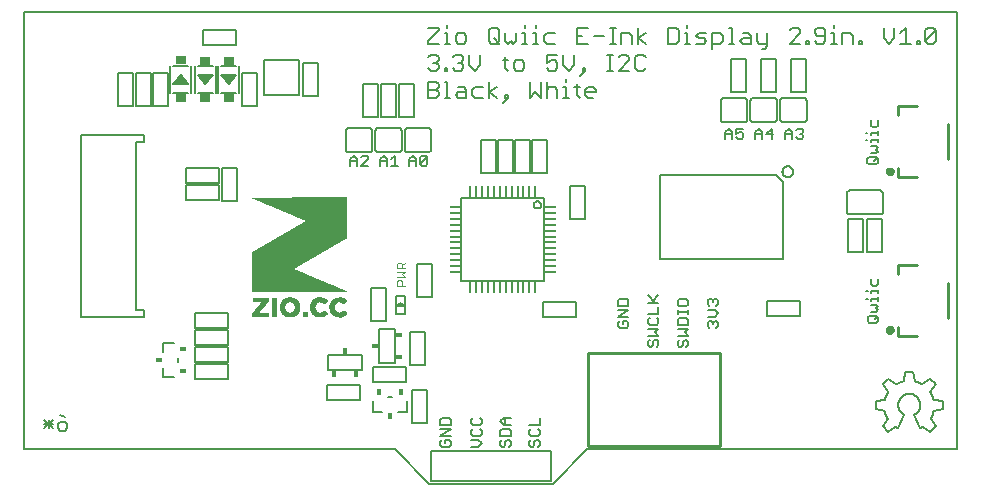
<source format=gto>
G75*
%MOIN*%
%OFA0B0*%
%FSLAX25Y25*%
%IPPOS*%
%LPD*%
%AMOC8*
5,1,8,0,0,1.08239X$1,22.5*
%
%ADD10C,0.00600*%
%ADD11C,0.00700*%
%ADD12C,0.00500*%
%ADD13C,0.00400*%
%ADD14R,0.03346X0.02953*%
%ADD15R,0.02300X0.01800*%
%ADD16R,0.01800X0.02300*%
%ADD17R,0.00866X0.03937*%
%ADD18R,0.03937X0.00866*%
%ADD19C,0.01000*%
%ADD20C,0.01575*%
%ADD21C,0.00010*%
D10*
X0003112Y0018800D02*
X0003112Y0164469D01*
X0314136Y0164469D01*
X0314136Y0018800D01*
X0190812Y0018800D01*
X0179254Y0007200D01*
X0138112Y0007200D01*
X0126612Y0018800D01*
X0003112Y0018800D01*
X0009744Y0025812D02*
X0012680Y0028748D01*
X0011212Y0028748D02*
X0011212Y0025812D01*
X0012680Y0025812D02*
X0009744Y0028748D01*
X0009744Y0027280D02*
X0012680Y0027280D01*
X0014348Y0027280D02*
X0014348Y0025812D01*
X0015082Y0025078D01*
X0016550Y0025078D01*
X0017284Y0025812D01*
X0017284Y0027280D01*
X0016550Y0028014D01*
X0015082Y0028014D01*
X0014348Y0027280D01*
X0015082Y0030216D02*
X0016550Y0029482D01*
X0104412Y0045200D02*
X0104412Y0050400D01*
X0106612Y0050400D01*
X0104412Y0050400D02*
X0104412Y0047200D01*
X0104412Y0045200D02*
X0115612Y0045200D01*
X0115612Y0050400D01*
X0113412Y0050400D01*
X0115612Y0050400D02*
X0115612Y0047200D01*
X0115612Y0050400D02*
X0104412Y0050400D01*
X0121512Y0049800D02*
X0121512Y0047600D01*
X0124712Y0047600D01*
X0126712Y0047600D02*
X0121512Y0047600D01*
X0121512Y0058800D01*
X0121512Y0056600D01*
X0121512Y0058800D02*
X0124712Y0058800D01*
X0126712Y0058800D02*
X0121512Y0058800D01*
X0126712Y0058800D02*
X0126712Y0047600D01*
X0127912Y0118000D02*
X0121112Y0118000D01*
X0121052Y0118002D01*
X0120991Y0118007D01*
X0120932Y0118016D01*
X0120873Y0118029D01*
X0120814Y0118045D01*
X0120757Y0118065D01*
X0120702Y0118088D01*
X0120647Y0118115D01*
X0120595Y0118144D01*
X0120544Y0118177D01*
X0120495Y0118213D01*
X0120449Y0118251D01*
X0120405Y0118293D01*
X0120363Y0118337D01*
X0120325Y0118383D01*
X0120289Y0118432D01*
X0120256Y0118483D01*
X0120227Y0118535D01*
X0120200Y0118590D01*
X0120177Y0118645D01*
X0120157Y0118702D01*
X0120141Y0118761D01*
X0120128Y0118820D01*
X0120119Y0118879D01*
X0120114Y0118940D01*
X0120112Y0119000D01*
X0120112Y0125000D01*
X0119112Y0125000D02*
X0119112Y0119000D01*
X0119110Y0118940D01*
X0119105Y0118879D01*
X0119096Y0118820D01*
X0119083Y0118761D01*
X0119067Y0118702D01*
X0119047Y0118645D01*
X0119024Y0118590D01*
X0118997Y0118535D01*
X0118968Y0118483D01*
X0118935Y0118432D01*
X0118899Y0118383D01*
X0118861Y0118337D01*
X0118819Y0118293D01*
X0118775Y0118251D01*
X0118729Y0118213D01*
X0118680Y0118177D01*
X0118629Y0118144D01*
X0118577Y0118115D01*
X0118522Y0118088D01*
X0118467Y0118065D01*
X0118410Y0118045D01*
X0118351Y0118029D01*
X0118292Y0118016D01*
X0118233Y0118007D01*
X0118172Y0118002D01*
X0118112Y0118000D01*
X0111312Y0118000D01*
X0111252Y0118002D01*
X0111191Y0118007D01*
X0111132Y0118016D01*
X0111073Y0118029D01*
X0111014Y0118045D01*
X0110957Y0118065D01*
X0110902Y0118088D01*
X0110847Y0118115D01*
X0110795Y0118144D01*
X0110744Y0118177D01*
X0110695Y0118213D01*
X0110649Y0118251D01*
X0110605Y0118293D01*
X0110563Y0118337D01*
X0110525Y0118383D01*
X0110489Y0118432D01*
X0110456Y0118483D01*
X0110427Y0118535D01*
X0110400Y0118590D01*
X0110377Y0118645D01*
X0110357Y0118702D01*
X0110341Y0118761D01*
X0110328Y0118820D01*
X0110319Y0118879D01*
X0110314Y0118940D01*
X0110312Y0119000D01*
X0110312Y0125000D01*
X0110314Y0125060D01*
X0110319Y0125121D01*
X0110328Y0125180D01*
X0110341Y0125239D01*
X0110357Y0125298D01*
X0110377Y0125355D01*
X0110400Y0125410D01*
X0110427Y0125465D01*
X0110456Y0125517D01*
X0110489Y0125568D01*
X0110525Y0125617D01*
X0110563Y0125663D01*
X0110605Y0125707D01*
X0110649Y0125749D01*
X0110695Y0125787D01*
X0110744Y0125823D01*
X0110795Y0125856D01*
X0110847Y0125885D01*
X0110902Y0125912D01*
X0110957Y0125935D01*
X0111014Y0125955D01*
X0111073Y0125971D01*
X0111132Y0125984D01*
X0111191Y0125993D01*
X0111252Y0125998D01*
X0111312Y0126000D01*
X0118112Y0126000D01*
X0118172Y0125998D01*
X0118233Y0125993D01*
X0118292Y0125984D01*
X0118351Y0125971D01*
X0118410Y0125955D01*
X0118467Y0125935D01*
X0118522Y0125912D01*
X0118577Y0125885D01*
X0118629Y0125856D01*
X0118680Y0125823D01*
X0118729Y0125787D01*
X0118775Y0125749D01*
X0118819Y0125707D01*
X0118861Y0125663D01*
X0118899Y0125617D01*
X0118935Y0125568D01*
X0118968Y0125517D01*
X0118997Y0125465D01*
X0119024Y0125410D01*
X0119047Y0125355D01*
X0119067Y0125298D01*
X0119083Y0125239D01*
X0119096Y0125180D01*
X0119105Y0125121D01*
X0119110Y0125060D01*
X0119112Y0125000D01*
X0120112Y0125000D02*
X0120114Y0125060D01*
X0120119Y0125121D01*
X0120128Y0125180D01*
X0120141Y0125239D01*
X0120157Y0125298D01*
X0120177Y0125355D01*
X0120200Y0125410D01*
X0120227Y0125465D01*
X0120256Y0125517D01*
X0120289Y0125568D01*
X0120325Y0125617D01*
X0120363Y0125663D01*
X0120405Y0125707D01*
X0120449Y0125749D01*
X0120495Y0125787D01*
X0120544Y0125823D01*
X0120595Y0125856D01*
X0120647Y0125885D01*
X0120702Y0125912D01*
X0120757Y0125935D01*
X0120814Y0125955D01*
X0120873Y0125971D01*
X0120932Y0125984D01*
X0120991Y0125993D01*
X0121052Y0125998D01*
X0121112Y0126000D01*
X0127912Y0126000D01*
X0127972Y0125998D01*
X0128033Y0125993D01*
X0128092Y0125984D01*
X0128151Y0125971D01*
X0128210Y0125955D01*
X0128267Y0125935D01*
X0128322Y0125912D01*
X0128377Y0125885D01*
X0128429Y0125856D01*
X0128480Y0125823D01*
X0128529Y0125787D01*
X0128575Y0125749D01*
X0128619Y0125707D01*
X0128661Y0125663D01*
X0128699Y0125617D01*
X0128735Y0125568D01*
X0128768Y0125517D01*
X0128797Y0125465D01*
X0128824Y0125410D01*
X0128847Y0125355D01*
X0128867Y0125298D01*
X0128883Y0125239D01*
X0128896Y0125180D01*
X0128905Y0125121D01*
X0128910Y0125060D01*
X0128912Y0125000D01*
X0128912Y0119000D01*
X0128910Y0118940D01*
X0128905Y0118879D01*
X0128896Y0118820D01*
X0128883Y0118761D01*
X0128867Y0118702D01*
X0128847Y0118645D01*
X0128824Y0118590D01*
X0128797Y0118535D01*
X0128768Y0118483D01*
X0128735Y0118432D01*
X0128699Y0118383D01*
X0128661Y0118337D01*
X0128619Y0118293D01*
X0128575Y0118251D01*
X0128529Y0118213D01*
X0128480Y0118177D01*
X0128429Y0118144D01*
X0128377Y0118115D01*
X0128322Y0118088D01*
X0128267Y0118065D01*
X0128210Y0118045D01*
X0128151Y0118029D01*
X0128092Y0118016D01*
X0128033Y0118007D01*
X0127972Y0118002D01*
X0127912Y0118000D01*
X0129912Y0119000D02*
X0129912Y0125000D01*
X0129914Y0125060D01*
X0129919Y0125121D01*
X0129928Y0125180D01*
X0129941Y0125239D01*
X0129957Y0125298D01*
X0129977Y0125355D01*
X0130000Y0125410D01*
X0130027Y0125465D01*
X0130056Y0125517D01*
X0130089Y0125568D01*
X0130125Y0125617D01*
X0130163Y0125663D01*
X0130205Y0125707D01*
X0130249Y0125749D01*
X0130295Y0125787D01*
X0130344Y0125823D01*
X0130395Y0125856D01*
X0130447Y0125885D01*
X0130502Y0125912D01*
X0130557Y0125935D01*
X0130614Y0125955D01*
X0130673Y0125971D01*
X0130732Y0125984D01*
X0130791Y0125993D01*
X0130852Y0125998D01*
X0130912Y0126000D01*
X0137712Y0126000D01*
X0137772Y0125998D01*
X0137833Y0125993D01*
X0137892Y0125984D01*
X0137951Y0125971D01*
X0138010Y0125955D01*
X0138067Y0125935D01*
X0138122Y0125912D01*
X0138177Y0125885D01*
X0138229Y0125856D01*
X0138280Y0125823D01*
X0138329Y0125787D01*
X0138375Y0125749D01*
X0138419Y0125707D01*
X0138461Y0125663D01*
X0138499Y0125617D01*
X0138535Y0125568D01*
X0138568Y0125517D01*
X0138597Y0125465D01*
X0138624Y0125410D01*
X0138647Y0125355D01*
X0138667Y0125298D01*
X0138683Y0125239D01*
X0138696Y0125180D01*
X0138705Y0125121D01*
X0138710Y0125060D01*
X0138712Y0125000D01*
X0138712Y0119000D01*
X0138710Y0118940D01*
X0138705Y0118879D01*
X0138696Y0118820D01*
X0138683Y0118761D01*
X0138667Y0118702D01*
X0138647Y0118645D01*
X0138624Y0118590D01*
X0138597Y0118535D01*
X0138568Y0118483D01*
X0138535Y0118432D01*
X0138499Y0118383D01*
X0138461Y0118337D01*
X0138419Y0118293D01*
X0138375Y0118251D01*
X0138329Y0118213D01*
X0138280Y0118177D01*
X0138229Y0118144D01*
X0138177Y0118115D01*
X0138122Y0118088D01*
X0138067Y0118065D01*
X0138010Y0118045D01*
X0137951Y0118029D01*
X0137892Y0118016D01*
X0137833Y0118007D01*
X0137772Y0118002D01*
X0137712Y0118000D01*
X0130912Y0118000D01*
X0130852Y0118002D01*
X0130791Y0118007D01*
X0130732Y0118016D01*
X0130673Y0118029D01*
X0130614Y0118045D01*
X0130557Y0118065D01*
X0130502Y0118088D01*
X0130447Y0118115D01*
X0130395Y0118144D01*
X0130344Y0118177D01*
X0130295Y0118213D01*
X0130249Y0118251D01*
X0130205Y0118293D01*
X0130163Y0118337D01*
X0130125Y0118383D01*
X0130089Y0118432D01*
X0130056Y0118483D01*
X0130027Y0118535D01*
X0130000Y0118590D01*
X0129977Y0118645D01*
X0129957Y0118702D01*
X0129941Y0118761D01*
X0129928Y0118820D01*
X0129919Y0118879D01*
X0129914Y0118940D01*
X0129912Y0119000D01*
X0235309Y0129000D02*
X0235309Y0135000D01*
X0235311Y0135060D01*
X0235316Y0135121D01*
X0235325Y0135180D01*
X0235338Y0135239D01*
X0235354Y0135298D01*
X0235374Y0135355D01*
X0235397Y0135410D01*
X0235424Y0135465D01*
X0235453Y0135517D01*
X0235486Y0135568D01*
X0235522Y0135617D01*
X0235560Y0135663D01*
X0235602Y0135707D01*
X0235646Y0135749D01*
X0235692Y0135787D01*
X0235741Y0135823D01*
X0235792Y0135856D01*
X0235844Y0135885D01*
X0235899Y0135912D01*
X0235954Y0135935D01*
X0236011Y0135955D01*
X0236070Y0135971D01*
X0236129Y0135984D01*
X0236188Y0135993D01*
X0236249Y0135998D01*
X0236309Y0136000D01*
X0243109Y0136000D01*
X0243169Y0135998D01*
X0243230Y0135993D01*
X0243289Y0135984D01*
X0243348Y0135971D01*
X0243407Y0135955D01*
X0243464Y0135935D01*
X0243519Y0135912D01*
X0243574Y0135885D01*
X0243626Y0135856D01*
X0243677Y0135823D01*
X0243726Y0135787D01*
X0243772Y0135749D01*
X0243816Y0135707D01*
X0243858Y0135663D01*
X0243896Y0135617D01*
X0243932Y0135568D01*
X0243965Y0135517D01*
X0243994Y0135465D01*
X0244021Y0135410D01*
X0244044Y0135355D01*
X0244064Y0135298D01*
X0244080Y0135239D01*
X0244093Y0135180D01*
X0244102Y0135121D01*
X0244107Y0135060D01*
X0244109Y0135000D01*
X0244109Y0129000D01*
X0244107Y0128940D01*
X0244102Y0128879D01*
X0244093Y0128820D01*
X0244080Y0128761D01*
X0244064Y0128702D01*
X0244044Y0128645D01*
X0244021Y0128590D01*
X0243994Y0128535D01*
X0243965Y0128483D01*
X0243932Y0128432D01*
X0243896Y0128383D01*
X0243858Y0128337D01*
X0243816Y0128293D01*
X0243772Y0128251D01*
X0243726Y0128213D01*
X0243677Y0128177D01*
X0243626Y0128144D01*
X0243574Y0128115D01*
X0243519Y0128088D01*
X0243464Y0128065D01*
X0243407Y0128045D01*
X0243348Y0128029D01*
X0243289Y0128016D01*
X0243230Y0128007D01*
X0243169Y0128002D01*
X0243109Y0128000D01*
X0236309Y0128000D01*
X0236249Y0128002D01*
X0236188Y0128007D01*
X0236129Y0128016D01*
X0236070Y0128029D01*
X0236011Y0128045D01*
X0235954Y0128065D01*
X0235899Y0128088D01*
X0235844Y0128115D01*
X0235792Y0128144D01*
X0235741Y0128177D01*
X0235692Y0128213D01*
X0235646Y0128251D01*
X0235602Y0128293D01*
X0235560Y0128337D01*
X0235522Y0128383D01*
X0235486Y0128432D01*
X0235453Y0128483D01*
X0235424Y0128535D01*
X0235397Y0128590D01*
X0235374Y0128645D01*
X0235354Y0128702D01*
X0235338Y0128761D01*
X0235325Y0128820D01*
X0235316Y0128879D01*
X0235311Y0128940D01*
X0235309Y0129000D01*
X0245151Y0129000D02*
X0245151Y0135000D01*
X0245153Y0135060D01*
X0245158Y0135121D01*
X0245167Y0135180D01*
X0245180Y0135239D01*
X0245196Y0135298D01*
X0245216Y0135355D01*
X0245239Y0135410D01*
X0245266Y0135465D01*
X0245295Y0135517D01*
X0245328Y0135568D01*
X0245364Y0135617D01*
X0245402Y0135663D01*
X0245444Y0135707D01*
X0245488Y0135749D01*
X0245534Y0135787D01*
X0245583Y0135823D01*
X0245634Y0135856D01*
X0245686Y0135885D01*
X0245741Y0135912D01*
X0245796Y0135935D01*
X0245853Y0135955D01*
X0245912Y0135971D01*
X0245971Y0135984D01*
X0246030Y0135993D01*
X0246091Y0135998D01*
X0246151Y0136000D01*
X0252951Y0136000D01*
X0253011Y0135998D01*
X0253072Y0135993D01*
X0253131Y0135984D01*
X0253190Y0135971D01*
X0253249Y0135955D01*
X0253306Y0135935D01*
X0253361Y0135912D01*
X0253416Y0135885D01*
X0253468Y0135856D01*
X0253519Y0135823D01*
X0253568Y0135787D01*
X0253614Y0135749D01*
X0253658Y0135707D01*
X0253700Y0135663D01*
X0253738Y0135617D01*
X0253774Y0135568D01*
X0253807Y0135517D01*
X0253836Y0135465D01*
X0253863Y0135410D01*
X0253886Y0135355D01*
X0253906Y0135298D01*
X0253922Y0135239D01*
X0253935Y0135180D01*
X0253944Y0135121D01*
X0253949Y0135060D01*
X0253951Y0135000D01*
X0253951Y0129000D01*
X0253949Y0128940D01*
X0253944Y0128879D01*
X0253935Y0128820D01*
X0253922Y0128761D01*
X0253906Y0128702D01*
X0253886Y0128645D01*
X0253863Y0128590D01*
X0253836Y0128535D01*
X0253807Y0128483D01*
X0253774Y0128432D01*
X0253738Y0128383D01*
X0253700Y0128337D01*
X0253658Y0128293D01*
X0253614Y0128251D01*
X0253568Y0128213D01*
X0253519Y0128177D01*
X0253468Y0128144D01*
X0253416Y0128115D01*
X0253361Y0128088D01*
X0253306Y0128065D01*
X0253249Y0128045D01*
X0253190Y0128029D01*
X0253131Y0128016D01*
X0253072Y0128007D01*
X0253011Y0128002D01*
X0252951Y0128000D01*
X0246151Y0128000D01*
X0246091Y0128002D01*
X0246030Y0128007D01*
X0245971Y0128016D01*
X0245912Y0128029D01*
X0245853Y0128045D01*
X0245796Y0128065D01*
X0245741Y0128088D01*
X0245686Y0128115D01*
X0245634Y0128144D01*
X0245583Y0128177D01*
X0245534Y0128213D01*
X0245488Y0128251D01*
X0245444Y0128293D01*
X0245402Y0128337D01*
X0245364Y0128383D01*
X0245328Y0128432D01*
X0245295Y0128483D01*
X0245266Y0128535D01*
X0245239Y0128590D01*
X0245216Y0128645D01*
X0245196Y0128702D01*
X0245180Y0128761D01*
X0245167Y0128820D01*
X0245158Y0128879D01*
X0245153Y0128940D01*
X0245151Y0129000D01*
X0255094Y0129000D02*
X0255094Y0135000D01*
X0255096Y0135060D01*
X0255101Y0135121D01*
X0255110Y0135180D01*
X0255123Y0135239D01*
X0255139Y0135298D01*
X0255159Y0135355D01*
X0255182Y0135410D01*
X0255209Y0135465D01*
X0255238Y0135517D01*
X0255271Y0135568D01*
X0255307Y0135617D01*
X0255345Y0135663D01*
X0255387Y0135707D01*
X0255431Y0135749D01*
X0255477Y0135787D01*
X0255526Y0135823D01*
X0255577Y0135856D01*
X0255629Y0135885D01*
X0255684Y0135912D01*
X0255739Y0135935D01*
X0255796Y0135955D01*
X0255855Y0135971D01*
X0255914Y0135984D01*
X0255973Y0135993D01*
X0256034Y0135998D01*
X0256094Y0136000D01*
X0262894Y0136000D01*
X0262954Y0135998D01*
X0263015Y0135993D01*
X0263074Y0135984D01*
X0263133Y0135971D01*
X0263192Y0135955D01*
X0263249Y0135935D01*
X0263304Y0135912D01*
X0263359Y0135885D01*
X0263411Y0135856D01*
X0263462Y0135823D01*
X0263511Y0135787D01*
X0263557Y0135749D01*
X0263601Y0135707D01*
X0263643Y0135663D01*
X0263681Y0135617D01*
X0263717Y0135568D01*
X0263750Y0135517D01*
X0263779Y0135465D01*
X0263806Y0135410D01*
X0263829Y0135355D01*
X0263849Y0135298D01*
X0263865Y0135239D01*
X0263878Y0135180D01*
X0263887Y0135121D01*
X0263892Y0135060D01*
X0263894Y0135000D01*
X0263894Y0129000D01*
X0263892Y0128940D01*
X0263887Y0128879D01*
X0263878Y0128820D01*
X0263865Y0128761D01*
X0263849Y0128702D01*
X0263829Y0128645D01*
X0263806Y0128590D01*
X0263779Y0128535D01*
X0263750Y0128483D01*
X0263717Y0128432D01*
X0263681Y0128383D01*
X0263643Y0128337D01*
X0263601Y0128293D01*
X0263557Y0128251D01*
X0263511Y0128213D01*
X0263462Y0128177D01*
X0263411Y0128144D01*
X0263359Y0128115D01*
X0263304Y0128088D01*
X0263249Y0128065D01*
X0263192Y0128045D01*
X0263133Y0128029D01*
X0263074Y0128016D01*
X0263015Y0128007D01*
X0262954Y0128002D01*
X0262894Y0128000D01*
X0256094Y0128000D01*
X0256034Y0128002D01*
X0255973Y0128007D01*
X0255914Y0128016D01*
X0255855Y0128029D01*
X0255796Y0128045D01*
X0255739Y0128065D01*
X0255684Y0128088D01*
X0255629Y0128115D01*
X0255577Y0128144D01*
X0255526Y0128177D01*
X0255477Y0128213D01*
X0255431Y0128251D01*
X0255387Y0128293D01*
X0255345Y0128337D01*
X0255307Y0128383D01*
X0255271Y0128432D01*
X0255238Y0128483D01*
X0255209Y0128535D01*
X0255182Y0128590D01*
X0255159Y0128645D01*
X0255139Y0128702D01*
X0255123Y0128761D01*
X0255110Y0128820D01*
X0255101Y0128879D01*
X0255096Y0128940D01*
X0255094Y0129000D01*
X0278312Y0105200D02*
X0288312Y0105200D01*
X0288372Y0105198D01*
X0288433Y0105193D01*
X0288492Y0105184D01*
X0288551Y0105171D01*
X0288610Y0105155D01*
X0288667Y0105135D01*
X0288722Y0105112D01*
X0288777Y0105085D01*
X0288829Y0105056D01*
X0288880Y0105023D01*
X0288929Y0104987D01*
X0288975Y0104949D01*
X0289019Y0104907D01*
X0289061Y0104863D01*
X0289099Y0104817D01*
X0289135Y0104768D01*
X0289168Y0104717D01*
X0289197Y0104665D01*
X0289224Y0104610D01*
X0289247Y0104555D01*
X0289267Y0104498D01*
X0289283Y0104439D01*
X0289296Y0104380D01*
X0289305Y0104321D01*
X0289310Y0104260D01*
X0289312Y0104200D01*
X0289312Y0098200D01*
X0289310Y0098140D01*
X0289305Y0098079D01*
X0289296Y0098020D01*
X0289283Y0097961D01*
X0289267Y0097902D01*
X0289247Y0097845D01*
X0289224Y0097790D01*
X0289197Y0097735D01*
X0289168Y0097683D01*
X0289135Y0097632D01*
X0289099Y0097583D01*
X0289061Y0097537D01*
X0289019Y0097493D01*
X0288975Y0097451D01*
X0288929Y0097413D01*
X0288880Y0097377D01*
X0288829Y0097344D01*
X0288777Y0097315D01*
X0288722Y0097288D01*
X0288667Y0097265D01*
X0288610Y0097245D01*
X0288551Y0097229D01*
X0288492Y0097216D01*
X0288433Y0097207D01*
X0288372Y0097202D01*
X0288312Y0097200D01*
X0278312Y0097200D01*
X0278252Y0097202D01*
X0278191Y0097207D01*
X0278132Y0097216D01*
X0278073Y0097229D01*
X0278014Y0097245D01*
X0277957Y0097265D01*
X0277902Y0097288D01*
X0277847Y0097315D01*
X0277795Y0097344D01*
X0277744Y0097377D01*
X0277695Y0097413D01*
X0277649Y0097451D01*
X0277605Y0097493D01*
X0277563Y0097537D01*
X0277525Y0097583D01*
X0277489Y0097632D01*
X0277456Y0097683D01*
X0277427Y0097735D01*
X0277400Y0097790D01*
X0277377Y0097845D01*
X0277357Y0097902D01*
X0277341Y0097961D01*
X0277328Y0098020D01*
X0277319Y0098079D01*
X0277314Y0098140D01*
X0277312Y0098200D01*
X0277312Y0104200D01*
X0277314Y0104260D01*
X0277319Y0104321D01*
X0277328Y0104380D01*
X0277341Y0104439D01*
X0277357Y0104498D01*
X0277377Y0104555D01*
X0277400Y0104610D01*
X0277427Y0104665D01*
X0277456Y0104717D01*
X0277489Y0104768D01*
X0277525Y0104817D01*
X0277563Y0104863D01*
X0277605Y0104907D01*
X0277649Y0104949D01*
X0277695Y0104987D01*
X0277744Y0105023D01*
X0277795Y0105056D01*
X0277847Y0105085D01*
X0277902Y0105112D01*
X0277957Y0105135D01*
X0278014Y0105155D01*
X0278073Y0105171D01*
X0278132Y0105184D01*
X0278191Y0105193D01*
X0278252Y0105198D01*
X0278312Y0105200D01*
X0296712Y0044700D02*
X0299412Y0044700D01*
X0299912Y0041500D01*
X0302412Y0040500D02*
X0305012Y0042300D01*
X0306912Y0040500D01*
X0305112Y0037900D01*
X0306212Y0035400D02*
X0309212Y0034800D01*
X0309212Y0032200D01*
X0306212Y0031700D01*
X0305212Y0029000D02*
X0306912Y0026600D01*
X0305012Y0024700D01*
X0302612Y0026400D01*
X0301612Y0025800D01*
X0299712Y0030300D01*
X0305212Y0028995D02*
X0305308Y0029161D01*
X0305401Y0029328D01*
X0305489Y0029498D01*
X0305573Y0029670D01*
X0305653Y0029843D01*
X0305729Y0030019D01*
X0305801Y0030196D01*
X0305868Y0030375D01*
X0305932Y0030556D01*
X0305991Y0030738D01*
X0306045Y0030921D01*
X0306096Y0031106D01*
X0306142Y0031291D01*
X0306183Y0031478D01*
X0306220Y0031666D01*
X0306202Y0035400D02*
X0306152Y0035588D01*
X0306097Y0035775D01*
X0306038Y0035961D01*
X0305974Y0036145D01*
X0305906Y0036328D01*
X0305833Y0036509D01*
X0305756Y0036688D01*
X0305675Y0036865D01*
X0305589Y0037041D01*
X0305500Y0037214D01*
X0305406Y0037385D01*
X0305308Y0037553D01*
X0305206Y0037720D01*
X0305101Y0037883D01*
X0299712Y0030400D02*
X0299819Y0030455D01*
X0299925Y0030512D01*
X0300028Y0030574D01*
X0300130Y0030638D01*
X0300229Y0030706D01*
X0300326Y0030777D01*
X0300421Y0030851D01*
X0300513Y0030928D01*
X0300603Y0031009D01*
X0300690Y0031092D01*
X0300774Y0031178D01*
X0300855Y0031266D01*
X0300933Y0031358D01*
X0301009Y0031452D01*
X0301081Y0031548D01*
X0301150Y0031646D01*
X0301216Y0031747D01*
X0301278Y0031850D01*
X0301337Y0031955D01*
X0301393Y0032061D01*
X0301445Y0032170D01*
X0301493Y0032280D01*
X0301538Y0032392D01*
X0301579Y0032505D01*
X0301616Y0032619D01*
X0301650Y0032735D01*
X0301679Y0032851D01*
X0301705Y0032969D01*
X0301727Y0033087D01*
X0301746Y0033206D01*
X0301760Y0033325D01*
X0301770Y0033445D01*
X0301777Y0033565D01*
X0301779Y0033686D01*
X0301777Y0033806D01*
X0301772Y0033926D01*
X0301763Y0034046D01*
X0301749Y0034166D01*
X0301732Y0034285D01*
X0301711Y0034403D01*
X0301686Y0034521D01*
X0301657Y0034638D01*
X0301624Y0034753D01*
X0301588Y0034868D01*
X0301548Y0034981D01*
X0301504Y0035093D01*
X0301456Y0035204D01*
X0301405Y0035313D01*
X0301351Y0035420D01*
X0301292Y0035525D01*
X0301231Y0035629D01*
X0301166Y0035730D01*
X0301098Y0035829D01*
X0301026Y0035926D01*
X0300952Y0036020D01*
X0300874Y0036112D01*
X0300794Y0036201D01*
X0300710Y0036288D01*
X0300624Y0036372D01*
X0300535Y0036453D01*
X0300443Y0036531D01*
X0300349Y0036606D01*
X0300253Y0036677D01*
X0300154Y0036746D01*
X0300053Y0036811D01*
X0299950Y0036873D01*
X0299845Y0036932D01*
X0299738Y0036987D01*
X0299629Y0037039D01*
X0299519Y0037086D01*
X0299407Y0037131D01*
X0299294Y0037171D01*
X0299179Y0037208D01*
X0299063Y0037241D01*
X0298947Y0037271D01*
X0298829Y0037296D01*
X0298711Y0037318D01*
X0298592Y0037335D01*
X0298472Y0037349D01*
X0298352Y0037359D01*
X0298232Y0037365D01*
X0298112Y0037367D01*
X0297992Y0037365D01*
X0297872Y0037359D01*
X0297752Y0037349D01*
X0297632Y0037335D01*
X0297513Y0037318D01*
X0297395Y0037296D01*
X0297277Y0037271D01*
X0297161Y0037241D01*
X0297045Y0037208D01*
X0296930Y0037171D01*
X0296817Y0037131D01*
X0296705Y0037086D01*
X0296595Y0037039D01*
X0296486Y0036987D01*
X0296379Y0036932D01*
X0296274Y0036873D01*
X0296171Y0036811D01*
X0296070Y0036746D01*
X0295971Y0036677D01*
X0295875Y0036606D01*
X0295781Y0036531D01*
X0295689Y0036453D01*
X0295600Y0036372D01*
X0295514Y0036288D01*
X0295430Y0036201D01*
X0295350Y0036112D01*
X0295272Y0036020D01*
X0295198Y0035926D01*
X0295126Y0035829D01*
X0295058Y0035730D01*
X0294993Y0035629D01*
X0294932Y0035525D01*
X0294873Y0035420D01*
X0294819Y0035313D01*
X0294768Y0035204D01*
X0294720Y0035093D01*
X0294676Y0034981D01*
X0294636Y0034868D01*
X0294600Y0034753D01*
X0294567Y0034638D01*
X0294538Y0034521D01*
X0294513Y0034403D01*
X0294492Y0034285D01*
X0294475Y0034166D01*
X0294461Y0034046D01*
X0294452Y0033926D01*
X0294447Y0033806D01*
X0294445Y0033686D01*
X0294447Y0033565D01*
X0294454Y0033445D01*
X0294464Y0033325D01*
X0294478Y0033206D01*
X0294497Y0033087D01*
X0294519Y0032969D01*
X0294545Y0032851D01*
X0294574Y0032735D01*
X0294608Y0032619D01*
X0294645Y0032505D01*
X0294686Y0032392D01*
X0294731Y0032280D01*
X0294779Y0032170D01*
X0294831Y0032061D01*
X0294887Y0031955D01*
X0294946Y0031850D01*
X0295008Y0031747D01*
X0295074Y0031646D01*
X0295143Y0031548D01*
X0295215Y0031452D01*
X0295291Y0031358D01*
X0295369Y0031266D01*
X0295450Y0031178D01*
X0295534Y0031092D01*
X0295621Y0031009D01*
X0295711Y0030928D01*
X0295803Y0030851D01*
X0295898Y0030777D01*
X0295995Y0030706D01*
X0296094Y0030638D01*
X0296196Y0030574D01*
X0296299Y0030512D01*
X0296405Y0030455D01*
X0296512Y0030400D01*
X0296512Y0030300D02*
X0294512Y0025800D01*
X0293512Y0026400D01*
X0291112Y0024700D01*
X0289312Y0026600D01*
X0290912Y0029000D01*
X0289912Y0031700D02*
X0286912Y0032200D01*
X0286912Y0034800D01*
X0289912Y0035400D01*
X0291012Y0037900D02*
X0289212Y0040500D01*
X0291112Y0042300D01*
X0293712Y0040500D01*
X0296212Y0041500D02*
X0296712Y0044700D01*
X0296137Y0041506D02*
X0295944Y0041459D01*
X0295751Y0041406D01*
X0295560Y0041349D01*
X0295371Y0041288D01*
X0295183Y0041222D01*
X0294996Y0041151D01*
X0294812Y0041076D01*
X0294629Y0040997D01*
X0294448Y0040913D01*
X0294269Y0040825D01*
X0294093Y0040733D01*
X0293918Y0040636D01*
X0293746Y0040536D01*
X0291020Y0037846D02*
X0290920Y0037684D01*
X0290823Y0037519D01*
X0290730Y0037352D01*
X0290642Y0037183D01*
X0290557Y0037013D01*
X0290476Y0036840D01*
X0290399Y0036665D01*
X0290326Y0036489D01*
X0290257Y0036311D01*
X0290192Y0036131D01*
X0290131Y0035951D01*
X0290075Y0035768D01*
X0290022Y0035585D01*
X0289974Y0035400D01*
X0289918Y0031684D02*
X0289961Y0031484D01*
X0290008Y0031286D01*
X0290060Y0031089D01*
X0290118Y0030893D01*
X0290179Y0030698D01*
X0290246Y0030505D01*
X0290317Y0030314D01*
X0290393Y0030124D01*
X0290474Y0029937D01*
X0290559Y0029751D01*
X0290649Y0029568D01*
X0290743Y0029387D01*
X0290842Y0029208D01*
X0290945Y0029032D01*
X0299965Y0041525D02*
X0300152Y0041480D01*
X0300338Y0041431D01*
X0300523Y0041377D01*
X0300706Y0041319D01*
X0300888Y0041257D01*
X0301069Y0041191D01*
X0301248Y0041121D01*
X0301425Y0041047D01*
X0301601Y0040968D01*
X0301774Y0040886D01*
X0301946Y0040799D01*
X0302116Y0040709D01*
X0302284Y0040615D01*
X0302449Y0040517D01*
D11*
X0164291Y0136050D02*
X0162523Y0134282D01*
X0163407Y0136050D02*
X0164291Y0136050D01*
X0164291Y0136934D01*
X0163407Y0136934D01*
X0163407Y0136050D01*
X0160572Y0136050D02*
X0157919Y0137818D01*
X0160572Y0139586D01*
X0157919Y0141355D02*
X0157919Y0136050D01*
X0155931Y0136050D02*
X0153279Y0136050D01*
X0152395Y0136934D01*
X0152395Y0138702D01*
X0153279Y0139586D01*
X0155931Y0139586D01*
X0150406Y0138702D02*
X0150406Y0136050D01*
X0147754Y0136050D01*
X0146870Y0136934D01*
X0147754Y0137818D01*
X0150406Y0137818D01*
X0150406Y0138702D02*
X0149522Y0139586D01*
X0147754Y0139586D01*
X0144071Y0141355D02*
X0144071Y0136050D01*
X0143187Y0136050D02*
X0144955Y0136050D01*
X0141198Y0136934D02*
X0141198Y0137818D01*
X0140314Y0138702D01*
X0137662Y0138702D01*
X0137662Y0136050D02*
X0140314Y0136050D01*
X0141198Y0136934D01*
X0140314Y0138702D02*
X0141198Y0139586D01*
X0141198Y0140470D01*
X0140314Y0141355D01*
X0137662Y0141355D01*
X0137662Y0136050D01*
X0143187Y0141355D02*
X0144071Y0141355D01*
X0144071Y0145050D02*
X0143187Y0145050D01*
X0143187Y0145934D01*
X0144071Y0145934D01*
X0144071Y0145050D01*
X0145949Y0145934D02*
X0146833Y0145050D01*
X0148601Y0145050D01*
X0149485Y0145934D01*
X0149485Y0146818D01*
X0148601Y0147702D01*
X0147717Y0147702D01*
X0148601Y0147702D02*
X0149485Y0148586D01*
X0149485Y0149470D01*
X0148601Y0150355D01*
X0146833Y0150355D01*
X0145949Y0149470D01*
X0144955Y0154050D02*
X0143187Y0154050D01*
X0144071Y0154050D02*
X0144071Y0157586D01*
X0143187Y0157586D01*
X0144071Y0159355D02*
X0144071Y0160239D01*
X0141198Y0159355D02*
X0141198Y0158470D01*
X0137662Y0154934D01*
X0137662Y0154050D01*
X0141198Y0154050D01*
X0140314Y0150355D02*
X0138546Y0150355D01*
X0137662Y0149470D01*
X0139430Y0147702D02*
X0140314Y0147702D01*
X0141198Y0146818D01*
X0141198Y0145934D01*
X0140314Y0145050D01*
X0138546Y0145050D01*
X0137662Y0145934D01*
X0140314Y0147702D02*
X0141198Y0148586D01*
X0141198Y0149470D01*
X0140314Y0150355D01*
X0146870Y0154934D02*
X0147754Y0154050D01*
X0149522Y0154050D01*
X0150406Y0154934D01*
X0150406Y0156702D01*
X0149522Y0157586D01*
X0147754Y0157586D01*
X0146870Y0156702D01*
X0146870Y0154934D01*
X0151474Y0150355D02*
X0151474Y0146818D01*
X0153242Y0145050D01*
X0155010Y0146818D01*
X0155010Y0150355D01*
X0158803Y0154050D02*
X0157919Y0154934D01*
X0157919Y0158470D01*
X0158803Y0159355D01*
X0160572Y0159355D01*
X0161456Y0158470D01*
X0161456Y0154934D01*
X0160572Y0154050D01*
X0158803Y0154050D01*
X0159688Y0155818D02*
X0161456Y0154050D01*
X0163444Y0154934D02*
X0164328Y0154050D01*
X0165212Y0154934D01*
X0166096Y0154050D01*
X0166980Y0154934D01*
X0166980Y0157586D01*
X0168969Y0157586D02*
X0169853Y0157586D01*
X0169853Y0154050D01*
X0168969Y0154050D02*
X0170737Y0154050D01*
X0172652Y0154050D02*
X0174420Y0154050D01*
X0173536Y0154050D02*
X0173536Y0157586D01*
X0172652Y0157586D01*
X0173536Y0159355D02*
X0173536Y0160239D01*
X0176335Y0156702D02*
X0177219Y0157586D01*
X0179871Y0157586D01*
X0176335Y0156702D02*
X0176335Y0154934D01*
X0177219Y0154050D01*
X0179871Y0154050D01*
X0180792Y0150355D02*
X0177256Y0150355D01*
X0177256Y0147702D01*
X0179024Y0148586D01*
X0179908Y0148586D01*
X0180792Y0147702D01*
X0180792Y0145934D01*
X0179908Y0145050D01*
X0178140Y0145050D01*
X0177256Y0145934D01*
X0182781Y0146818D02*
X0184549Y0145050D01*
X0186317Y0146818D01*
X0186317Y0150355D01*
X0182781Y0150355D02*
X0182781Y0146818D01*
X0189189Y0145934D02*
X0189189Y0145050D01*
X0190073Y0145050D01*
X0190073Y0145934D01*
X0189189Y0145934D01*
X0190073Y0145050D02*
X0188305Y0143282D01*
X0183665Y0142239D02*
X0183665Y0141355D01*
X0183665Y0139586D02*
X0182781Y0139586D01*
X0183665Y0139586D02*
X0183665Y0136050D01*
X0182781Y0136050D02*
X0184549Y0136050D01*
X0187348Y0136934D02*
X0188232Y0136050D01*
X0187348Y0136934D02*
X0187348Y0140470D01*
X0186464Y0139586D02*
X0188232Y0139586D01*
X0190147Y0138702D02*
X0191031Y0139586D01*
X0192799Y0139586D01*
X0193683Y0138702D01*
X0193683Y0137818D01*
X0190147Y0137818D01*
X0190147Y0136934D02*
X0190147Y0138702D01*
X0190147Y0136934D02*
X0191031Y0136050D01*
X0192799Y0136050D01*
X0180792Y0136050D02*
X0180792Y0138702D01*
X0179908Y0139586D01*
X0178140Y0139586D01*
X0177256Y0138702D01*
X0177256Y0136050D02*
X0177256Y0141355D01*
X0175268Y0141355D02*
X0175268Y0136050D01*
X0173499Y0137818D01*
X0171731Y0136050D01*
X0171731Y0141355D01*
X0168859Y0145050D02*
X0167091Y0145050D01*
X0166206Y0145934D01*
X0166206Y0147702D01*
X0167091Y0148586D01*
X0168859Y0148586D01*
X0169743Y0147702D01*
X0169743Y0145934D01*
X0168859Y0145050D01*
X0164291Y0145050D02*
X0163407Y0145934D01*
X0163407Y0149470D01*
X0162523Y0148586D02*
X0164291Y0148586D01*
X0163444Y0154934D02*
X0163444Y0157586D01*
X0169853Y0159355D02*
X0169853Y0160239D01*
X0187385Y0159355D02*
X0187385Y0154050D01*
X0190921Y0154050D01*
X0189153Y0156702D02*
X0187385Y0156702D01*
X0187385Y0159355D02*
X0190921Y0159355D01*
X0192909Y0156702D02*
X0196446Y0156702D01*
X0198434Y0154050D02*
X0200202Y0154050D01*
X0199318Y0154050D02*
X0199318Y0159355D01*
X0198434Y0159355D02*
X0200202Y0159355D01*
X0202117Y0157586D02*
X0204769Y0157586D01*
X0205653Y0156702D01*
X0205653Y0154050D01*
X0207642Y0154050D02*
X0207642Y0159355D01*
X0210294Y0157586D02*
X0207642Y0155818D01*
X0210294Y0154050D01*
X0209373Y0150355D02*
X0207605Y0150355D01*
X0206721Y0149470D01*
X0206721Y0145934D01*
X0207605Y0145050D01*
X0209373Y0145050D01*
X0210257Y0145934D01*
X0204733Y0145050D02*
X0201196Y0145050D01*
X0204733Y0148586D01*
X0204733Y0149470D01*
X0203849Y0150355D01*
X0202080Y0150355D01*
X0201196Y0149470D01*
X0199281Y0150355D02*
X0197513Y0150355D01*
X0198397Y0150355D02*
X0198397Y0145050D01*
X0197513Y0145050D02*
X0199281Y0145050D01*
X0209373Y0150355D02*
X0210257Y0149470D01*
X0202117Y0154050D02*
X0202117Y0157586D01*
X0217770Y0159355D02*
X0217770Y0154050D01*
X0220423Y0154050D01*
X0221307Y0154934D01*
X0221307Y0158470D01*
X0220423Y0159355D01*
X0217770Y0159355D01*
X0223295Y0157586D02*
X0224179Y0157586D01*
X0224179Y0154050D01*
X0223295Y0154050D02*
X0225063Y0154050D01*
X0226978Y0154050D02*
X0229631Y0154050D01*
X0230515Y0154934D01*
X0229631Y0155818D01*
X0227862Y0155818D01*
X0226978Y0156702D01*
X0227862Y0157586D01*
X0230515Y0157586D01*
X0232503Y0157586D02*
X0235155Y0157586D01*
X0236039Y0156702D01*
X0236039Y0154934D01*
X0235155Y0154050D01*
X0232503Y0154050D01*
X0232503Y0152282D02*
X0232503Y0157586D01*
X0238028Y0159355D02*
X0238912Y0159355D01*
X0238912Y0154050D01*
X0238028Y0154050D02*
X0239796Y0154050D01*
X0241711Y0154934D02*
X0242595Y0154050D01*
X0245247Y0154050D01*
X0245247Y0156702D01*
X0244363Y0157586D01*
X0242595Y0157586D01*
X0242595Y0155818D02*
X0245247Y0155818D01*
X0247236Y0154934D02*
X0248120Y0154050D01*
X0250772Y0154050D01*
X0250772Y0153166D02*
X0249888Y0152282D01*
X0249004Y0152282D01*
X0250772Y0153166D02*
X0250772Y0157586D01*
X0247236Y0157586D02*
X0247236Y0154934D01*
X0242595Y0155818D02*
X0241711Y0154934D01*
X0258285Y0154050D02*
X0261821Y0157586D01*
X0261821Y0158470D01*
X0260937Y0159355D01*
X0259169Y0159355D01*
X0258285Y0158470D01*
X0263810Y0154934D02*
X0264694Y0154934D01*
X0264694Y0154050D01*
X0263810Y0154050D01*
X0263810Y0154934D01*
X0261821Y0154050D02*
X0258285Y0154050D01*
X0266572Y0154934D02*
X0267456Y0154050D01*
X0269224Y0154050D01*
X0270108Y0154934D01*
X0270108Y0158470D01*
X0269224Y0159355D01*
X0267456Y0159355D01*
X0266572Y0158470D01*
X0266572Y0157586D01*
X0267456Y0156702D01*
X0270108Y0156702D01*
X0272097Y0157586D02*
X0272981Y0157586D01*
X0272981Y0154050D01*
X0272097Y0154050D02*
X0273865Y0154050D01*
X0275780Y0154050D02*
X0275780Y0157586D01*
X0278432Y0157586D01*
X0279316Y0156702D01*
X0279316Y0154050D01*
X0281305Y0154050D02*
X0281305Y0154934D01*
X0282189Y0154934D01*
X0282189Y0154050D01*
X0281305Y0154050D01*
X0289592Y0155818D02*
X0291360Y0154050D01*
X0293128Y0155818D01*
X0293128Y0159355D01*
X0295116Y0157586D02*
X0296885Y0159355D01*
X0296885Y0154050D01*
X0298653Y0154050D02*
X0295116Y0154050D01*
X0300641Y0154050D02*
X0301525Y0154050D01*
X0301525Y0154934D01*
X0300641Y0154934D01*
X0300641Y0154050D01*
X0303404Y0154934D02*
X0306940Y0158470D01*
X0306940Y0154934D01*
X0306056Y0154050D01*
X0304288Y0154050D01*
X0303404Y0154934D01*
X0303404Y0158470D01*
X0304288Y0159355D01*
X0306056Y0159355D01*
X0306940Y0158470D01*
X0289592Y0159355D02*
X0289592Y0155818D01*
X0272981Y0159355D02*
X0272981Y0160239D01*
X0224179Y0160239D02*
X0224179Y0159355D01*
X0141198Y0159355D02*
X0137662Y0159355D01*
D12*
X0132912Y0140500D02*
X0127912Y0140500D01*
X0127912Y0129500D01*
X0132912Y0129500D01*
X0132912Y0140500D01*
X0127012Y0140500D02*
X0127012Y0129500D01*
X0122012Y0129500D01*
X0122012Y0140500D01*
X0127012Y0140500D01*
X0121012Y0140500D02*
X0121012Y0129500D01*
X0116012Y0129500D01*
X0116012Y0140500D01*
X0121012Y0140500D01*
X0100917Y0136661D02*
X0095917Y0136661D01*
X0095917Y0147661D01*
X0100917Y0147661D01*
X0100917Y0136661D01*
X0094813Y0136834D02*
X0083002Y0136834D01*
X0083002Y0148645D01*
X0094813Y0148645D01*
X0094813Y0136834D01*
X0080617Y0133261D02*
X0075617Y0133261D01*
X0075617Y0144261D01*
X0080617Y0144261D01*
X0080617Y0133261D01*
X0074807Y0137739D02*
X0074807Y0146739D01*
X0073807Y0146739D02*
X0068807Y0146739D01*
X0067807Y0146739D02*
X0067807Y0137739D01*
X0066907Y0137739D02*
X0066907Y0146739D01*
X0065907Y0146739D02*
X0060907Y0146739D01*
X0059907Y0146739D02*
X0059907Y0137739D01*
X0060907Y0137739D02*
X0065907Y0137739D01*
X0068807Y0137739D02*
X0073807Y0137739D01*
X0071307Y0140739D02*
X0069307Y0143739D01*
X0073307Y0143239D01*
X0071307Y0141239D01*
X0069807Y0143739D01*
X0072807Y0143239D01*
X0071307Y0141739D01*
X0070307Y0143239D01*
X0070807Y0143239D01*
X0071807Y0142739D01*
X0071307Y0142739D01*
X0071307Y0142239D02*
X0070807Y0143239D01*
X0072307Y0143239D01*
X0071807Y0142739D01*
X0071307Y0142239D01*
X0071307Y0140739D02*
X0068807Y0143739D01*
X0069307Y0143739D01*
X0069807Y0143739D01*
X0073807Y0143739D01*
X0071307Y0140739D01*
X0065907Y0143739D02*
X0063407Y0140739D01*
X0061407Y0143739D01*
X0065407Y0143239D01*
X0063407Y0141239D01*
X0061907Y0143739D01*
X0064907Y0143239D01*
X0063407Y0141739D01*
X0062407Y0143239D01*
X0062907Y0143239D01*
X0063907Y0142739D01*
X0063407Y0142739D01*
X0063907Y0142739D02*
X0063407Y0142239D01*
X0062907Y0143239D01*
X0064407Y0143239D01*
X0063907Y0142739D01*
X0063407Y0140739D02*
X0060907Y0143739D01*
X0061407Y0143739D01*
X0061907Y0143739D01*
X0065907Y0143739D01*
X0058817Y0146761D02*
X0058817Y0137761D01*
X0057817Y0137761D02*
X0052817Y0137761D01*
X0051817Y0137761D02*
X0051817Y0146761D01*
X0052817Y0146761D02*
X0057817Y0146761D01*
X0055317Y0143761D02*
X0057317Y0140761D01*
X0053317Y0141261D01*
X0055317Y0143261D01*
X0056817Y0140761D01*
X0053817Y0141261D01*
X0055317Y0142761D01*
X0056317Y0141261D01*
X0055817Y0141261D01*
X0054817Y0141761D01*
X0055317Y0141761D01*
X0055317Y0142261D02*
X0055817Y0141261D01*
X0054317Y0141261D01*
X0054817Y0141761D01*
X0055317Y0142261D01*
X0055317Y0143761D02*
X0052817Y0140761D01*
X0056817Y0140761D01*
X0057317Y0140761D01*
X0057817Y0140761D01*
X0055317Y0143761D01*
X0050917Y0144261D02*
X0045917Y0144261D01*
X0045917Y0133261D01*
X0050917Y0133261D01*
X0050917Y0144261D01*
X0045217Y0144261D02*
X0040217Y0144261D01*
X0040217Y0133261D01*
X0045217Y0133261D01*
X0045217Y0144261D01*
X0039517Y0144261D02*
X0034517Y0144261D01*
X0034517Y0133261D01*
X0039517Y0133261D01*
X0039517Y0144261D01*
X0062773Y0153495D02*
X0062773Y0158495D01*
X0073773Y0158495D01*
X0073773Y0153495D01*
X0062773Y0153495D01*
X0042876Y0123680D02*
X0022010Y0123680D01*
X0022010Y0063050D01*
X0042876Y0063050D01*
X0042876Y0065413D01*
X0040514Y0065413D01*
X0040514Y0121318D01*
X0042876Y0121318D01*
X0042876Y0123680D01*
X0056873Y0112595D02*
X0067873Y0112595D01*
X0067873Y0107595D01*
X0056873Y0107595D01*
X0056873Y0112595D01*
X0056873Y0106895D02*
X0067873Y0106895D01*
X0067873Y0101895D01*
X0056873Y0101895D01*
X0056873Y0106895D01*
X0068917Y0101761D02*
X0068917Y0112761D01*
X0073917Y0112761D01*
X0073917Y0101761D01*
X0068917Y0101761D01*
X0111762Y0113250D02*
X0111762Y0115585D01*
X0112930Y0116753D01*
X0114097Y0115585D01*
X0114097Y0113250D01*
X0115445Y0113250D02*
X0117781Y0115585D01*
X0117781Y0116169D01*
X0117197Y0116753D01*
X0116029Y0116753D01*
X0115445Y0116169D01*
X0114097Y0115001D02*
X0111762Y0115001D01*
X0115445Y0113250D02*
X0117781Y0113250D01*
X0121762Y0113250D02*
X0121762Y0115585D01*
X0122930Y0116753D01*
X0124097Y0115585D01*
X0124097Y0113250D01*
X0125445Y0113250D02*
X0127781Y0113250D01*
X0126613Y0113250D02*
X0126613Y0116753D01*
X0125445Y0115585D01*
X0124097Y0115001D02*
X0121762Y0115001D01*
X0131462Y0115001D02*
X0133797Y0115001D01*
X0133797Y0115585D02*
X0133797Y0113250D01*
X0135145Y0113834D02*
X0137481Y0116169D01*
X0137481Y0113834D01*
X0136897Y0113250D01*
X0135729Y0113250D01*
X0135145Y0113834D01*
X0135145Y0116169D01*
X0135729Y0116753D01*
X0136897Y0116753D01*
X0137481Y0116169D01*
X0133797Y0115585D02*
X0132630Y0116753D01*
X0131462Y0115585D01*
X0131462Y0113250D01*
X0148833Y0102580D02*
X0176392Y0102580D01*
X0176392Y0101753D01*
X0176392Y0101713D02*
X0176392Y0075020D01*
X0148833Y0075020D01*
X0148833Y0102580D01*
X0155212Y0111100D02*
X0155212Y0122100D01*
X0160212Y0122100D01*
X0160212Y0111100D01*
X0155212Y0111100D01*
X0161012Y0111100D02*
X0166012Y0111100D01*
X0166012Y0122100D01*
X0161012Y0122100D01*
X0161012Y0111100D01*
X0166712Y0111100D02*
X0166712Y0122100D01*
X0171712Y0122100D01*
X0171712Y0111100D01*
X0166712Y0111100D01*
X0172512Y0111100D02*
X0172512Y0122100D01*
X0177512Y0122100D01*
X0177512Y0111100D01*
X0172512Y0111100D01*
X0185112Y0106500D02*
X0190112Y0106500D01*
X0190112Y0095500D01*
X0185112Y0095500D01*
X0185112Y0106500D01*
X0172943Y0100375D02*
X0172945Y0100444D01*
X0172951Y0100512D01*
X0172961Y0100580D01*
X0172974Y0100648D01*
X0172992Y0100714D01*
X0173013Y0100780D01*
X0173038Y0100844D01*
X0173067Y0100907D01*
X0173099Y0100968D01*
X0173134Y0101026D01*
X0173173Y0101083D01*
X0173215Y0101138D01*
X0173260Y0101190D01*
X0173308Y0101239D01*
X0173359Y0101286D01*
X0173412Y0101329D01*
X0173468Y0101370D01*
X0173526Y0101407D01*
X0173586Y0101441D01*
X0173647Y0101471D01*
X0173711Y0101498D01*
X0173776Y0101521D01*
X0173842Y0101540D01*
X0173909Y0101556D01*
X0173977Y0101568D01*
X0174045Y0101576D01*
X0174114Y0101580D01*
X0174182Y0101580D01*
X0174251Y0101576D01*
X0174319Y0101568D01*
X0174387Y0101556D01*
X0174454Y0101540D01*
X0174520Y0101521D01*
X0174585Y0101498D01*
X0174649Y0101471D01*
X0174710Y0101441D01*
X0174770Y0101407D01*
X0174828Y0101370D01*
X0174884Y0101329D01*
X0174937Y0101286D01*
X0174988Y0101239D01*
X0175036Y0101190D01*
X0175081Y0101138D01*
X0175123Y0101083D01*
X0175162Y0101026D01*
X0175197Y0100968D01*
X0175229Y0100907D01*
X0175258Y0100844D01*
X0175283Y0100780D01*
X0175304Y0100714D01*
X0175322Y0100648D01*
X0175335Y0100580D01*
X0175345Y0100512D01*
X0175351Y0100444D01*
X0175353Y0100375D01*
X0175351Y0100306D01*
X0175345Y0100238D01*
X0175335Y0100170D01*
X0175322Y0100102D01*
X0175304Y0100036D01*
X0175283Y0099970D01*
X0175258Y0099906D01*
X0175229Y0099843D01*
X0175197Y0099782D01*
X0175162Y0099724D01*
X0175123Y0099667D01*
X0175081Y0099612D01*
X0175036Y0099560D01*
X0174988Y0099511D01*
X0174937Y0099464D01*
X0174884Y0099421D01*
X0174828Y0099380D01*
X0174770Y0099343D01*
X0174710Y0099309D01*
X0174649Y0099279D01*
X0174585Y0099252D01*
X0174520Y0099229D01*
X0174454Y0099210D01*
X0174387Y0099194D01*
X0174319Y0099182D01*
X0174251Y0099174D01*
X0174182Y0099170D01*
X0174114Y0099170D01*
X0174045Y0099174D01*
X0173977Y0099182D01*
X0173909Y0099194D01*
X0173842Y0099210D01*
X0173776Y0099229D01*
X0173711Y0099252D01*
X0173647Y0099279D01*
X0173586Y0099309D01*
X0173526Y0099343D01*
X0173468Y0099380D01*
X0173412Y0099421D01*
X0173359Y0099464D01*
X0173308Y0099511D01*
X0173260Y0099560D01*
X0173215Y0099612D01*
X0173173Y0099667D01*
X0173134Y0099724D01*
X0173099Y0099782D01*
X0173067Y0099843D01*
X0173038Y0099906D01*
X0173013Y0099970D01*
X0172992Y0100036D01*
X0172974Y0100102D01*
X0172961Y0100170D01*
X0172951Y0100238D01*
X0172945Y0100306D01*
X0172943Y0100375D01*
X0138912Y0080500D02*
X0133912Y0080500D01*
X0133912Y0069500D01*
X0138912Y0069500D01*
X0138912Y0080500D01*
X0123807Y0072639D02*
X0123807Y0061639D01*
X0118807Y0061639D01*
X0118807Y0072639D01*
X0123807Y0072639D01*
X0126942Y0070110D02*
X0130092Y0070110D01*
X0130092Y0063811D01*
X0126942Y0063811D01*
X0126942Y0070110D01*
X0128517Y0067461D02*
X0127767Y0066961D01*
X0129267Y0066961D01*
X0128517Y0067461D01*
X0129267Y0066961D02*
X0130017Y0066461D01*
X0127017Y0066461D01*
X0127767Y0066961D01*
X0127517Y0066711D02*
X0129517Y0066711D01*
X0131812Y0058000D02*
X0136812Y0058000D01*
X0136812Y0047000D01*
X0131812Y0047000D01*
X0131812Y0058000D01*
X0130373Y0046195D02*
X0119373Y0046195D01*
X0119373Y0041195D01*
X0130373Y0041195D01*
X0130373Y0046195D01*
X0132217Y0038461D02*
X0137217Y0038461D01*
X0137217Y0027461D01*
X0132217Y0027461D01*
X0132217Y0038461D01*
X0130757Y0034839D02*
X0130757Y0031339D01*
X0127757Y0031339D01*
X0122257Y0031339D02*
X0119257Y0031339D01*
X0119257Y0034839D01*
X0115112Y0035300D02*
X0115112Y0040300D01*
X0104112Y0040300D01*
X0104112Y0035300D01*
X0115112Y0035300D01*
X0124257Y0036339D02*
X0125757Y0036339D01*
X0141759Y0028768D02*
X0141759Y0027016D01*
X0145262Y0027016D01*
X0145262Y0028768D01*
X0144678Y0029352D01*
X0142343Y0029352D01*
X0141759Y0028768D01*
X0141759Y0025668D02*
X0145262Y0025668D01*
X0141759Y0023333D01*
X0145262Y0023333D01*
X0144678Y0021985D02*
X0143511Y0021985D01*
X0143511Y0020818D01*
X0144678Y0021985D02*
X0145262Y0021401D01*
X0145262Y0020234D01*
X0144678Y0019650D01*
X0142343Y0019650D01*
X0141759Y0020234D01*
X0141759Y0021401D01*
X0142343Y0021985D01*
X0138624Y0018200D02*
X0178624Y0018200D01*
X0178624Y0008200D01*
X0138624Y0008200D01*
X0138624Y0018200D01*
X0152059Y0019650D02*
X0154394Y0019650D01*
X0155562Y0020818D01*
X0154394Y0021985D01*
X0152059Y0021985D01*
X0152643Y0023333D02*
X0154978Y0023333D01*
X0155562Y0023917D01*
X0155562Y0025085D01*
X0154978Y0025668D01*
X0154978Y0027016D02*
X0152643Y0027016D01*
X0152059Y0027600D01*
X0152059Y0028768D01*
X0152643Y0029352D01*
X0154978Y0029352D02*
X0155562Y0028768D01*
X0155562Y0027600D01*
X0154978Y0027016D01*
X0152643Y0025668D02*
X0152059Y0025085D01*
X0152059Y0023917D01*
X0152643Y0023333D01*
X0161759Y0023333D02*
X0161759Y0025085D01*
X0162343Y0025668D01*
X0164678Y0025668D01*
X0165262Y0025085D01*
X0165262Y0023333D01*
X0161759Y0023333D01*
X0162343Y0021985D02*
X0161759Y0021401D01*
X0161759Y0020234D01*
X0162343Y0019650D01*
X0162927Y0019650D01*
X0163511Y0020234D01*
X0163511Y0021401D01*
X0164094Y0021985D01*
X0164678Y0021985D01*
X0165262Y0021401D01*
X0165262Y0020234D01*
X0164678Y0019650D01*
X0171359Y0020234D02*
X0171943Y0019650D01*
X0172527Y0019650D01*
X0173111Y0020234D01*
X0173111Y0021401D01*
X0173694Y0021985D01*
X0174278Y0021985D01*
X0174862Y0021401D01*
X0174862Y0020234D01*
X0174278Y0019650D01*
X0171359Y0020234D02*
X0171359Y0021401D01*
X0171943Y0021985D01*
X0171943Y0023333D02*
X0174278Y0023333D01*
X0174862Y0023917D01*
X0174862Y0025085D01*
X0174278Y0025668D01*
X0174862Y0027016D02*
X0171359Y0027016D01*
X0171943Y0025668D02*
X0171359Y0025085D01*
X0171359Y0023917D01*
X0171943Y0023333D01*
X0174862Y0027016D02*
X0174862Y0029352D01*
X0165262Y0029352D02*
X0162927Y0029352D01*
X0161759Y0028184D01*
X0162927Y0027016D01*
X0165262Y0027016D01*
X0163511Y0027016D02*
X0163511Y0029352D01*
X0210959Y0053634D02*
X0211543Y0053050D01*
X0212127Y0053050D01*
X0212711Y0053634D01*
X0212711Y0054801D01*
X0213294Y0055385D01*
X0213878Y0055385D01*
X0214462Y0054801D01*
X0214462Y0053634D01*
X0213878Y0053050D01*
X0210959Y0053634D02*
X0210959Y0054801D01*
X0211543Y0055385D01*
X0210959Y0056733D02*
X0214462Y0056733D01*
X0213294Y0057901D01*
X0214462Y0059068D01*
X0210959Y0059068D01*
X0211543Y0060416D02*
X0210959Y0061000D01*
X0210959Y0062168D01*
X0211543Y0062752D01*
X0210959Y0064099D02*
X0214462Y0064099D01*
X0214462Y0066435D01*
X0214462Y0067783D02*
X0210959Y0067783D01*
X0212711Y0068366D02*
X0214462Y0070118D01*
X0213294Y0067783D02*
X0210959Y0070118D01*
X0204462Y0068468D02*
X0204462Y0066716D01*
X0200959Y0066716D01*
X0200959Y0068468D01*
X0201543Y0069052D01*
X0203878Y0069052D01*
X0204462Y0068468D01*
X0204462Y0065368D02*
X0200959Y0065368D01*
X0200959Y0063033D02*
X0204462Y0065368D01*
X0204462Y0063033D02*
X0200959Y0063033D01*
X0201543Y0061685D02*
X0200959Y0061101D01*
X0200959Y0059934D01*
X0201543Y0059350D01*
X0203878Y0059350D01*
X0204462Y0059934D01*
X0204462Y0061101D01*
X0203878Y0061685D01*
X0202711Y0061685D01*
X0202711Y0060518D01*
X0211543Y0060416D02*
X0213878Y0060416D01*
X0214462Y0061000D01*
X0214462Y0062168D01*
X0213878Y0062752D01*
X0220859Y0062068D02*
X0220859Y0060316D01*
X0224362Y0060316D01*
X0224362Y0062068D01*
X0223778Y0062652D01*
X0221443Y0062652D01*
X0220859Y0062068D01*
X0220859Y0063999D02*
X0220859Y0065167D01*
X0220859Y0064583D02*
X0224362Y0064583D01*
X0224362Y0063999D02*
X0224362Y0065167D01*
X0223778Y0066455D02*
X0224362Y0067039D01*
X0224362Y0068206D01*
X0223778Y0068790D01*
X0221443Y0068790D01*
X0220859Y0068206D01*
X0220859Y0067039D01*
X0221443Y0066455D01*
X0223778Y0066455D01*
X0230859Y0067300D02*
X0230859Y0068468D01*
X0231443Y0069052D01*
X0232027Y0069052D01*
X0232611Y0068468D01*
X0233194Y0069052D01*
X0233778Y0069052D01*
X0234362Y0068468D01*
X0234362Y0067300D01*
X0233778Y0066716D01*
X0233194Y0065368D02*
X0230859Y0065368D01*
X0231443Y0066716D02*
X0230859Y0067300D01*
X0232611Y0067884D02*
X0232611Y0068468D01*
X0233194Y0065368D02*
X0234362Y0064201D01*
X0233194Y0063033D01*
X0230859Y0063033D01*
X0231443Y0061685D02*
X0232027Y0061685D01*
X0232611Y0061101D01*
X0233194Y0061685D01*
X0233778Y0061685D01*
X0234362Y0061101D01*
X0234362Y0059934D01*
X0233778Y0059350D01*
X0232611Y0060518D02*
X0232611Y0061101D01*
X0231443Y0061685D02*
X0230859Y0061101D01*
X0230859Y0059934D01*
X0231443Y0059350D01*
X0224362Y0058968D02*
X0220859Y0058968D01*
X0220859Y0056633D02*
X0224362Y0056633D01*
X0223194Y0057801D01*
X0224362Y0058968D01*
X0223778Y0055285D02*
X0224362Y0054701D01*
X0224362Y0053534D01*
X0223778Y0052950D01*
X0222611Y0053534D02*
X0222027Y0052950D01*
X0221443Y0052950D01*
X0220859Y0053534D01*
X0220859Y0054701D01*
X0221443Y0055285D01*
X0222611Y0054701D02*
X0223194Y0055285D01*
X0223778Y0055285D01*
X0222611Y0054701D02*
X0222611Y0053534D01*
X0250612Y0063300D02*
X0250612Y0068300D01*
X0261612Y0068300D01*
X0261612Y0063300D01*
X0250612Y0063300D01*
X0283675Y0069000D02*
X0284259Y0069000D01*
X0285427Y0069000D02*
X0287762Y0069000D01*
X0287762Y0068416D02*
X0287762Y0069584D01*
X0287762Y0070872D02*
X0287762Y0072039D01*
X0287762Y0071456D02*
X0285427Y0071456D01*
X0285427Y0070872D01*
X0284259Y0071456D02*
X0283675Y0071456D01*
X0286011Y0073327D02*
X0287178Y0073327D01*
X0287762Y0073911D01*
X0287762Y0075662D01*
X0285427Y0075662D02*
X0285427Y0073911D01*
X0286011Y0073327D01*
X0285427Y0069000D02*
X0285427Y0068416D01*
X0285427Y0067068D02*
X0287178Y0067068D01*
X0287762Y0066485D01*
X0287178Y0065901D01*
X0287762Y0065317D01*
X0287178Y0064733D01*
X0285427Y0064733D01*
X0284843Y0063385D02*
X0287178Y0063385D01*
X0287762Y0062801D01*
X0287762Y0061634D01*
X0287178Y0061050D01*
X0284843Y0061050D01*
X0284259Y0061634D01*
X0284259Y0062801D01*
X0284843Y0063385D01*
X0286594Y0062218D02*
X0287762Y0063385D01*
X0256125Y0082420D02*
X0256125Y0107920D01*
X0253625Y0110420D01*
X0215125Y0110420D01*
X0215125Y0082420D01*
X0256125Y0082420D01*
X0277612Y0084700D02*
X0282612Y0084700D01*
X0282612Y0095700D01*
X0277612Y0095700D01*
X0277612Y0084700D01*
X0284012Y0084700D02*
X0289012Y0084700D01*
X0289012Y0095700D01*
X0284012Y0095700D01*
X0284012Y0084700D01*
X0255822Y0111420D02*
X0255824Y0111505D01*
X0255830Y0111589D01*
X0255840Y0111673D01*
X0255854Y0111756D01*
X0255871Y0111839D01*
X0255893Y0111921D01*
X0255918Y0112001D01*
X0255947Y0112081D01*
X0255980Y0112158D01*
X0256017Y0112235D01*
X0256057Y0112309D01*
X0256100Y0112382D01*
X0256147Y0112452D01*
X0256197Y0112520D01*
X0256250Y0112586D01*
X0256306Y0112649D01*
X0256365Y0112710D01*
X0256427Y0112767D01*
X0256491Y0112822D01*
X0256558Y0112874D01*
X0256628Y0112922D01*
X0256699Y0112967D01*
X0256773Y0113009D01*
X0256848Y0113047D01*
X0256925Y0113082D01*
X0257004Y0113113D01*
X0257084Y0113140D01*
X0257165Y0113163D01*
X0257247Y0113183D01*
X0257330Y0113199D01*
X0257414Y0113211D01*
X0257498Y0113219D01*
X0257583Y0113223D01*
X0257667Y0113223D01*
X0257752Y0113219D01*
X0257836Y0113211D01*
X0257920Y0113199D01*
X0258003Y0113183D01*
X0258085Y0113163D01*
X0258166Y0113140D01*
X0258246Y0113113D01*
X0258325Y0113082D01*
X0258402Y0113047D01*
X0258477Y0113009D01*
X0258551Y0112967D01*
X0258622Y0112922D01*
X0258692Y0112874D01*
X0258759Y0112822D01*
X0258823Y0112767D01*
X0258885Y0112710D01*
X0258944Y0112649D01*
X0259000Y0112586D01*
X0259053Y0112520D01*
X0259103Y0112452D01*
X0259150Y0112382D01*
X0259193Y0112309D01*
X0259233Y0112235D01*
X0259270Y0112158D01*
X0259303Y0112081D01*
X0259332Y0112001D01*
X0259357Y0111921D01*
X0259379Y0111839D01*
X0259396Y0111756D01*
X0259410Y0111673D01*
X0259420Y0111589D01*
X0259426Y0111505D01*
X0259428Y0111420D01*
X0259426Y0111335D01*
X0259420Y0111251D01*
X0259410Y0111167D01*
X0259396Y0111084D01*
X0259379Y0111001D01*
X0259357Y0110919D01*
X0259332Y0110839D01*
X0259303Y0110759D01*
X0259270Y0110682D01*
X0259233Y0110605D01*
X0259193Y0110531D01*
X0259150Y0110458D01*
X0259103Y0110388D01*
X0259053Y0110320D01*
X0259000Y0110254D01*
X0258944Y0110191D01*
X0258885Y0110130D01*
X0258823Y0110073D01*
X0258759Y0110018D01*
X0258692Y0109966D01*
X0258622Y0109918D01*
X0258551Y0109873D01*
X0258477Y0109831D01*
X0258402Y0109793D01*
X0258325Y0109758D01*
X0258246Y0109727D01*
X0258166Y0109700D01*
X0258085Y0109677D01*
X0258003Y0109657D01*
X0257920Y0109641D01*
X0257836Y0109629D01*
X0257752Y0109621D01*
X0257667Y0109617D01*
X0257583Y0109617D01*
X0257498Y0109621D01*
X0257414Y0109629D01*
X0257330Y0109641D01*
X0257247Y0109657D01*
X0257165Y0109677D01*
X0257084Y0109700D01*
X0257004Y0109727D01*
X0256925Y0109758D01*
X0256848Y0109793D01*
X0256773Y0109831D01*
X0256699Y0109873D01*
X0256628Y0109918D01*
X0256558Y0109966D01*
X0256491Y0110018D01*
X0256427Y0110073D01*
X0256365Y0110130D01*
X0256306Y0110191D01*
X0256250Y0110254D01*
X0256197Y0110320D01*
X0256147Y0110388D01*
X0256100Y0110458D01*
X0256057Y0110531D01*
X0256017Y0110605D01*
X0255980Y0110682D01*
X0255947Y0110759D01*
X0255918Y0110839D01*
X0255893Y0110919D01*
X0255871Y0111001D01*
X0255854Y0111084D01*
X0255840Y0111167D01*
X0255830Y0111251D01*
X0255824Y0111335D01*
X0255822Y0111420D01*
X0256762Y0122250D02*
X0256762Y0124585D01*
X0257930Y0125753D01*
X0259097Y0124585D01*
X0259097Y0122250D01*
X0260445Y0122834D02*
X0261029Y0122250D01*
X0262197Y0122250D01*
X0262781Y0122834D01*
X0262781Y0123418D01*
X0262197Y0124001D01*
X0261613Y0124001D01*
X0262197Y0124001D02*
X0262781Y0124585D01*
X0262781Y0125169D01*
X0262197Y0125753D01*
X0261029Y0125753D01*
X0260445Y0125169D01*
X0259097Y0124001D02*
X0256762Y0124001D01*
X0252781Y0124001D02*
X0250445Y0124001D01*
X0252197Y0125753D01*
X0252197Y0122250D01*
X0249097Y0122250D02*
X0249097Y0124585D01*
X0247930Y0125753D01*
X0246762Y0124585D01*
X0246762Y0122250D01*
X0246762Y0124001D02*
X0249097Y0124001D01*
X0242781Y0124001D02*
X0242781Y0122834D01*
X0242197Y0122250D01*
X0241029Y0122250D01*
X0240445Y0122834D01*
X0240445Y0124001D02*
X0241613Y0124585D01*
X0242197Y0124585D01*
X0242781Y0124001D01*
X0242781Y0125753D02*
X0240445Y0125753D01*
X0240445Y0124001D01*
X0239097Y0124001D02*
X0236762Y0124001D01*
X0236762Y0124585D02*
X0236762Y0122250D01*
X0239097Y0122250D02*
X0239097Y0124585D01*
X0237930Y0125753D01*
X0236762Y0124585D01*
X0238712Y0137900D02*
X0243712Y0137900D01*
X0243712Y0148900D01*
X0238712Y0148900D01*
X0238712Y0137900D01*
X0248708Y0137861D02*
X0253708Y0137861D01*
X0253708Y0148861D01*
X0248708Y0148861D01*
X0248708Y0137861D01*
X0258612Y0137900D02*
X0263612Y0137900D01*
X0263612Y0148900D01*
X0258612Y0148900D01*
X0258612Y0137900D01*
X0285327Y0128462D02*
X0285327Y0126711D01*
X0285911Y0126127D01*
X0287078Y0126127D01*
X0287662Y0126711D01*
X0287662Y0128462D01*
X0287662Y0124839D02*
X0287662Y0123672D01*
X0287662Y0124256D02*
X0285327Y0124256D01*
X0285327Y0123672D01*
X0284159Y0124256D02*
X0283575Y0124256D01*
X0283575Y0121800D02*
X0284159Y0121800D01*
X0285327Y0121800D02*
X0287662Y0121800D01*
X0287662Y0121216D02*
X0287662Y0122384D01*
X0285327Y0121800D02*
X0285327Y0121216D01*
X0285327Y0119868D02*
X0287078Y0119868D01*
X0287662Y0119285D01*
X0287078Y0118701D01*
X0287662Y0118117D01*
X0287078Y0117533D01*
X0285327Y0117533D01*
X0284743Y0116185D02*
X0287078Y0116185D01*
X0287662Y0115601D01*
X0287662Y0114434D01*
X0287078Y0113850D01*
X0284743Y0113850D01*
X0284159Y0114434D01*
X0284159Y0115601D01*
X0284743Y0116185D01*
X0286494Y0115018D02*
X0287662Y0116185D01*
X0186912Y0068100D02*
X0186912Y0063100D01*
X0175912Y0063100D01*
X0175912Y0068100D01*
X0186912Y0068100D01*
X0070973Y0064295D02*
X0070973Y0059295D01*
X0059973Y0059295D01*
X0059973Y0064295D01*
X0070973Y0064295D01*
X0070973Y0058695D02*
X0059973Y0058695D01*
X0059973Y0053695D01*
X0070973Y0053695D01*
X0070973Y0058695D01*
X0070973Y0052995D02*
X0059973Y0052995D01*
X0059973Y0047995D01*
X0070973Y0047995D01*
X0070973Y0052995D01*
X0070973Y0047295D02*
X0059973Y0047295D01*
X0059973Y0042295D01*
X0070973Y0042295D01*
X0070973Y0047295D01*
X0054507Y0047789D02*
X0054507Y0049289D01*
X0049507Y0051289D02*
X0049507Y0054289D01*
X0053007Y0054289D01*
X0049507Y0045789D02*
X0049507Y0042789D01*
X0053007Y0042789D01*
D13*
X0127310Y0073300D02*
X0127310Y0074701D01*
X0127777Y0075168D01*
X0128711Y0075168D01*
X0129178Y0074701D01*
X0129178Y0073300D01*
X0130112Y0073300D02*
X0127310Y0073300D01*
X0127310Y0076247D02*
X0130112Y0076247D01*
X0129178Y0077181D01*
X0130112Y0078115D01*
X0127310Y0078115D01*
X0127310Y0079193D02*
X0127310Y0080594D01*
X0127777Y0081061D01*
X0128711Y0081061D01*
X0129178Y0080594D01*
X0129178Y0079193D01*
X0130112Y0079193D02*
X0127310Y0079193D01*
X0129178Y0080127D02*
X0130112Y0081061D01*
D14*
X0071406Y0136039D03*
X0063506Y0136039D03*
X0055218Y0136060D03*
X0055218Y0148461D03*
X0063506Y0148440D03*
X0071406Y0148440D03*
D15*
X0128062Y0056900D03*
X0120162Y0053200D03*
X0128062Y0049500D03*
X0055957Y0052239D03*
X0048057Y0048539D03*
X0055957Y0044839D03*
D16*
X0106312Y0043850D03*
X0113712Y0043850D03*
X0121307Y0037789D03*
X0128707Y0037789D03*
X0125007Y0029889D03*
X0110012Y0051750D03*
D17*
X0151785Y0073052D03*
X0153754Y0073052D03*
X0155722Y0073052D03*
X0157691Y0073052D03*
X0159659Y0073052D03*
X0161628Y0073052D03*
X0163596Y0073052D03*
X0165565Y0073052D03*
X0167533Y0073052D03*
X0169502Y0073052D03*
X0171470Y0073052D03*
X0173439Y0073052D03*
X0173439Y0104548D03*
X0171470Y0104548D03*
X0169502Y0104548D03*
X0167533Y0104548D03*
X0165565Y0104548D03*
X0163596Y0104548D03*
X0161628Y0104548D03*
X0159659Y0104548D03*
X0157691Y0104548D03*
X0155722Y0104548D03*
X0153754Y0104548D03*
X0151785Y0104548D03*
D18*
X0146864Y0099627D03*
X0146864Y0097658D03*
X0146864Y0095690D03*
X0146864Y0093721D03*
X0146864Y0091753D03*
X0146864Y0089784D03*
X0146864Y0087816D03*
X0146864Y0085847D03*
X0146864Y0083879D03*
X0146864Y0081910D03*
X0146864Y0079942D03*
X0146864Y0077973D03*
X0178360Y0077973D03*
X0178360Y0079942D03*
X0178360Y0081910D03*
X0178360Y0083879D03*
X0178360Y0085847D03*
X0178360Y0087816D03*
X0178360Y0089784D03*
X0178360Y0091753D03*
X0178360Y0093721D03*
X0178360Y0095690D03*
X0178360Y0097658D03*
X0178360Y0099627D03*
D19*
X0191109Y0050900D02*
X0191109Y0019900D01*
X0235109Y0019900D01*
X0235109Y0050900D01*
X0191109Y0050900D01*
X0294190Y0056689D02*
X0294190Y0059642D01*
X0294190Y0056689D02*
X0300686Y0056689D01*
X0310922Y0062594D02*
X0310922Y0074406D01*
X0300686Y0080311D02*
X0294190Y0080311D01*
X0294190Y0077358D01*
X0294190Y0109589D02*
X0294190Y0112542D01*
X0294190Y0109589D02*
X0300686Y0109589D01*
X0310922Y0115494D02*
X0310922Y0127306D01*
X0300686Y0133211D02*
X0294190Y0133211D01*
X0294190Y0130258D01*
D20*
X0291074Y0111557D02*
X0291076Y0111604D01*
X0291082Y0111650D01*
X0291091Y0111696D01*
X0291105Y0111740D01*
X0291122Y0111784D01*
X0291143Y0111825D01*
X0291167Y0111865D01*
X0291194Y0111903D01*
X0291225Y0111938D01*
X0291258Y0111971D01*
X0291294Y0112001D01*
X0291333Y0112027D01*
X0291373Y0112051D01*
X0291415Y0112070D01*
X0291459Y0112087D01*
X0291504Y0112099D01*
X0291550Y0112108D01*
X0291596Y0112113D01*
X0291643Y0112114D01*
X0291689Y0112111D01*
X0291735Y0112104D01*
X0291781Y0112093D01*
X0291825Y0112079D01*
X0291868Y0112061D01*
X0291909Y0112039D01*
X0291949Y0112014D01*
X0291986Y0111986D01*
X0292021Y0111955D01*
X0292053Y0111921D01*
X0292082Y0111884D01*
X0292107Y0111846D01*
X0292130Y0111805D01*
X0292149Y0111762D01*
X0292164Y0111718D01*
X0292176Y0111673D01*
X0292184Y0111627D01*
X0292188Y0111580D01*
X0292188Y0111534D01*
X0292184Y0111487D01*
X0292176Y0111441D01*
X0292164Y0111396D01*
X0292149Y0111352D01*
X0292130Y0111309D01*
X0292107Y0111268D01*
X0292082Y0111230D01*
X0292053Y0111193D01*
X0292021Y0111159D01*
X0291986Y0111128D01*
X0291949Y0111100D01*
X0291910Y0111075D01*
X0291868Y0111053D01*
X0291825Y0111035D01*
X0291781Y0111021D01*
X0291735Y0111010D01*
X0291689Y0111003D01*
X0291643Y0111000D01*
X0291596Y0111001D01*
X0291550Y0111006D01*
X0291504Y0111015D01*
X0291459Y0111027D01*
X0291415Y0111044D01*
X0291373Y0111063D01*
X0291333Y0111087D01*
X0291294Y0111113D01*
X0291258Y0111143D01*
X0291225Y0111176D01*
X0291194Y0111211D01*
X0291167Y0111249D01*
X0291143Y0111289D01*
X0291122Y0111330D01*
X0291105Y0111374D01*
X0291091Y0111418D01*
X0291082Y0111464D01*
X0291076Y0111510D01*
X0291074Y0111557D01*
X0291074Y0058657D02*
X0291076Y0058704D01*
X0291082Y0058750D01*
X0291091Y0058796D01*
X0291105Y0058840D01*
X0291122Y0058884D01*
X0291143Y0058925D01*
X0291167Y0058965D01*
X0291194Y0059003D01*
X0291225Y0059038D01*
X0291258Y0059071D01*
X0291294Y0059101D01*
X0291333Y0059127D01*
X0291373Y0059151D01*
X0291415Y0059170D01*
X0291459Y0059187D01*
X0291504Y0059199D01*
X0291550Y0059208D01*
X0291596Y0059213D01*
X0291643Y0059214D01*
X0291689Y0059211D01*
X0291735Y0059204D01*
X0291781Y0059193D01*
X0291825Y0059179D01*
X0291868Y0059161D01*
X0291909Y0059139D01*
X0291949Y0059114D01*
X0291986Y0059086D01*
X0292021Y0059055D01*
X0292053Y0059021D01*
X0292082Y0058984D01*
X0292107Y0058946D01*
X0292130Y0058905D01*
X0292149Y0058862D01*
X0292164Y0058818D01*
X0292176Y0058773D01*
X0292184Y0058727D01*
X0292188Y0058680D01*
X0292188Y0058634D01*
X0292184Y0058587D01*
X0292176Y0058541D01*
X0292164Y0058496D01*
X0292149Y0058452D01*
X0292130Y0058409D01*
X0292107Y0058368D01*
X0292082Y0058330D01*
X0292053Y0058293D01*
X0292021Y0058259D01*
X0291986Y0058228D01*
X0291949Y0058200D01*
X0291910Y0058175D01*
X0291868Y0058153D01*
X0291825Y0058135D01*
X0291781Y0058121D01*
X0291735Y0058110D01*
X0291689Y0058103D01*
X0291643Y0058100D01*
X0291596Y0058101D01*
X0291550Y0058106D01*
X0291504Y0058115D01*
X0291459Y0058127D01*
X0291415Y0058144D01*
X0291373Y0058163D01*
X0291333Y0058187D01*
X0291294Y0058213D01*
X0291258Y0058243D01*
X0291225Y0058276D01*
X0291194Y0058311D01*
X0291167Y0058349D01*
X0291143Y0058389D01*
X0291122Y0058430D01*
X0291105Y0058474D01*
X0291091Y0058518D01*
X0291082Y0058564D01*
X0291076Y0058610D01*
X0291074Y0058657D01*
D21*
X0110470Y0064211D02*
X0110065Y0064663D01*
X0109660Y0065069D01*
X0109389Y0064862D01*
X0108766Y0064488D01*
X0108053Y0064364D01*
X0107324Y0064506D01*
X0107323Y0064506D02*
X0105375Y0064506D01*
X0105381Y0064498D02*
X0107365Y0064498D01*
X0107324Y0064506D02*
X0106728Y0064946D01*
X0106286Y0065824D01*
X0106294Y0066809D01*
X0106755Y0067678D01*
X0107393Y0068118D01*
X0108161Y0068216D01*
X0108782Y0068081D01*
X0109328Y0067754D01*
X0109605Y0067555D01*
X0110018Y0068013D01*
X0110418Y0068483D01*
X0110208Y0068763D01*
X0106028Y0068763D01*
X0106038Y0068772D02*
X0110193Y0068772D01*
X0110178Y0068780D02*
X0106049Y0068780D01*
X0106060Y0068789D02*
X0110163Y0068789D01*
X0110148Y0068797D02*
X0106071Y0068797D01*
X0106081Y0068806D02*
X0110133Y0068806D01*
X0110118Y0068814D02*
X0106092Y0068814D01*
X0106103Y0068823D02*
X0110103Y0068823D01*
X0110088Y0068831D02*
X0106114Y0068831D01*
X0106124Y0068840D02*
X0110073Y0068840D01*
X0110059Y0068848D02*
X0106135Y0068848D01*
X0106146Y0068857D02*
X0110044Y0068857D01*
X0110029Y0068865D02*
X0106157Y0068865D01*
X0106167Y0068874D02*
X0110014Y0068874D01*
X0109999Y0068882D02*
X0106178Y0068882D01*
X0106189Y0068891D02*
X0109984Y0068891D01*
X0109969Y0068899D02*
X0106200Y0068899D01*
X0106210Y0068908D02*
X0109954Y0068908D01*
X0109939Y0068916D02*
X0106221Y0068916D01*
X0106232Y0068925D02*
X0109924Y0068925D01*
X0109909Y0068933D02*
X0106243Y0068933D01*
X0106253Y0068942D02*
X0109894Y0068942D01*
X0109879Y0068950D02*
X0106264Y0068950D01*
X0106275Y0068959D02*
X0109864Y0068959D01*
X0109849Y0068967D02*
X0106285Y0068967D01*
X0106296Y0068976D02*
X0109834Y0068976D01*
X0109819Y0068984D02*
X0106307Y0068984D01*
X0106318Y0068993D02*
X0109804Y0068993D01*
X0109790Y0069002D02*
X0106328Y0069002D01*
X0106339Y0069010D02*
X0109775Y0069010D01*
X0109760Y0069019D02*
X0106350Y0069019D01*
X0106361Y0069027D02*
X0109745Y0069027D01*
X0109730Y0069036D02*
X0106371Y0069036D01*
X0106382Y0069044D02*
X0109715Y0069044D01*
X0109700Y0069053D02*
X0106393Y0069053D01*
X0106404Y0069061D02*
X0109685Y0069061D01*
X0109670Y0069070D02*
X0106414Y0069070D01*
X0106425Y0069078D02*
X0109655Y0069078D01*
X0109640Y0069087D02*
X0106446Y0069087D01*
X0106427Y0069079D02*
X0105677Y0068485D01*
X0105115Y0067666D01*
X0104837Y0066712D01*
X0104859Y0065718D01*
X0105175Y0064775D01*
X0105767Y0063978D01*
X0110217Y0063978D01*
X0110208Y0063970D02*
X0105780Y0063970D01*
X0105792Y0063961D02*
X0110199Y0063961D01*
X0110189Y0063953D02*
X0105805Y0063953D01*
X0105817Y0063944D02*
X0110180Y0063944D01*
X0110171Y0063936D02*
X0105829Y0063936D01*
X0105842Y0063927D02*
X0110161Y0063927D01*
X0110152Y0063919D02*
X0105854Y0063919D01*
X0105866Y0063910D02*
X0110143Y0063910D01*
X0110134Y0063902D02*
X0105879Y0063902D01*
X0105891Y0063893D02*
X0110124Y0063893D01*
X0110115Y0063885D02*
X0105904Y0063885D01*
X0105916Y0063876D02*
X0110106Y0063876D01*
X0110096Y0063868D02*
X0105928Y0063868D01*
X0105941Y0063859D02*
X0110087Y0063859D01*
X0110078Y0063851D02*
X0105953Y0063851D01*
X0105966Y0063842D02*
X0110069Y0063842D01*
X0110059Y0063834D02*
X0105978Y0063834D01*
X0105990Y0063825D02*
X0110050Y0063825D01*
X0110041Y0063817D02*
X0106003Y0063817D01*
X0106015Y0063808D02*
X0110031Y0063808D01*
X0110022Y0063800D02*
X0106028Y0063800D01*
X0106040Y0063791D02*
X0110013Y0063791D01*
X0110004Y0063783D02*
X0106052Y0063783D01*
X0106065Y0063774D02*
X0109994Y0063774D01*
X0109985Y0063766D02*
X0106077Y0063766D01*
X0106089Y0063757D02*
X0109976Y0063757D01*
X0109966Y0063749D02*
X0106102Y0063749D01*
X0106114Y0063740D02*
X0109957Y0063740D01*
X0109948Y0063731D02*
X0106127Y0063731D01*
X0106139Y0063723D02*
X0109939Y0063723D01*
X0109929Y0063714D02*
X0106151Y0063714D01*
X0106164Y0063706D02*
X0109920Y0063706D01*
X0109911Y0063697D02*
X0106176Y0063697D01*
X0106189Y0063689D02*
X0109902Y0063689D01*
X0109892Y0063680D02*
X0106201Y0063680D01*
X0106213Y0063672D02*
X0109883Y0063672D01*
X0109874Y0063663D02*
X0106226Y0063663D01*
X0106238Y0063655D02*
X0109864Y0063655D01*
X0109855Y0063646D02*
X0106251Y0063646D01*
X0106263Y0063638D02*
X0109846Y0063638D01*
X0109837Y0063629D02*
X0106275Y0063629D01*
X0106288Y0063621D02*
X0109827Y0063621D01*
X0109818Y0063612D02*
X0106300Y0063612D01*
X0106312Y0063604D02*
X0109809Y0063604D01*
X0109799Y0063595D02*
X0106325Y0063595D01*
X0106337Y0063587D02*
X0109782Y0063587D01*
X0109798Y0063594D02*
X0110470Y0064211D01*
X0110468Y0064208D02*
X0105596Y0064208D01*
X0105590Y0064217D02*
X0110465Y0064217D01*
X0110457Y0064225D02*
X0105584Y0064225D01*
X0105578Y0064234D02*
X0110449Y0064234D01*
X0110442Y0064242D02*
X0105571Y0064242D01*
X0105565Y0064251D02*
X0110434Y0064251D01*
X0110426Y0064259D02*
X0105559Y0064259D01*
X0105552Y0064268D02*
X0110419Y0064268D01*
X0110411Y0064276D02*
X0105546Y0064276D01*
X0105540Y0064285D02*
X0110404Y0064285D01*
X0110396Y0064293D02*
X0105533Y0064293D01*
X0105527Y0064302D02*
X0110388Y0064302D01*
X0110381Y0064310D02*
X0105521Y0064310D01*
X0105514Y0064319D02*
X0110373Y0064319D01*
X0110365Y0064327D02*
X0105508Y0064327D01*
X0105502Y0064336D02*
X0110358Y0064336D01*
X0110350Y0064344D02*
X0105495Y0064344D01*
X0105489Y0064353D02*
X0110343Y0064353D01*
X0110335Y0064362D02*
X0105483Y0064362D01*
X0105476Y0064370D02*
X0108021Y0064370D01*
X0107977Y0064379D02*
X0105470Y0064379D01*
X0105464Y0064387D02*
X0107934Y0064387D01*
X0107890Y0064396D02*
X0105457Y0064396D01*
X0105451Y0064404D02*
X0107846Y0064404D01*
X0107802Y0064413D02*
X0105445Y0064413D01*
X0105438Y0064421D02*
X0107759Y0064421D01*
X0107715Y0064430D02*
X0105432Y0064430D01*
X0105426Y0064438D02*
X0107671Y0064438D01*
X0107627Y0064447D02*
X0105419Y0064447D01*
X0105413Y0064455D02*
X0107584Y0064455D01*
X0107540Y0064464D02*
X0105407Y0064464D01*
X0105400Y0064472D02*
X0107496Y0064472D01*
X0107452Y0064481D02*
X0105394Y0064481D01*
X0105388Y0064489D02*
X0107408Y0064489D01*
X0107312Y0064515D02*
X0105369Y0064515D01*
X0105362Y0064523D02*
X0107300Y0064523D01*
X0107289Y0064532D02*
X0105356Y0064532D01*
X0105350Y0064540D02*
X0107277Y0064540D01*
X0107266Y0064549D02*
X0105343Y0064549D01*
X0105337Y0064557D02*
X0107254Y0064557D01*
X0107243Y0064566D02*
X0105331Y0064566D01*
X0105324Y0064574D02*
X0107231Y0064574D01*
X0107220Y0064583D02*
X0105318Y0064583D01*
X0105312Y0064591D02*
X0107208Y0064591D01*
X0107197Y0064600D02*
X0105305Y0064600D01*
X0105299Y0064608D02*
X0107185Y0064608D01*
X0107173Y0064617D02*
X0105293Y0064617D01*
X0105286Y0064625D02*
X0107162Y0064625D01*
X0107150Y0064634D02*
X0105280Y0064634D01*
X0105274Y0064642D02*
X0107139Y0064642D01*
X0107127Y0064651D02*
X0105268Y0064651D01*
X0105261Y0064659D02*
X0107116Y0064659D01*
X0107104Y0064668D02*
X0105255Y0064668D01*
X0105249Y0064677D02*
X0107093Y0064677D01*
X0107081Y0064685D02*
X0105242Y0064685D01*
X0105236Y0064694D02*
X0107070Y0064694D01*
X0107058Y0064702D02*
X0105230Y0064702D01*
X0105223Y0064711D02*
X0107046Y0064711D01*
X0107035Y0064719D02*
X0105217Y0064719D01*
X0105211Y0064728D02*
X0107023Y0064728D01*
X0107012Y0064736D02*
X0105204Y0064736D01*
X0105198Y0064745D02*
X0107000Y0064745D01*
X0106989Y0064753D02*
X0105192Y0064753D01*
X0105185Y0064762D02*
X0106977Y0064762D01*
X0106966Y0064770D02*
X0105179Y0064770D01*
X0105174Y0064779D02*
X0106954Y0064779D01*
X0106943Y0064787D02*
X0105171Y0064787D01*
X0105168Y0064796D02*
X0106931Y0064796D01*
X0106920Y0064804D02*
X0105165Y0064804D01*
X0105163Y0064813D02*
X0106908Y0064813D01*
X0106896Y0064821D02*
X0105160Y0064821D01*
X0105157Y0064830D02*
X0106885Y0064830D01*
X0106873Y0064838D02*
X0105154Y0064838D01*
X0105151Y0064847D02*
X0106862Y0064847D01*
X0106850Y0064855D02*
X0105148Y0064855D01*
X0105145Y0064864D02*
X0106839Y0064864D01*
X0106827Y0064872D02*
X0105143Y0064872D01*
X0105140Y0064881D02*
X0106816Y0064881D01*
X0106804Y0064889D02*
X0105137Y0064889D01*
X0105134Y0064898D02*
X0106793Y0064898D01*
X0106781Y0064906D02*
X0105131Y0064906D01*
X0105128Y0064915D02*
X0106769Y0064915D01*
X0106758Y0064923D02*
X0105125Y0064923D01*
X0105123Y0064932D02*
X0106746Y0064932D01*
X0106735Y0064940D02*
X0105120Y0064940D01*
X0105117Y0064949D02*
X0106726Y0064949D01*
X0106722Y0064957D02*
X0105114Y0064957D01*
X0105111Y0064966D02*
X0106718Y0064966D01*
X0106713Y0064975D02*
X0105108Y0064975D01*
X0105105Y0064983D02*
X0106709Y0064983D01*
X0106705Y0064992D02*
X0105103Y0064992D01*
X0105100Y0065000D02*
X0106701Y0065000D01*
X0106696Y0065009D02*
X0105097Y0065009D01*
X0105094Y0065017D02*
X0106692Y0065017D01*
X0106688Y0065026D02*
X0105091Y0065026D01*
X0105088Y0065034D02*
X0106683Y0065034D01*
X0106679Y0065043D02*
X0105085Y0065043D01*
X0105083Y0065051D02*
X0106675Y0065051D01*
X0106671Y0065060D02*
X0105080Y0065060D01*
X0105077Y0065068D02*
X0106666Y0065068D01*
X0106662Y0065077D02*
X0105074Y0065077D01*
X0105071Y0065085D02*
X0106658Y0065085D01*
X0106653Y0065094D02*
X0105068Y0065094D01*
X0105066Y0065102D02*
X0106649Y0065102D01*
X0106645Y0065111D02*
X0105063Y0065111D01*
X0105060Y0065119D02*
X0106641Y0065119D01*
X0106636Y0065128D02*
X0105057Y0065128D01*
X0105054Y0065136D02*
X0106632Y0065136D01*
X0106628Y0065145D02*
X0105051Y0065145D01*
X0105048Y0065153D02*
X0106623Y0065153D01*
X0106619Y0065162D02*
X0105046Y0065162D01*
X0105043Y0065170D02*
X0106615Y0065170D01*
X0106611Y0065179D02*
X0105040Y0065179D01*
X0105037Y0065187D02*
X0106606Y0065187D01*
X0106602Y0065196D02*
X0105034Y0065196D01*
X0105031Y0065204D02*
X0106598Y0065204D01*
X0106594Y0065213D02*
X0105028Y0065213D01*
X0105026Y0065221D02*
X0106589Y0065221D01*
X0106585Y0065230D02*
X0105023Y0065230D01*
X0105020Y0065238D02*
X0106581Y0065238D01*
X0106576Y0065247D02*
X0105017Y0065247D01*
X0105014Y0065255D02*
X0106572Y0065255D01*
X0106568Y0065264D02*
X0105011Y0065264D01*
X0105008Y0065272D02*
X0106564Y0065272D01*
X0106559Y0065281D02*
X0105006Y0065281D01*
X0105003Y0065290D02*
X0106555Y0065290D01*
X0106551Y0065298D02*
X0105000Y0065298D01*
X0104997Y0065307D02*
X0106546Y0065307D01*
X0106542Y0065315D02*
X0104994Y0065315D01*
X0104991Y0065324D02*
X0106538Y0065324D01*
X0106534Y0065332D02*
X0104988Y0065332D01*
X0104986Y0065341D02*
X0106529Y0065341D01*
X0106525Y0065349D02*
X0104983Y0065349D01*
X0104980Y0065358D02*
X0106521Y0065358D01*
X0106516Y0065366D02*
X0104977Y0065366D01*
X0104974Y0065375D02*
X0106512Y0065375D01*
X0106508Y0065383D02*
X0104971Y0065383D01*
X0104968Y0065392D02*
X0106504Y0065392D01*
X0106499Y0065400D02*
X0104966Y0065400D01*
X0104963Y0065409D02*
X0106495Y0065409D01*
X0106491Y0065417D02*
X0104960Y0065417D01*
X0104957Y0065426D02*
X0106486Y0065426D01*
X0106482Y0065434D02*
X0104954Y0065434D01*
X0104951Y0065443D02*
X0106478Y0065443D01*
X0106474Y0065451D02*
X0104948Y0065451D01*
X0104946Y0065460D02*
X0106469Y0065460D01*
X0106465Y0065468D02*
X0104943Y0065468D01*
X0104940Y0065477D02*
X0106461Y0065477D01*
X0106456Y0065485D02*
X0104937Y0065485D01*
X0104934Y0065494D02*
X0106452Y0065494D01*
X0106448Y0065502D02*
X0104931Y0065502D01*
X0104929Y0065511D02*
X0106444Y0065511D01*
X0106439Y0065519D02*
X0104926Y0065519D01*
X0104923Y0065528D02*
X0106435Y0065528D01*
X0106431Y0065536D02*
X0104920Y0065536D01*
X0104917Y0065545D02*
X0106427Y0065545D01*
X0106422Y0065553D02*
X0104914Y0065553D01*
X0104911Y0065562D02*
X0106418Y0065562D01*
X0106414Y0065570D02*
X0104909Y0065570D01*
X0104906Y0065579D02*
X0106409Y0065579D01*
X0106405Y0065588D02*
X0104903Y0065588D01*
X0104900Y0065596D02*
X0106401Y0065596D01*
X0106397Y0065605D02*
X0104897Y0065605D01*
X0104894Y0065613D02*
X0106392Y0065613D01*
X0106388Y0065622D02*
X0104891Y0065622D01*
X0104889Y0065630D02*
X0106384Y0065630D01*
X0106379Y0065639D02*
X0104886Y0065639D01*
X0104883Y0065647D02*
X0106375Y0065647D01*
X0106371Y0065656D02*
X0104880Y0065656D01*
X0104877Y0065664D02*
X0106367Y0065664D01*
X0106362Y0065673D02*
X0104874Y0065673D01*
X0104871Y0065681D02*
X0106358Y0065681D01*
X0106354Y0065690D02*
X0104869Y0065690D01*
X0104866Y0065698D02*
X0106349Y0065698D01*
X0106345Y0065707D02*
X0104863Y0065707D01*
X0104860Y0065715D02*
X0106341Y0065715D01*
X0106337Y0065724D02*
X0104859Y0065724D01*
X0104859Y0065732D02*
X0106332Y0065732D01*
X0106328Y0065741D02*
X0104858Y0065741D01*
X0104858Y0065749D02*
X0106324Y0065749D01*
X0106319Y0065758D02*
X0104858Y0065758D01*
X0104858Y0065766D02*
X0106315Y0065766D01*
X0106311Y0065775D02*
X0104858Y0065775D01*
X0104858Y0065783D02*
X0106307Y0065783D01*
X0106302Y0065792D02*
X0104857Y0065792D01*
X0104857Y0065800D02*
X0106298Y0065800D01*
X0106294Y0065809D02*
X0104857Y0065809D01*
X0104857Y0065817D02*
X0106289Y0065817D01*
X0106286Y0065826D02*
X0104857Y0065826D01*
X0104856Y0065834D02*
X0106286Y0065834D01*
X0106286Y0065843D02*
X0104856Y0065843D01*
X0104856Y0065851D02*
X0106286Y0065851D01*
X0106286Y0065860D02*
X0104856Y0065860D01*
X0104856Y0065868D02*
X0106286Y0065868D01*
X0106286Y0065877D02*
X0104855Y0065877D01*
X0104855Y0065885D02*
X0106286Y0065885D01*
X0106287Y0065894D02*
X0104855Y0065894D01*
X0104855Y0065903D02*
X0106287Y0065903D01*
X0106287Y0065911D02*
X0104855Y0065911D01*
X0104855Y0065920D02*
X0106287Y0065920D01*
X0106287Y0065928D02*
X0104854Y0065928D01*
X0104854Y0065937D02*
X0106287Y0065937D01*
X0106287Y0065945D02*
X0104854Y0065945D01*
X0104854Y0065954D02*
X0106287Y0065954D01*
X0106287Y0065962D02*
X0104854Y0065962D01*
X0104853Y0065971D02*
X0106287Y0065971D01*
X0106287Y0065979D02*
X0104853Y0065979D01*
X0104853Y0065988D02*
X0106287Y0065988D01*
X0106287Y0065996D02*
X0104853Y0065996D01*
X0104853Y0066005D02*
X0106287Y0066005D01*
X0106288Y0066013D02*
X0104852Y0066013D01*
X0104852Y0066022D02*
X0106288Y0066022D01*
X0106288Y0066030D02*
X0104852Y0066030D01*
X0104852Y0066039D02*
X0106288Y0066039D01*
X0106288Y0066047D02*
X0104852Y0066047D01*
X0104852Y0066056D02*
X0106288Y0066056D01*
X0106288Y0066064D02*
X0104851Y0066064D01*
X0104851Y0066073D02*
X0106288Y0066073D01*
X0106288Y0066081D02*
X0104851Y0066081D01*
X0104851Y0066090D02*
X0106288Y0066090D01*
X0106288Y0066098D02*
X0104851Y0066098D01*
X0104850Y0066107D02*
X0106288Y0066107D01*
X0106288Y0066115D02*
X0104850Y0066115D01*
X0104850Y0066124D02*
X0106288Y0066124D01*
X0106289Y0066132D02*
X0104850Y0066132D01*
X0104850Y0066141D02*
X0106289Y0066141D01*
X0106289Y0066149D02*
X0104849Y0066149D01*
X0104849Y0066158D02*
X0106289Y0066158D01*
X0106289Y0066166D02*
X0104849Y0066166D01*
X0104849Y0066175D02*
X0106289Y0066175D01*
X0106289Y0066183D02*
X0104849Y0066183D01*
X0104848Y0066192D02*
X0106289Y0066192D01*
X0106289Y0066200D02*
X0104848Y0066200D01*
X0104848Y0066209D02*
X0106289Y0066209D01*
X0106289Y0066218D02*
X0104848Y0066218D01*
X0104848Y0066226D02*
X0106289Y0066226D01*
X0106289Y0066235D02*
X0104848Y0066235D01*
X0104847Y0066243D02*
X0106290Y0066243D01*
X0106290Y0066252D02*
X0104847Y0066252D01*
X0104847Y0066260D02*
X0106290Y0066260D01*
X0106290Y0066269D02*
X0104847Y0066269D01*
X0104847Y0066277D02*
X0106290Y0066277D01*
X0106290Y0066286D02*
X0104846Y0066286D01*
X0104846Y0066294D02*
X0106290Y0066294D01*
X0106290Y0066303D02*
X0104846Y0066303D01*
X0104846Y0066311D02*
X0106290Y0066311D01*
X0106290Y0066320D02*
X0104846Y0066320D01*
X0104845Y0066328D02*
X0106290Y0066328D01*
X0106290Y0066337D02*
X0104845Y0066337D01*
X0104845Y0066345D02*
X0106290Y0066345D01*
X0106290Y0066354D02*
X0104845Y0066354D01*
X0104845Y0066362D02*
X0106291Y0066362D01*
X0106291Y0066371D02*
X0104845Y0066371D01*
X0104844Y0066379D02*
X0106291Y0066379D01*
X0106291Y0066388D02*
X0104844Y0066388D01*
X0104844Y0066396D02*
X0106291Y0066396D01*
X0106291Y0066405D02*
X0104844Y0066405D01*
X0104844Y0066413D02*
X0106291Y0066413D01*
X0106291Y0066422D02*
X0104843Y0066422D01*
X0104843Y0066430D02*
X0106291Y0066430D01*
X0106291Y0066439D02*
X0104843Y0066439D01*
X0104843Y0066447D02*
X0106291Y0066447D01*
X0106291Y0066456D02*
X0104843Y0066456D01*
X0104842Y0066464D02*
X0106291Y0066464D01*
X0106291Y0066473D02*
X0104842Y0066473D01*
X0104842Y0066481D02*
X0106292Y0066481D01*
X0106292Y0066490D02*
X0104842Y0066490D01*
X0104842Y0066498D02*
X0106292Y0066498D01*
X0106292Y0066507D02*
X0104841Y0066507D01*
X0104841Y0066516D02*
X0106292Y0066516D01*
X0106292Y0066524D02*
X0104841Y0066524D01*
X0104841Y0066533D02*
X0106292Y0066533D01*
X0106292Y0066541D02*
X0104841Y0066541D01*
X0104841Y0066550D02*
X0106292Y0066550D01*
X0106292Y0066558D02*
X0104840Y0066558D01*
X0104840Y0066567D02*
X0106292Y0066567D01*
X0106292Y0066575D02*
X0104840Y0066575D01*
X0104840Y0066584D02*
X0106292Y0066584D01*
X0106292Y0066592D02*
X0104840Y0066592D01*
X0104839Y0066601D02*
X0106293Y0066601D01*
X0106293Y0066609D02*
X0104839Y0066609D01*
X0104839Y0066618D02*
X0106293Y0066618D01*
X0106293Y0066626D02*
X0104839Y0066626D01*
X0104839Y0066635D02*
X0106293Y0066635D01*
X0106293Y0066643D02*
X0104838Y0066643D01*
X0104838Y0066652D02*
X0106293Y0066652D01*
X0106293Y0066660D02*
X0104838Y0066660D01*
X0104838Y0066669D02*
X0106293Y0066669D01*
X0106293Y0066677D02*
X0104838Y0066677D01*
X0104838Y0066686D02*
X0106293Y0066686D01*
X0106293Y0066694D02*
X0104837Y0066694D01*
X0104837Y0066703D02*
X0106293Y0066703D01*
X0106294Y0066711D02*
X0104837Y0066711D01*
X0104839Y0066720D02*
X0106294Y0066720D01*
X0106294Y0066728D02*
X0104842Y0066728D01*
X0104844Y0066737D02*
X0106294Y0066737D01*
X0106294Y0066745D02*
X0104847Y0066745D01*
X0104849Y0066754D02*
X0106294Y0066754D01*
X0106294Y0066762D02*
X0104852Y0066762D01*
X0104854Y0066771D02*
X0106294Y0066771D01*
X0106294Y0066779D02*
X0104857Y0066779D01*
X0104859Y0066788D02*
X0106294Y0066788D01*
X0106294Y0066796D02*
X0104862Y0066796D01*
X0104864Y0066805D02*
X0106294Y0066805D01*
X0106297Y0066813D02*
X0104867Y0066813D01*
X0104869Y0066822D02*
X0106301Y0066822D01*
X0106306Y0066831D02*
X0104872Y0066831D01*
X0104874Y0066839D02*
X0106310Y0066839D01*
X0106315Y0066848D02*
X0104877Y0066848D01*
X0104879Y0066856D02*
X0106319Y0066856D01*
X0106324Y0066865D02*
X0104882Y0066865D01*
X0104884Y0066873D02*
X0106328Y0066873D01*
X0106333Y0066882D02*
X0104887Y0066882D01*
X0104889Y0066890D02*
X0106337Y0066890D01*
X0106342Y0066899D02*
X0104891Y0066899D01*
X0104894Y0066907D02*
X0106346Y0066907D01*
X0106351Y0066916D02*
X0104896Y0066916D01*
X0104899Y0066924D02*
X0106355Y0066924D01*
X0106360Y0066933D02*
X0104901Y0066933D01*
X0104904Y0066941D02*
X0106364Y0066941D01*
X0106369Y0066950D02*
X0104906Y0066950D01*
X0104909Y0066958D02*
X0106373Y0066958D01*
X0106378Y0066967D02*
X0104911Y0066967D01*
X0104914Y0066975D02*
X0106382Y0066975D01*
X0106387Y0066984D02*
X0104916Y0066984D01*
X0104919Y0066992D02*
X0106391Y0066992D01*
X0106396Y0067001D02*
X0104921Y0067001D01*
X0104924Y0067009D02*
X0106401Y0067009D01*
X0106405Y0067018D02*
X0104926Y0067018D01*
X0104929Y0067026D02*
X0106410Y0067026D01*
X0106414Y0067035D02*
X0104931Y0067035D01*
X0104934Y0067043D02*
X0106419Y0067043D01*
X0106423Y0067052D02*
X0104936Y0067052D01*
X0104939Y0067060D02*
X0106428Y0067060D01*
X0106432Y0067069D02*
X0104941Y0067069D01*
X0104944Y0067077D02*
X0106437Y0067077D01*
X0106441Y0067086D02*
X0104946Y0067086D01*
X0104949Y0067094D02*
X0106446Y0067094D01*
X0106450Y0067103D02*
X0104951Y0067103D01*
X0104954Y0067111D02*
X0106455Y0067111D01*
X0106459Y0067120D02*
X0104956Y0067120D01*
X0104958Y0067128D02*
X0106464Y0067128D01*
X0106468Y0067137D02*
X0104961Y0067137D01*
X0104963Y0067146D02*
X0106473Y0067146D01*
X0106477Y0067154D02*
X0104966Y0067154D01*
X0104968Y0067163D02*
X0106482Y0067163D01*
X0106486Y0067171D02*
X0104971Y0067171D01*
X0104973Y0067180D02*
X0106491Y0067180D01*
X0106495Y0067188D02*
X0104976Y0067188D01*
X0104978Y0067197D02*
X0106500Y0067197D01*
X0106504Y0067205D02*
X0104981Y0067205D01*
X0104983Y0067214D02*
X0106509Y0067214D01*
X0106514Y0067222D02*
X0104986Y0067222D01*
X0104988Y0067231D02*
X0106518Y0067231D01*
X0106523Y0067239D02*
X0104991Y0067239D01*
X0104993Y0067248D02*
X0106527Y0067248D01*
X0106532Y0067256D02*
X0104996Y0067256D01*
X0104998Y0067265D02*
X0106536Y0067265D01*
X0106541Y0067273D02*
X0105001Y0067273D01*
X0105003Y0067282D02*
X0106545Y0067282D01*
X0106550Y0067290D02*
X0105006Y0067290D01*
X0105008Y0067299D02*
X0106554Y0067299D01*
X0106559Y0067307D02*
X0105011Y0067307D01*
X0105013Y0067316D02*
X0106563Y0067316D01*
X0106568Y0067324D02*
X0105016Y0067324D01*
X0105018Y0067333D02*
X0106572Y0067333D01*
X0106577Y0067341D02*
X0105021Y0067341D01*
X0105023Y0067350D02*
X0106581Y0067350D01*
X0106586Y0067358D02*
X0105025Y0067358D01*
X0105028Y0067367D02*
X0106590Y0067367D01*
X0106595Y0067375D02*
X0105030Y0067375D01*
X0105033Y0067384D02*
X0106599Y0067384D01*
X0106604Y0067392D02*
X0105035Y0067392D01*
X0105038Y0067401D02*
X0106608Y0067401D01*
X0106613Y0067409D02*
X0105040Y0067409D01*
X0105043Y0067418D02*
X0106617Y0067418D01*
X0106622Y0067426D02*
X0105045Y0067426D01*
X0105048Y0067435D02*
X0106626Y0067435D01*
X0106631Y0067444D02*
X0105050Y0067444D01*
X0105053Y0067452D02*
X0106636Y0067452D01*
X0106640Y0067461D02*
X0105055Y0067461D01*
X0105058Y0067469D02*
X0106645Y0067469D01*
X0106649Y0067478D02*
X0105060Y0067478D01*
X0105063Y0067486D02*
X0106654Y0067486D01*
X0106658Y0067495D02*
X0105065Y0067495D01*
X0105068Y0067503D02*
X0106663Y0067503D01*
X0106667Y0067512D02*
X0105070Y0067512D01*
X0105073Y0067520D02*
X0106672Y0067520D01*
X0106676Y0067529D02*
X0105075Y0067529D01*
X0105078Y0067537D02*
X0106681Y0067537D01*
X0106685Y0067546D02*
X0105080Y0067546D01*
X0105083Y0067554D02*
X0106690Y0067554D01*
X0106694Y0067563D02*
X0105085Y0067563D01*
X0105088Y0067571D02*
X0106699Y0067571D01*
X0106703Y0067580D02*
X0105090Y0067580D01*
X0105093Y0067588D02*
X0106708Y0067588D01*
X0106712Y0067597D02*
X0105095Y0067597D01*
X0105097Y0067605D02*
X0106717Y0067605D01*
X0106721Y0067614D02*
X0105100Y0067614D01*
X0105102Y0067622D02*
X0106726Y0067622D01*
X0106730Y0067631D02*
X0105105Y0067631D01*
X0105107Y0067639D02*
X0106735Y0067639D01*
X0106739Y0067648D02*
X0105110Y0067648D01*
X0105112Y0067656D02*
X0106744Y0067656D01*
X0106749Y0067665D02*
X0105115Y0067665D01*
X0105120Y0067673D02*
X0106753Y0067673D01*
X0106761Y0067682D02*
X0105126Y0067682D01*
X0105132Y0067690D02*
X0106774Y0067690D01*
X0106786Y0067699D02*
X0105138Y0067699D01*
X0105144Y0067707D02*
X0106798Y0067707D01*
X0106811Y0067716D02*
X0105149Y0067716D01*
X0105155Y0067724D02*
X0106823Y0067724D01*
X0106835Y0067733D02*
X0105161Y0067733D01*
X0105167Y0067741D02*
X0106848Y0067741D01*
X0106860Y0067750D02*
X0105173Y0067750D01*
X0105179Y0067759D02*
X0106872Y0067759D01*
X0106885Y0067767D02*
X0105184Y0067767D01*
X0105190Y0067776D02*
X0106897Y0067776D01*
X0106909Y0067784D02*
X0105196Y0067784D01*
X0105202Y0067793D02*
X0106922Y0067793D01*
X0106934Y0067801D02*
X0105208Y0067801D01*
X0105214Y0067810D02*
X0106946Y0067810D01*
X0106959Y0067818D02*
X0105219Y0067818D01*
X0105225Y0067827D02*
X0106971Y0067827D01*
X0106983Y0067835D02*
X0105231Y0067835D01*
X0105237Y0067844D02*
X0106996Y0067844D01*
X0107008Y0067852D02*
X0105243Y0067852D01*
X0105249Y0067861D02*
X0107020Y0067861D01*
X0107033Y0067869D02*
X0105255Y0067869D01*
X0105260Y0067878D02*
X0107045Y0067878D01*
X0107057Y0067886D02*
X0105266Y0067886D01*
X0105272Y0067895D02*
X0107070Y0067895D01*
X0107082Y0067903D02*
X0105278Y0067903D01*
X0105284Y0067912D02*
X0107094Y0067912D01*
X0107107Y0067920D02*
X0105290Y0067920D01*
X0105295Y0067929D02*
X0107119Y0067929D01*
X0107131Y0067937D02*
X0105301Y0067937D01*
X0105307Y0067946D02*
X0107144Y0067946D01*
X0107156Y0067954D02*
X0105313Y0067954D01*
X0105319Y0067963D02*
X0107168Y0067963D01*
X0107181Y0067971D02*
X0105325Y0067971D01*
X0105330Y0067980D02*
X0107193Y0067980D01*
X0107205Y0067988D02*
X0105336Y0067988D01*
X0105342Y0067997D02*
X0107218Y0067997D01*
X0107230Y0068005D02*
X0105348Y0068005D01*
X0105354Y0068014D02*
X0107242Y0068014D01*
X0107255Y0068022D02*
X0105360Y0068022D01*
X0105365Y0068031D02*
X0107267Y0068031D01*
X0107279Y0068039D02*
X0105371Y0068039D01*
X0105377Y0068048D02*
X0107292Y0068048D01*
X0107304Y0068056D02*
X0105383Y0068056D01*
X0105389Y0068065D02*
X0107316Y0068065D01*
X0107329Y0068074D02*
X0105395Y0068074D01*
X0105401Y0068082D02*
X0107341Y0068082D01*
X0107353Y0068091D02*
X0105406Y0068091D01*
X0105412Y0068099D02*
X0107366Y0068099D01*
X0107378Y0068108D02*
X0105418Y0068108D01*
X0105424Y0068116D02*
X0107391Y0068116D01*
X0107447Y0068125D02*
X0105430Y0068125D01*
X0105436Y0068133D02*
X0107514Y0068133D01*
X0107580Y0068142D02*
X0105441Y0068142D01*
X0105447Y0068150D02*
X0107646Y0068150D01*
X0107713Y0068159D02*
X0105453Y0068159D01*
X0105459Y0068167D02*
X0107779Y0068167D01*
X0107845Y0068176D02*
X0105465Y0068176D01*
X0105471Y0068184D02*
X0107912Y0068184D01*
X0107978Y0068193D02*
X0105476Y0068193D01*
X0105482Y0068201D02*
X0108044Y0068201D01*
X0108110Y0068210D02*
X0105488Y0068210D01*
X0105494Y0068218D02*
X0110193Y0068218D01*
X0110200Y0068227D02*
X0105500Y0068227D01*
X0105506Y0068235D02*
X0110207Y0068235D01*
X0110214Y0068244D02*
X0105511Y0068244D01*
X0105517Y0068252D02*
X0110222Y0068252D01*
X0110229Y0068261D02*
X0105523Y0068261D01*
X0105529Y0068269D02*
X0110236Y0068269D01*
X0110243Y0068278D02*
X0105535Y0068278D01*
X0105541Y0068286D02*
X0110250Y0068286D01*
X0110258Y0068295D02*
X0105547Y0068295D01*
X0105552Y0068303D02*
X0110265Y0068303D01*
X0110272Y0068312D02*
X0105558Y0068312D01*
X0105564Y0068320D02*
X0110279Y0068320D01*
X0110287Y0068329D02*
X0105570Y0068329D01*
X0105576Y0068337D02*
X0110294Y0068337D01*
X0110301Y0068346D02*
X0105582Y0068346D01*
X0105587Y0068354D02*
X0110308Y0068354D01*
X0110316Y0068363D02*
X0105593Y0068363D01*
X0105599Y0068372D02*
X0110323Y0068372D01*
X0110330Y0068380D02*
X0105605Y0068380D01*
X0105611Y0068389D02*
X0110337Y0068389D01*
X0110345Y0068397D02*
X0105617Y0068397D01*
X0105622Y0068406D02*
X0110352Y0068406D01*
X0110359Y0068414D02*
X0105628Y0068414D01*
X0105634Y0068423D02*
X0110366Y0068423D01*
X0110374Y0068431D02*
X0105640Y0068431D01*
X0105646Y0068440D02*
X0110381Y0068440D01*
X0110388Y0068448D02*
X0105652Y0068448D01*
X0105657Y0068457D02*
X0110395Y0068457D01*
X0110403Y0068465D02*
X0105663Y0068465D01*
X0105669Y0068474D02*
X0110410Y0068474D01*
X0110417Y0068482D02*
X0105675Y0068482D01*
X0105684Y0068491D02*
X0110412Y0068491D01*
X0110406Y0068499D02*
X0105695Y0068499D01*
X0105706Y0068508D02*
X0110399Y0068508D01*
X0110393Y0068516D02*
X0105716Y0068516D01*
X0105727Y0068525D02*
X0110386Y0068525D01*
X0110380Y0068533D02*
X0105738Y0068533D01*
X0105748Y0068542D02*
X0110374Y0068542D01*
X0110367Y0068550D02*
X0105759Y0068550D01*
X0105770Y0068559D02*
X0110361Y0068559D01*
X0110355Y0068567D02*
X0105781Y0068567D01*
X0105791Y0068576D02*
X0110348Y0068576D01*
X0110342Y0068584D02*
X0105802Y0068584D01*
X0105813Y0068593D02*
X0110335Y0068593D01*
X0110329Y0068601D02*
X0105824Y0068601D01*
X0105834Y0068610D02*
X0110323Y0068610D01*
X0110316Y0068618D02*
X0105845Y0068618D01*
X0105856Y0068627D02*
X0110310Y0068627D01*
X0110303Y0068635D02*
X0105867Y0068635D01*
X0105877Y0068644D02*
X0110297Y0068644D01*
X0110291Y0068652D02*
X0105888Y0068652D01*
X0105899Y0068661D02*
X0110284Y0068661D01*
X0110278Y0068669D02*
X0105910Y0068669D01*
X0105920Y0068678D02*
X0110272Y0068678D01*
X0110265Y0068687D02*
X0105931Y0068687D01*
X0105942Y0068695D02*
X0110259Y0068695D01*
X0110252Y0068704D02*
X0105953Y0068704D01*
X0105963Y0068712D02*
X0110246Y0068712D01*
X0110240Y0068721D02*
X0105974Y0068721D01*
X0105985Y0068729D02*
X0110233Y0068729D01*
X0110227Y0068738D02*
X0105996Y0068738D01*
X0106006Y0068746D02*
X0110221Y0068746D01*
X0110214Y0068755D02*
X0106017Y0068755D01*
X0106427Y0069079D02*
X0107323Y0069412D01*
X0108279Y0069474D01*
X0109303Y0069279D01*
X0110208Y0068763D01*
X0110185Y0068210D02*
X0108191Y0068210D01*
X0108230Y0068201D02*
X0110178Y0068201D01*
X0110171Y0068193D02*
X0108269Y0068193D01*
X0108308Y0068184D02*
X0110164Y0068184D01*
X0110156Y0068176D02*
X0108347Y0068176D01*
X0108386Y0068167D02*
X0110149Y0068167D01*
X0110142Y0068159D02*
X0108425Y0068159D01*
X0108464Y0068150D02*
X0110135Y0068150D01*
X0110127Y0068142D02*
X0108503Y0068142D01*
X0108542Y0068133D02*
X0110120Y0068133D01*
X0110113Y0068125D02*
X0108581Y0068125D01*
X0108620Y0068116D02*
X0110106Y0068116D01*
X0110098Y0068108D02*
X0108659Y0068108D01*
X0108698Y0068099D02*
X0110091Y0068099D01*
X0110084Y0068091D02*
X0108737Y0068091D01*
X0108776Y0068082D02*
X0110077Y0068082D01*
X0110069Y0068074D02*
X0108794Y0068074D01*
X0108808Y0068065D02*
X0110062Y0068065D01*
X0110055Y0068056D02*
X0108822Y0068056D01*
X0108837Y0068048D02*
X0110048Y0068048D01*
X0110041Y0068039D02*
X0108851Y0068039D01*
X0108865Y0068031D02*
X0110033Y0068031D01*
X0110026Y0068022D02*
X0108879Y0068022D01*
X0108894Y0068014D02*
X0110019Y0068014D01*
X0110011Y0068005D02*
X0108908Y0068005D01*
X0108922Y0067997D02*
X0110004Y0067997D01*
X0109996Y0067988D02*
X0108936Y0067988D01*
X0108951Y0067980D02*
X0109988Y0067980D01*
X0109980Y0067971D02*
X0108965Y0067971D01*
X0108979Y0067963D02*
X0109973Y0067963D01*
X0109965Y0067954D02*
X0108993Y0067954D01*
X0109008Y0067946D02*
X0109957Y0067946D01*
X0109950Y0067937D02*
X0109022Y0067937D01*
X0109036Y0067929D02*
X0109942Y0067929D01*
X0109934Y0067920D02*
X0109050Y0067920D01*
X0109064Y0067912D02*
X0109927Y0067912D01*
X0109919Y0067903D02*
X0109079Y0067903D01*
X0109093Y0067895D02*
X0109911Y0067895D01*
X0109904Y0067886D02*
X0109107Y0067886D01*
X0109121Y0067878D02*
X0109896Y0067878D01*
X0109888Y0067869D02*
X0109136Y0067869D01*
X0109150Y0067861D02*
X0109881Y0067861D01*
X0109873Y0067852D02*
X0109164Y0067852D01*
X0109178Y0067844D02*
X0109865Y0067844D01*
X0109858Y0067835D02*
X0109193Y0067835D01*
X0109207Y0067827D02*
X0109850Y0067827D01*
X0109842Y0067818D02*
X0109221Y0067818D01*
X0109235Y0067810D02*
X0109835Y0067810D01*
X0109827Y0067801D02*
X0109250Y0067801D01*
X0109264Y0067793D02*
X0109819Y0067793D01*
X0109812Y0067784D02*
X0109278Y0067784D01*
X0109292Y0067776D02*
X0109804Y0067776D01*
X0109796Y0067767D02*
X0109306Y0067767D01*
X0109321Y0067759D02*
X0109789Y0067759D01*
X0109781Y0067750D02*
X0109334Y0067750D01*
X0109346Y0067741D02*
X0109773Y0067741D01*
X0109766Y0067733D02*
X0109357Y0067733D01*
X0109369Y0067724D02*
X0109758Y0067724D01*
X0109750Y0067716D02*
X0109381Y0067716D01*
X0109393Y0067707D02*
X0109743Y0067707D01*
X0109735Y0067699D02*
X0109405Y0067699D01*
X0109417Y0067690D02*
X0109727Y0067690D01*
X0109720Y0067682D02*
X0109428Y0067682D01*
X0109440Y0067673D02*
X0109712Y0067673D01*
X0109704Y0067665D02*
X0109452Y0067665D01*
X0109464Y0067656D02*
X0109697Y0067656D01*
X0109689Y0067648D02*
X0109476Y0067648D01*
X0109488Y0067639D02*
X0109681Y0067639D01*
X0109674Y0067631D02*
X0109499Y0067631D01*
X0109511Y0067622D02*
X0109666Y0067622D01*
X0109658Y0067614D02*
X0109523Y0067614D01*
X0109535Y0067605D02*
X0109651Y0067605D01*
X0109643Y0067597D02*
X0109547Y0067597D01*
X0109558Y0067588D02*
X0109635Y0067588D01*
X0109627Y0067580D02*
X0109570Y0067580D01*
X0109582Y0067571D02*
X0109620Y0067571D01*
X0109612Y0067563D02*
X0109594Y0067563D01*
X0109625Y0069095D02*
X0106469Y0069095D01*
X0106492Y0069104D02*
X0109610Y0069104D01*
X0109595Y0069112D02*
X0106515Y0069112D01*
X0106538Y0069121D02*
X0109580Y0069121D01*
X0109565Y0069129D02*
X0106561Y0069129D01*
X0106584Y0069138D02*
X0109550Y0069138D01*
X0109535Y0069146D02*
X0106607Y0069146D01*
X0106630Y0069155D02*
X0109520Y0069155D01*
X0109506Y0069163D02*
X0106653Y0069163D01*
X0106676Y0069172D02*
X0109491Y0069172D01*
X0109476Y0069180D02*
X0106699Y0069180D01*
X0106722Y0069189D02*
X0109461Y0069189D01*
X0109446Y0069197D02*
X0106744Y0069197D01*
X0106767Y0069206D02*
X0109431Y0069206D01*
X0109416Y0069214D02*
X0106790Y0069214D01*
X0106813Y0069223D02*
X0109401Y0069223D01*
X0109386Y0069231D02*
X0106836Y0069231D01*
X0106859Y0069240D02*
X0109371Y0069240D01*
X0109356Y0069248D02*
X0106882Y0069248D01*
X0106905Y0069257D02*
X0109341Y0069257D01*
X0109326Y0069265D02*
X0106928Y0069265D01*
X0106951Y0069274D02*
X0109311Y0069274D01*
X0109284Y0069282D02*
X0106974Y0069282D01*
X0106997Y0069291D02*
X0109239Y0069291D01*
X0109194Y0069300D02*
X0107020Y0069300D01*
X0107043Y0069308D02*
X0109150Y0069308D01*
X0109105Y0069317D02*
X0107066Y0069317D01*
X0107089Y0069325D02*
X0109060Y0069325D01*
X0109016Y0069334D02*
X0107111Y0069334D01*
X0107134Y0069342D02*
X0108971Y0069342D01*
X0108927Y0069351D02*
X0107157Y0069351D01*
X0107180Y0069359D02*
X0108882Y0069359D01*
X0108837Y0069368D02*
X0107203Y0069368D01*
X0107226Y0069376D02*
X0108793Y0069376D01*
X0108748Y0069385D02*
X0107249Y0069385D01*
X0107272Y0069393D02*
X0108703Y0069393D01*
X0108659Y0069402D02*
X0107295Y0069402D01*
X0107318Y0069410D02*
X0108614Y0069410D01*
X0108570Y0069419D02*
X0107423Y0069419D01*
X0107555Y0069427D02*
X0108525Y0069427D01*
X0108480Y0069436D02*
X0107686Y0069436D01*
X0107817Y0069444D02*
X0108436Y0069444D01*
X0108391Y0069453D02*
X0107949Y0069453D01*
X0108080Y0069461D02*
X0108346Y0069461D01*
X0108302Y0069470D02*
X0108211Y0069470D01*
X0108402Y0071462D02*
X0110491Y0071462D01*
X0079142Y0071462D01*
X0079142Y0071459D02*
X0080187Y0071460D01*
X0092727Y0071460D01*
X0093772Y0071461D01*
X0107357Y0071461D01*
X0108402Y0071462D01*
X0108709Y0072211D02*
X0079143Y0072211D01*
X0079143Y0072203D02*
X0108729Y0072203D01*
X0108750Y0072194D02*
X0079143Y0072194D01*
X0079143Y0072186D02*
X0108770Y0072186D01*
X0108790Y0072177D02*
X0079143Y0072177D01*
X0079143Y0072169D02*
X0108810Y0072169D01*
X0108831Y0072160D02*
X0079143Y0072160D01*
X0079143Y0072152D02*
X0108851Y0072152D01*
X0108871Y0072143D02*
X0079143Y0072143D01*
X0079143Y0072135D02*
X0108891Y0072135D01*
X0108912Y0072126D02*
X0079143Y0072126D01*
X0079143Y0072118D02*
X0108932Y0072118D01*
X0108952Y0072109D02*
X0079143Y0072109D01*
X0079143Y0072101D02*
X0108973Y0072101D01*
X0108993Y0072092D02*
X0079143Y0072092D01*
X0079143Y0072084D02*
X0109013Y0072084D01*
X0109033Y0072075D02*
X0079143Y0072075D01*
X0079143Y0072066D02*
X0109054Y0072066D01*
X0109074Y0072058D02*
X0079143Y0072058D01*
X0079143Y0072049D02*
X0109094Y0072049D01*
X0109114Y0072041D02*
X0079143Y0072041D01*
X0079143Y0072032D02*
X0109135Y0072032D01*
X0109155Y0072024D02*
X0079143Y0072024D01*
X0079143Y0072015D02*
X0109175Y0072015D01*
X0109168Y0072018D02*
X0108261Y0072399D01*
X0107353Y0072781D01*
X0106446Y0073162D01*
X0105537Y0073542D01*
X0104629Y0073923D01*
X0103722Y0074304D01*
X0102814Y0074684D01*
X0101905Y0075065D01*
X0100997Y0075447D01*
X0100090Y0075827D01*
X0099122Y0076233D01*
X0098154Y0076639D01*
X0097186Y0077047D01*
X0096217Y0077454D01*
X0095250Y0077863D01*
X0094284Y0078271D01*
X0093317Y0078682D01*
X0079154Y0078682D01*
X0079154Y0078690D02*
X0093298Y0078690D01*
X0093317Y0078682D02*
X0092355Y0079101D01*
X0093260Y0079628D01*
X0094165Y0080155D01*
X0095071Y0080680D01*
X0095976Y0081206D01*
X0097788Y0082256D01*
X0098694Y0082782D01*
X0101413Y0084357D01*
X0102316Y0084881D01*
X0103220Y0085404D01*
X0104124Y0085928D01*
X0105027Y0086452D01*
X0105931Y0086975D01*
X0106834Y0087498D01*
X0107738Y0088022D01*
X0108642Y0088545D01*
X0109545Y0089069D01*
X0110449Y0089592D01*
X0110450Y0090535D01*
X0110452Y0091478D01*
X0090989Y0091478D01*
X0091003Y0091486D02*
X0110452Y0091486D01*
X0110452Y0091478D02*
X0110453Y0092420D01*
X0110455Y0093363D01*
X0110457Y0094305D01*
X0110459Y0095247D01*
X0110460Y0096189D01*
X0110462Y0097132D01*
X0110463Y0098075D01*
X0110464Y0099017D01*
X0110466Y0099960D01*
X0110467Y0100902D01*
X0110469Y0101845D01*
X0110470Y0102786D01*
X0102122Y0102786D01*
X0101078Y0102785D01*
X0092730Y0102785D01*
X0091687Y0102784D01*
X0082294Y0102784D01*
X0081251Y0102783D01*
X0079163Y0102783D01*
X0079627Y0102586D01*
X0080535Y0102205D01*
X0081443Y0101824D01*
X0082350Y0101442D01*
X0083258Y0101061D01*
X0084166Y0100680D01*
X0085074Y0100300D01*
X0085981Y0099919D01*
X0086889Y0099539D01*
X0087796Y0099158D01*
X0088705Y0098777D01*
X0089660Y0098376D01*
X0090617Y0097974D01*
X0091572Y0097573D01*
X0092528Y0097171D01*
X0093483Y0096769D01*
X0094439Y0096366D01*
X0095393Y0095961D01*
X0096348Y0095556D01*
X0110459Y0095556D01*
X0110459Y0095565D02*
X0096328Y0095565D01*
X0096308Y0095573D02*
X0110459Y0095573D01*
X0110459Y0095582D02*
X0096288Y0095582D01*
X0096268Y0095590D02*
X0110459Y0095590D01*
X0110459Y0095599D02*
X0096248Y0095599D01*
X0096228Y0095607D02*
X0110459Y0095607D01*
X0110459Y0095616D02*
X0096208Y0095616D01*
X0096188Y0095624D02*
X0110459Y0095624D01*
X0110459Y0095633D02*
X0096168Y0095633D01*
X0096148Y0095641D02*
X0110459Y0095641D01*
X0110459Y0095650D02*
X0096128Y0095650D01*
X0096107Y0095658D02*
X0110459Y0095658D01*
X0110459Y0095667D02*
X0096087Y0095667D01*
X0096067Y0095675D02*
X0110459Y0095675D01*
X0110459Y0095684D02*
X0096047Y0095684D01*
X0096027Y0095692D02*
X0110459Y0095692D01*
X0110459Y0095701D02*
X0096007Y0095701D01*
X0095987Y0095709D02*
X0110459Y0095709D01*
X0110459Y0095718D02*
X0095967Y0095718D01*
X0095947Y0095726D02*
X0110459Y0095726D01*
X0110459Y0095735D02*
X0095927Y0095735D01*
X0095907Y0095743D02*
X0110459Y0095743D01*
X0110459Y0095752D02*
X0095887Y0095752D01*
X0095867Y0095760D02*
X0110459Y0095760D01*
X0110459Y0095769D02*
X0095847Y0095769D01*
X0095827Y0095777D02*
X0110459Y0095777D01*
X0110459Y0095786D02*
X0095807Y0095786D01*
X0095787Y0095794D02*
X0110459Y0095794D01*
X0110459Y0095803D02*
X0095767Y0095803D01*
X0095747Y0095811D02*
X0110459Y0095811D01*
X0110459Y0095820D02*
X0095727Y0095820D01*
X0095706Y0095828D02*
X0110459Y0095828D01*
X0110459Y0095837D02*
X0095686Y0095837D01*
X0095666Y0095845D02*
X0110459Y0095845D01*
X0110459Y0095854D02*
X0095646Y0095854D01*
X0095626Y0095862D02*
X0110459Y0095862D01*
X0110459Y0095871D02*
X0095606Y0095871D01*
X0095586Y0095880D02*
X0110459Y0095880D01*
X0110459Y0095888D02*
X0095566Y0095888D01*
X0095546Y0095897D02*
X0110459Y0095897D01*
X0110459Y0095905D02*
X0095526Y0095905D01*
X0095506Y0095914D02*
X0110459Y0095914D01*
X0110459Y0095922D02*
X0095486Y0095922D01*
X0095466Y0095931D02*
X0110459Y0095931D01*
X0110459Y0095939D02*
X0095446Y0095939D01*
X0095426Y0095948D02*
X0110459Y0095948D01*
X0110459Y0095956D02*
X0095406Y0095956D01*
X0095386Y0095965D02*
X0110459Y0095965D01*
X0110459Y0095973D02*
X0095366Y0095973D01*
X0095345Y0095982D02*
X0110459Y0095982D01*
X0110459Y0095990D02*
X0095325Y0095990D01*
X0095305Y0095999D02*
X0110459Y0095999D01*
X0110459Y0096007D02*
X0095285Y0096007D01*
X0095265Y0096016D02*
X0110459Y0096016D01*
X0110460Y0096024D02*
X0095245Y0096024D01*
X0095225Y0096033D02*
X0110460Y0096033D01*
X0110460Y0096041D02*
X0095205Y0096041D01*
X0095185Y0096050D02*
X0110460Y0096050D01*
X0110460Y0096058D02*
X0095165Y0096058D01*
X0095144Y0096067D02*
X0110460Y0096067D01*
X0110460Y0096075D02*
X0095124Y0096075D01*
X0095104Y0096084D02*
X0110460Y0096084D01*
X0110460Y0096092D02*
X0095084Y0096092D01*
X0095064Y0096101D02*
X0110460Y0096101D01*
X0110460Y0096109D02*
X0095044Y0096109D01*
X0095024Y0096118D02*
X0110460Y0096118D01*
X0110460Y0096126D02*
X0095004Y0096126D01*
X0094984Y0096135D02*
X0110460Y0096135D01*
X0110460Y0096143D02*
X0094964Y0096143D01*
X0094943Y0096152D02*
X0110460Y0096152D01*
X0110460Y0096160D02*
X0094923Y0096160D01*
X0094903Y0096169D02*
X0110460Y0096169D01*
X0110460Y0096178D02*
X0094883Y0096178D01*
X0094863Y0096186D02*
X0110460Y0096186D01*
X0110460Y0096195D02*
X0094843Y0096195D01*
X0094823Y0096203D02*
X0110460Y0096203D01*
X0110460Y0096212D02*
X0094803Y0096212D01*
X0094783Y0096220D02*
X0110460Y0096220D01*
X0110460Y0096229D02*
X0094763Y0096229D01*
X0094742Y0096237D02*
X0110460Y0096237D01*
X0110460Y0096246D02*
X0094722Y0096246D01*
X0094702Y0096254D02*
X0110460Y0096254D01*
X0110460Y0096263D02*
X0094682Y0096263D01*
X0094662Y0096271D02*
X0110460Y0096271D01*
X0110460Y0096280D02*
X0094642Y0096280D01*
X0094622Y0096288D02*
X0110460Y0096288D01*
X0110460Y0096297D02*
X0094602Y0096297D01*
X0094582Y0096305D02*
X0110460Y0096305D01*
X0110460Y0096314D02*
X0094562Y0096314D01*
X0094541Y0096322D02*
X0110460Y0096322D01*
X0110460Y0096331D02*
X0094521Y0096331D01*
X0094501Y0096339D02*
X0110460Y0096339D01*
X0110460Y0096348D02*
X0094481Y0096348D01*
X0094461Y0096356D02*
X0110460Y0096356D01*
X0110460Y0096365D02*
X0094441Y0096365D01*
X0094421Y0096373D02*
X0110460Y0096373D01*
X0110460Y0096382D02*
X0094401Y0096382D01*
X0094380Y0096390D02*
X0110460Y0096390D01*
X0110460Y0096399D02*
X0094360Y0096399D01*
X0094340Y0096407D02*
X0110460Y0096407D01*
X0110460Y0096416D02*
X0094320Y0096416D01*
X0094300Y0096424D02*
X0110460Y0096424D01*
X0110460Y0096433D02*
X0094280Y0096433D01*
X0094259Y0096441D02*
X0110460Y0096441D01*
X0110460Y0096450D02*
X0094239Y0096450D01*
X0094219Y0096458D02*
X0110460Y0096458D01*
X0110460Y0096467D02*
X0094199Y0096467D01*
X0094179Y0096475D02*
X0110460Y0096475D01*
X0110460Y0096484D02*
X0094158Y0096484D01*
X0094138Y0096493D02*
X0110460Y0096493D01*
X0110460Y0096501D02*
X0094118Y0096501D01*
X0094098Y0096510D02*
X0110460Y0096510D01*
X0110460Y0096518D02*
X0094078Y0096518D01*
X0094058Y0096527D02*
X0110460Y0096527D01*
X0110460Y0096535D02*
X0094037Y0096535D01*
X0094017Y0096544D02*
X0110460Y0096544D01*
X0110460Y0096552D02*
X0093997Y0096552D01*
X0093977Y0096561D02*
X0110461Y0096561D01*
X0110461Y0096569D02*
X0093957Y0096569D01*
X0093937Y0096578D02*
X0110461Y0096578D01*
X0110461Y0096586D02*
X0093916Y0096586D01*
X0093896Y0096595D02*
X0110461Y0096595D01*
X0110461Y0096603D02*
X0093876Y0096603D01*
X0093856Y0096612D02*
X0110461Y0096612D01*
X0110461Y0096620D02*
X0093836Y0096620D01*
X0093815Y0096629D02*
X0110461Y0096629D01*
X0110461Y0096637D02*
X0093795Y0096637D01*
X0093775Y0096646D02*
X0110461Y0096646D01*
X0110461Y0096654D02*
X0093755Y0096654D01*
X0093735Y0096663D02*
X0110461Y0096663D01*
X0110461Y0096671D02*
X0093715Y0096671D01*
X0093694Y0096680D02*
X0110461Y0096680D01*
X0110461Y0096688D02*
X0093674Y0096688D01*
X0093654Y0096697D02*
X0110461Y0096697D01*
X0110461Y0096705D02*
X0093634Y0096705D01*
X0093614Y0096714D02*
X0110461Y0096714D01*
X0110461Y0096722D02*
X0093594Y0096722D01*
X0093573Y0096731D02*
X0110461Y0096731D01*
X0110461Y0096739D02*
X0093553Y0096739D01*
X0093533Y0096748D02*
X0110461Y0096748D01*
X0110461Y0096756D02*
X0093513Y0096756D01*
X0093493Y0096765D02*
X0110461Y0096765D01*
X0110461Y0096773D02*
X0093472Y0096773D01*
X0093452Y0096782D02*
X0110461Y0096782D01*
X0110461Y0096791D02*
X0093432Y0096791D01*
X0093412Y0096799D02*
X0110461Y0096799D01*
X0110461Y0096808D02*
X0093392Y0096808D01*
X0093371Y0096816D02*
X0110461Y0096816D01*
X0110461Y0096825D02*
X0093351Y0096825D01*
X0093331Y0096833D02*
X0110461Y0096833D01*
X0110461Y0096842D02*
X0093311Y0096842D01*
X0093290Y0096850D02*
X0110461Y0096850D01*
X0110461Y0096859D02*
X0093270Y0096859D01*
X0093250Y0096867D02*
X0110461Y0096867D01*
X0110461Y0096876D02*
X0093230Y0096876D01*
X0093209Y0096884D02*
X0110461Y0096884D01*
X0110461Y0096893D02*
X0093189Y0096893D01*
X0093169Y0096901D02*
X0110461Y0096901D01*
X0110461Y0096910D02*
X0093149Y0096910D01*
X0093129Y0096918D02*
X0110461Y0096918D01*
X0110461Y0096927D02*
X0093108Y0096927D01*
X0093088Y0096935D02*
X0110461Y0096935D01*
X0110461Y0096944D02*
X0093068Y0096944D01*
X0093048Y0096952D02*
X0110461Y0096952D01*
X0110461Y0096961D02*
X0093027Y0096961D01*
X0093007Y0096969D02*
X0110461Y0096969D01*
X0110461Y0096978D02*
X0092987Y0096978D01*
X0092967Y0096986D02*
X0110461Y0096986D01*
X0110461Y0096995D02*
X0092947Y0096995D01*
X0092926Y0097003D02*
X0110462Y0097003D01*
X0110462Y0097012D02*
X0092906Y0097012D01*
X0092886Y0097020D02*
X0110462Y0097020D01*
X0110462Y0097029D02*
X0092866Y0097029D01*
X0092845Y0097037D02*
X0110462Y0097037D01*
X0110462Y0097046D02*
X0092825Y0097046D01*
X0092805Y0097054D02*
X0110462Y0097054D01*
X0110462Y0097063D02*
X0092785Y0097063D01*
X0092764Y0097071D02*
X0110462Y0097071D01*
X0110462Y0097080D02*
X0092744Y0097080D01*
X0092724Y0097088D02*
X0110462Y0097088D01*
X0110462Y0097097D02*
X0092704Y0097097D01*
X0092684Y0097106D02*
X0110462Y0097106D01*
X0110462Y0097114D02*
X0092663Y0097114D01*
X0092643Y0097123D02*
X0110462Y0097123D01*
X0110462Y0097131D02*
X0092623Y0097131D01*
X0092603Y0097140D02*
X0110462Y0097140D01*
X0110462Y0097148D02*
X0092582Y0097148D01*
X0092562Y0097157D02*
X0110462Y0097157D01*
X0110462Y0097165D02*
X0092542Y0097165D01*
X0092522Y0097174D02*
X0110462Y0097174D01*
X0110462Y0097182D02*
X0092501Y0097182D01*
X0092481Y0097191D02*
X0110462Y0097191D01*
X0110462Y0097199D02*
X0092461Y0097199D01*
X0092441Y0097208D02*
X0110462Y0097208D01*
X0110462Y0097216D02*
X0092421Y0097216D01*
X0092400Y0097225D02*
X0110462Y0097225D01*
X0110462Y0097233D02*
X0092380Y0097233D01*
X0092360Y0097242D02*
X0110462Y0097242D01*
X0110462Y0097250D02*
X0092340Y0097250D01*
X0092319Y0097259D02*
X0110462Y0097259D01*
X0110462Y0097267D02*
X0092299Y0097267D01*
X0092279Y0097276D02*
X0110462Y0097276D01*
X0110462Y0097284D02*
X0092259Y0097284D01*
X0092239Y0097293D02*
X0110462Y0097293D01*
X0110462Y0097301D02*
X0092218Y0097301D01*
X0092198Y0097310D02*
X0110462Y0097310D01*
X0110462Y0097318D02*
X0092178Y0097318D01*
X0092158Y0097327D02*
X0110462Y0097327D01*
X0110462Y0097335D02*
X0092137Y0097335D01*
X0092117Y0097344D02*
X0110462Y0097344D01*
X0110462Y0097352D02*
X0092097Y0097352D01*
X0092077Y0097361D02*
X0110462Y0097361D01*
X0110462Y0097369D02*
X0092056Y0097369D01*
X0092036Y0097378D02*
X0110462Y0097378D01*
X0110462Y0097386D02*
X0092016Y0097386D01*
X0091996Y0097395D02*
X0110462Y0097395D01*
X0110462Y0097403D02*
X0091976Y0097403D01*
X0091955Y0097412D02*
X0110462Y0097412D01*
X0110462Y0097421D02*
X0091935Y0097421D01*
X0091915Y0097429D02*
X0110462Y0097429D01*
X0110462Y0097438D02*
X0091895Y0097438D01*
X0091874Y0097446D02*
X0110462Y0097446D01*
X0110462Y0097455D02*
X0091854Y0097455D01*
X0091834Y0097463D02*
X0110462Y0097463D01*
X0110462Y0097472D02*
X0091814Y0097472D01*
X0091793Y0097480D02*
X0110462Y0097480D01*
X0110462Y0097489D02*
X0091773Y0097489D01*
X0091753Y0097497D02*
X0110462Y0097497D01*
X0110462Y0097506D02*
X0091733Y0097506D01*
X0091713Y0097514D02*
X0110462Y0097514D01*
X0110462Y0097523D02*
X0091692Y0097523D01*
X0091672Y0097531D02*
X0110462Y0097531D01*
X0110462Y0097540D02*
X0091652Y0097540D01*
X0091632Y0097548D02*
X0110462Y0097548D01*
X0110462Y0097557D02*
X0091611Y0097557D01*
X0091591Y0097565D02*
X0110462Y0097565D01*
X0110462Y0097574D02*
X0091571Y0097574D01*
X0091551Y0097582D02*
X0110462Y0097582D01*
X0110462Y0097591D02*
X0091530Y0097591D01*
X0091510Y0097599D02*
X0110462Y0097599D01*
X0110462Y0097608D02*
X0091490Y0097608D01*
X0091470Y0097616D02*
X0110462Y0097616D01*
X0110462Y0097625D02*
X0091449Y0097625D01*
X0091429Y0097633D02*
X0110462Y0097633D01*
X0110462Y0097642D02*
X0091409Y0097642D01*
X0091388Y0097650D02*
X0110462Y0097650D01*
X0110462Y0097659D02*
X0091368Y0097659D01*
X0091348Y0097667D02*
X0110462Y0097667D01*
X0110462Y0097676D02*
X0091328Y0097676D01*
X0091307Y0097684D02*
X0110462Y0097684D01*
X0110462Y0097693D02*
X0091287Y0097693D01*
X0091267Y0097701D02*
X0110462Y0097701D01*
X0110462Y0097710D02*
X0091246Y0097710D01*
X0091226Y0097719D02*
X0110462Y0097719D01*
X0110462Y0097727D02*
X0091206Y0097727D01*
X0091186Y0097736D02*
X0110462Y0097736D01*
X0110462Y0097744D02*
X0091165Y0097744D01*
X0091145Y0097753D02*
X0110462Y0097753D01*
X0110462Y0097761D02*
X0091125Y0097761D01*
X0091105Y0097770D02*
X0110462Y0097770D01*
X0110463Y0097778D02*
X0091084Y0097778D01*
X0091064Y0097787D02*
X0110463Y0097787D01*
X0110463Y0097795D02*
X0091044Y0097795D01*
X0091023Y0097804D02*
X0110463Y0097804D01*
X0110463Y0097812D02*
X0091003Y0097812D01*
X0090983Y0097821D02*
X0110463Y0097821D01*
X0110463Y0097829D02*
X0090963Y0097829D01*
X0090942Y0097838D02*
X0110463Y0097838D01*
X0110463Y0097846D02*
X0090922Y0097846D01*
X0090902Y0097855D02*
X0110463Y0097855D01*
X0110463Y0097863D02*
X0090881Y0097863D01*
X0090861Y0097872D02*
X0110463Y0097872D01*
X0110463Y0097880D02*
X0090841Y0097880D01*
X0090821Y0097889D02*
X0110463Y0097889D01*
X0110463Y0097897D02*
X0090800Y0097897D01*
X0090780Y0097906D02*
X0110463Y0097906D01*
X0110463Y0097914D02*
X0090760Y0097914D01*
X0090739Y0097923D02*
X0110463Y0097923D01*
X0110463Y0097931D02*
X0090719Y0097931D01*
X0090699Y0097940D02*
X0110463Y0097940D01*
X0110463Y0097948D02*
X0090679Y0097948D01*
X0090658Y0097957D02*
X0110463Y0097957D01*
X0110463Y0097965D02*
X0090638Y0097965D01*
X0090618Y0097974D02*
X0110463Y0097974D01*
X0110463Y0097982D02*
X0090598Y0097982D01*
X0090577Y0097991D02*
X0110463Y0097991D01*
X0110463Y0097999D02*
X0090557Y0097999D01*
X0090537Y0098008D02*
X0110463Y0098008D01*
X0110463Y0098016D02*
X0090516Y0098016D01*
X0090496Y0098025D02*
X0110463Y0098025D01*
X0110463Y0098034D02*
X0090476Y0098034D01*
X0090456Y0098042D02*
X0110463Y0098042D01*
X0110463Y0098051D02*
X0090435Y0098051D01*
X0090415Y0098059D02*
X0110463Y0098059D01*
X0110463Y0098068D02*
X0090395Y0098068D01*
X0090375Y0098076D02*
X0110463Y0098076D01*
X0110463Y0098085D02*
X0090354Y0098085D01*
X0090334Y0098093D02*
X0110463Y0098093D01*
X0110463Y0098102D02*
X0090314Y0098102D01*
X0090294Y0098110D02*
X0110463Y0098110D01*
X0110463Y0098119D02*
X0090273Y0098119D01*
X0090253Y0098127D02*
X0110463Y0098127D01*
X0110463Y0098136D02*
X0090233Y0098136D01*
X0090213Y0098144D02*
X0110463Y0098144D01*
X0110463Y0098153D02*
X0090192Y0098153D01*
X0090172Y0098161D02*
X0110463Y0098161D01*
X0110463Y0098170D02*
X0090152Y0098170D01*
X0090132Y0098178D02*
X0110463Y0098178D01*
X0110463Y0098187D02*
X0090111Y0098187D01*
X0090091Y0098195D02*
X0110463Y0098195D01*
X0110463Y0098204D02*
X0090071Y0098204D01*
X0090051Y0098212D02*
X0110463Y0098212D01*
X0110463Y0098221D02*
X0090030Y0098221D01*
X0090010Y0098229D02*
X0110463Y0098229D01*
X0110463Y0098238D02*
X0089990Y0098238D01*
X0089970Y0098246D02*
X0110463Y0098246D01*
X0110463Y0098255D02*
X0089949Y0098255D01*
X0089929Y0098263D02*
X0110463Y0098263D01*
X0110463Y0098272D02*
X0089909Y0098272D01*
X0089889Y0098280D02*
X0110463Y0098280D01*
X0110463Y0098289D02*
X0089868Y0098289D01*
X0089848Y0098297D02*
X0110463Y0098297D01*
X0110463Y0098306D02*
X0089828Y0098306D01*
X0089808Y0098314D02*
X0110463Y0098314D01*
X0110463Y0098323D02*
X0089787Y0098323D01*
X0089767Y0098331D02*
X0110463Y0098331D01*
X0110463Y0098340D02*
X0089747Y0098340D01*
X0089727Y0098349D02*
X0110463Y0098349D01*
X0110463Y0098357D02*
X0089706Y0098357D01*
X0089686Y0098366D02*
X0110463Y0098366D01*
X0110463Y0098374D02*
X0089666Y0098374D01*
X0089646Y0098383D02*
X0110463Y0098383D01*
X0110463Y0098391D02*
X0089625Y0098391D01*
X0089605Y0098400D02*
X0110463Y0098400D01*
X0110463Y0098408D02*
X0089585Y0098408D01*
X0089564Y0098417D02*
X0110463Y0098417D01*
X0110463Y0098425D02*
X0089544Y0098425D01*
X0089524Y0098434D02*
X0110463Y0098434D01*
X0110463Y0098442D02*
X0089503Y0098442D01*
X0089483Y0098451D02*
X0110463Y0098451D01*
X0110463Y0098459D02*
X0089463Y0098459D01*
X0089442Y0098468D02*
X0110463Y0098468D01*
X0110463Y0098476D02*
X0089422Y0098476D01*
X0089402Y0098485D02*
X0110463Y0098485D01*
X0110463Y0098493D02*
X0089381Y0098493D01*
X0089361Y0098502D02*
X0110463Y0098502D01*
X0110463Y0098510D02*
X0089341Y0098510D01*
X0089320Y0098519D02*
X0110463Y0098519D01*
X0110463Y0098527D02*
X0089300Y0098527D01*
X0089280Y0098536D02*
X0110463Y0098536D01*
X0110463Y0098544D02*
X0089259Y0098544D01*
X0089239Y0098553D02*
X0110463Y0098553D01*
X0110463Y0098561D02*
X0089219Y0098561D01*
X0089198Y0098570D02*
X0110463Y0098570D01*
X0110463Y0098578D02*
X0089178Y0098578D01*
X0089158Y0098587D02*
X0110463Y0098587D01*
X0110463Y0098595D02*
X0089137Y0098595D01*
X0089117Y0098604D02*
X0110463Y0098604D01*
X0110463Y0098612D02*
X0089097Y0098612D01*
X0089076Y0098621D02*
X0110463Y0098621D01*
X0110463Y0098629D02*
X0089056Y0098629D01*
X0089036Y0098638D02*
X0110463Y0098638D01*
X0110463Y0098647D02*
X0089015Y0098647D01*
X0088995Y0098655D02*
X0110463Y0098655D01*
X0110463Y0098664D02*
X0088975Y0098664D01*
X0088954Y0098672D02*
X0110463Y0098672D01*
X0110464Y0098681D02*
X0088934Y0098681D01*
X0088914Y0098689D02*
X0110464Y0098689D01*
X0110464Y0098698D02*
X0088893Y0098698D01*
X0088873Y0098706D02*
X0110464Y0098706D01*
X0110464Y0098715D02*
X0088853Y0098715D01*
X0088832Y0098723D02*
X0110464Y0098723D01*
X0110464Y0098732D02*
X0088812Y0098732D01*
X0088792Y0098740D02*
X0110464Y0098740D01*
X0110464Y0098749D02*
X0088771Y0098749D01*
X0088751Y0098757D02*
X0110464Y0098757D01*
X0110464Y0098766D02*
X0088731Y0098766D01*
X0088710Y0098774D02*
X0110464Y0098774D01*
X0110464Y0098783D02*
X0088690Y0098783D01*
X0088670Y0098791D02*
X0110464Y0098791D01*
X0110464Y0098800D02*
X0088649Y0098800D01*
X0088629Y0098808D02*
X0110464Y0098808D01*
X0110464Y0098817D02*
X0088609Y0098817D01*
X0088588Y0098825D02*
X0110464Y0098825D01*
X0110464Y0098834D02*
X0088568Y0098834D01*
X0088548Y0098842D02*
X0110464Y0098842D01*
X0110464Y0098851D02*
X0088528Y0098851D01*
X0088507Y0098859D02*
X0110464Y0098859D01*
X0110464Y0098868D02*
X0088487Y0098868D01*
X0088467Y0098876D02*
X0110464Y0098876D01*
X0110464Y0098885D02*
X0088446Y0098885D01*
X0088426Y0098893D02*
X0110464Y0098893D01*
X0110464Y0098902D02*
X0088406Y0098902D01*
X0088386Y0098910D02*
X0110464Y0098910D01*
X0110464Y0098919D02*
X0088365Y0098919D01*
X0088345Y0098927D02*
X0110464Y0098927D01*
X0110464Y0098936D02*
X0088325Y0098936D01*
X0088304Y0098944D02*
X0110464Y0098944D01*
X0110464Y0098953D02*
X0088284Y0098953D01*
X0088264Y0098962D02*
X0110464Y0098962D01*
X0110464Y0098970D02*
X0088244Y0098970D01*
X0088223Y0098979D02*
X0110464Y0098979D01*
X0110464Y0098987D02*
X0088203Y0098987D01*
X0088183Y0098996D02*
X0110464Y0098996D01*
X0110464Y0099004D02*
X0088162Y0099004D01*
X0088142Y0099013D02*
X0110464Y0099013D01*
X0110464Y0099021D02*
X0088122Y0099021D01*
X0088102Y0099030D02*
X0110464Y0099030D01*
X0110464Y0099038D02*
X0088081Y0099038D01*
X0088061Y0099047D02*
X0110464Y0099047D01*
X0110464Y0099055D02*
X0088041Y0099055D01*
X0088020Y0099064D02*
X0110464Y0099064D01*
X0110464Y0099072D02*
X0088000Y0099072D01*
X0087980Y0099081D02*
X0110464Y0099081D01*
X0110464Y0099089D02*
X0087960Y0099089D01*
X0087939Y0099098D02*
X0110464Y0099098D01*
X0110464Y0099106D02*
X0087919Y0099106D01*
X0087899Y0099115D02*
X0110464Y0099115D01*
X0110464Y0099123D02*
X0087878Y0099123D01*
X0087858Y0099132D02*
X0110464Y0099132D01*
X0110464Y0099140D02*
X0087838Y0099140D01*
X0087818Y0099149D02*
X0110464Y0099149D01*
X0110464Y0099157D02*
X0087797Y0099157D01*
X0087777Y0099166D02*
X0110464Y0099166D01*
X0110464Y0099174D02*
X0087757Y0099174D01*
X0087736Y0099183D02*
X0110464Y0099183D01*
X0110464Y0099191D02*
X0087716Y0099191D01*
X0087696Y0099200D02*
X0110464Y0099200D01*
X0110464Y0099208D02*
X0087676Y0099208D01*
X0087655Y0099217D02*
X0110464Y0099217D01*
X0110464Y0099225D02*
X0087635Y0099225D01*
X0087615Y0099234D02*
X0110464Y0099234D01*
X0110464Y0099242D02*
X0087595Y0099242D01*
X0087574Y0099251D02*
X0110464Y0099251D01*
X0110464Y0099259D02*
X0087554Y0099259D01*
X0087534Y0099268D02*
X0110464Y0099268D01*
X0110464Y0099277D02*
X0087514Y0099277D01*
X0087493Y0099285D02*
X0110464Y0099285D01*
X0110465Y0099294D02*
X0087473Y0099294D01*
X0087453Y0099302D02*
X0110465Y0099302D01*
X0110465Y0099311D02*
X0087433Y0099311D01*
X0087412Y0099319D02*
X0110465Y0099319D01*
X0110465Y0099328D02*
X0087392Y0099328D01*
X0087372Y0099336D02*
X0110465Y0099336D01*
X0110465Y0099345D02*
X0087351Y0099345D01*
X0087331Y0099353D02*
X0110465Y0099353D01*
X0110465Y0099362D02*
X0087311Y0099362D01*
X0087291Y0099370D02*
X0110465Y0099370D01*
X0110465Y0099379D02*
X0087270Y0099379D01*
X0087250Y0099387D02*
X0110465Y0099387D01*
X0110465Y0099396D02*
X0087230Y0099396D01*
X0087210Y0099404D02*
X0110465Y0099404D01*
X0110465Y0099413D02*
X0087189Y0099413D01*
X0087169Y0099421D02*
X0110465Y0099421D01*
X0110465Y0099430D02*
X0087149Y0099430D01*
X0087129Y0099438D02*
X0110465Y0099438D01*
X0110465Y0099447D02*
X0087108Y0099447D01*
X0087088Y0099455D02*
X0110465Y0099455D01*
X0110465Y0099464D02*
X0087068Y0099464D01*
X0087048Y0099472D02*
X0110465Y0099472D01*
X0110465Y0099481D02*
X0087027Y0099481D01*
X0087007Y0099489D02*
X0110465Y0099489D01*
X0110465Y0099498D02*
X0086987Y0099498D01*
X0086966Y0099506D02*
X0110465Y0099506D01*
X0110465Y0099515D02*
X0086946Y0099515D01*
X0086926Y0099523D02*
X0110465Y0099523D01*
X0110465Y0099532D02*
X0086906Y0099532D01*
X0086885Y0099540D02*
X0110465Y0099540D01*
X0110465Y0099549D02*
X0086865Y0099549D01*
X0086845Y0099557D02*
X0110465Y0099557D01*
X0110465Y0099566D02*
X0086824Y0099566D01*
X0086804Y0099575D02*
X0110465Y0099575D01*
X0110465Y0099583D02*
X0086784Y0099583D01*
X0086763Y0099592D02*
X0110465Y0099592D01*
X0110465Y0099600D02*
X0086743Y0099600D01*
X0086723Y0099609D02*
X0110465Y0099609D01*
X0110465Y0099617D02*
X0086702Y0099617D01*
X0086682Y0099626D02*
X0110465Y0099626D01*
X0110465Y0099634D02*
X0086662Y0099634D01*
X0086641Y0099643D02*
X0110465Y0099643D01*
X0110465Y0099651D02*
X0086621Y0099651D01*
X0086601Y0099660D02*
X0110465Y0099660D01*
X0110465Y0099668D02*
X0086580Y0099668D01*
X0086560Y0099677D02*
X0110465Y0099677D01*
X0110465Y0099685D02*
X0086540Y0099685D01*
X0086519Y0099694D02*
X0110465Y0099694D01*
X0110465Y0099702D02*
X0086499Y0099702D01*
X0086479Y0099711D02*
X0110465Y0099711D01*
X0110465Y0099719D02*
X0086458Y0099719D01*
X0086438Y0099728D02*
X0110465Y0099728D01*
X0110465Y0099736D02*
X0086417Y0099736D01*
X0086397Y0099745D02*
X0110466Y0099745D01*
X0110466Y0099753D02*
X0086377Y0099753D01*
X0086356Y0099762D02*
X0110466Y0099762D01*
X0110466Y0099770D02*
X0086336Y0099770D01*
X0086316Y0099779D02*
X0110466Y0099779D01*
X0110466Y0099787D02*
X0086295Y0099787D01*
X0086275Y0099796D02*
X0110466Y0099796D01*
X0110466Y0099804D02*
X0086255Y0099804D01*
X0086234Y0099813D02*
X0110466Y0099813D01*
X0110466Y0099821D02*
X0086214Y0099821D01*
X0086194Y0099830D02*
X0110466Y0099830D01*
X0110466Y0099838D02*
X0086173Y0099838D01*
X0086153Y0099847D02*
X0110466Y0099847D01*
X0110466Y0099855D02*
X0086133Y0099855D01*
X0086112Y0099864D02*
X0110466Y0099864D01*
X0110466Y0099872D02*
X0086092Y0099872D01*
X0086072Y0099881D02*
X0110466Y0099881D01*
X0110466Y0099890D02*
X0086051Y0099890D01*
X0086031Y0099898D02*
X0110466Y0099898D01*
X0110466Y0099907D02*
X0086011Y0099907D01*
X0085990Y0099915D02*
X0110466Y0099915D01*
X0110466Y0099924D02*
X0085970Y0099924D01*
X0085950Y0099932D02*
X0110466Y0099932D01*
X0110466Y0099941D02*
X0085929Y0099941D01*
X0085909Y0099949D02*
X0110466Y0099949D01*
X0110466Y0099958D02*
X0085889Y0099958D01*
X0085869Y0099966D02*
X0110466Y0099966D01*
X0110466Y0099975D02*
X0085848Y0099975D01*
X0085828Y0099983D02*
X0110466Y0099983D01*
X0110466Y0099992D02*
X0085808Y0099992D01*
X0085788Y0100000D02*
X0110466Y0100000D01*
X0110466Y0100009D02*
X0085767Y0100009D01*
X0085747Y0100017D02*
X0110466Y0100017D01*
X0110466Y0100026D02*
X0085727Y0100026D01*
X0085707Y0100034D02*
X0110466Y0100034D01*
X0110466Y0100043D02*
X0085686Y0100043D01*
X0085666Y0100051D02*
X0110466Y0100051D01*
X0110466Y0100060D02*
X0085646Y0100060D01*
X0085625Y0100068D02*
X0110466Y0100068D01*
X0110466Y0100077D02*
X0085605Y0100077D01*
X0085585Y0100085D02*
X0110466Y0100085D01*
X0110466Y0100094D02*
X0085565Y0100094D01*
X0085544Y0100102D02*
X0110466Y0100102D01*
X0110466Y0100111D02*
X0085524Y0100111D01*
X0085504Y0100119D02*
X0110466Y0100119D01*
X0110466Y0100128D02*
X0085484Y0100128D01*
X0085463Y0100136D02*
X0110466Y0100136D01*
X0110466Y0100145D02*
X0085443Y0100145D01*
X0085423Y0100153D02*
X0110466Y0100153D01*
X0110466Y0100162D02*
X0085403Y0100162D01*
X0085382Y0100170D02*
X0110466Y0100170D01*
X0110466Y0100179D02*
X0085362Y0100179D01*
X0085342Y0100187D02*
X0110466Y0100187D01*
X0110466Y0100196D02*
X0085322Y0100196D01*
X0085301Y0100205D02*
X0110466Y0100205D01*
X0110466Y0100213D02*
X0085281Y0100213D01*
X0085261Y0100222D02*
X0110466Y0100222D01*
X0110466Y0100230D02*
X0085240Y0100230D01*
X0085220Y0100239D02*
X0110466Y0100239D01*
X0110466Y0100247D02*
X0085200Y0100247D01*
X0085180Y0100256D02*
X0110466Y0100256D01*
X0110466Y0100264D02*
X0085159Y0100264D01*
X0085139Y0100273D02*
X0110466Y0100273D01*
X0110466Y0100281D02*
X0085119Y0100281D01*
X0085099Y0100290D02*
X0110466Y0100290D01*
X0110466Y0100298D02*
X0085078Y0100298D01*
X0085058Y0100307D02*
X0110466Y0100307D01*
X0110466Y0100315D02*
X0085038Y0100315D01*
X0085017Y0100324D02*
X0110466Y0100324D01*
X0110466Y0100332D02*
X0084997Y0100332D01*
X0084977Y0100341D02*
X0110466Y0100341D01*
X0110466Y0100349D02*
X0084956Y0100349D01*
X0084936Y0100358D02*
X0110466Y0100358D01*
X0110466Y0100366D02*
X0084916Y0100366D01*
X0084895Y0100375D02*
X0110466Y0100375D01*
X0110466Y0100383D02*
X0084875Y0100383D01*
X0084855Y0100392D02*
X0110466Y0100392D01*
X0110466Y0100400D02*
X0084834Y0100400D01*
X0084814Y0100409D02*
X0110466Y0100409D01*
X0110466Y0100417D02*
X0084794Y0100417D01*
X0084773Y0100426D02*
X0110467Y0100426D01*
X0110467Y0100434D02*
X0084753Y0100434D01*
X0084733Y0100443D02*
X0110467Y0100443D01*
X0110467Y0100451D02*
X0084712Y0100451D01*
X0084692Y0100460D02*
X0110467Y0100460D01*
X0110467Y0100468D02*
X0084671Y0100468D01*
X0084651Y0100477D02*
X0110467Y0100477D01*
X0110467Y0100485D02*
X0084631Y0100485D01*
X0084610Y0100494D02*
X0110467Y0100494D01*
X0110467Y0100503D02*
X0084590Y0100503D01*
X0084570Y0100511D02*
X0110467Y0100511D01*
X0110467Y0100520D02*
X0084549Y0100520D01*
X0084529Y0100528D02*
X0110467Y0100528D01*
X0110467Y0100537D02*
X0084509Y0100537D01*
X0084488Y0100545D02*
X0110467Y0100545D01*
X0110467Y0100554D02*
X0084468Y0100554D01*
X0084448Y0100562D02*
X0110467Y0100562D01*
X0110467Y0100571D02*
X0084427Y0100571D01*
X0084407Y0100579D02*
X0110467Y0100579D01*
X0110467Y0100588D02*
X0084387Y0100588D01*
X0084366Y0100596D02*
X0110467Y0100596D01*
X0110467Y0100605D02*
X0084346Y0100605D01*
X0084326Y0100613D02*
X0110467Y0100613D01*
X0110467Y0100622D02*
X0084305Y0100622D01*
X0084285Y0100630D02*
X0110467Y0100630D01*
X0110467Y0100639D02*
X0084265Y0100639D01*
X0084244Y0100647D02*
X0110467Y0100647D01*
X0110467Y0100656D02*
X0084224Y0100656D01*
X0084204Y0100664D02*
X0110467Y0100664D01*
X0110467Y0100673D02*
X0084183Y0100673D01*
X0084163Y0100681D02*
X0110467Y0100681D01*
X0110467Y0100690D02*
X0084143Y0100690D01*
X0084122Y0100698D02*
X0110467Y0100698D01*
X0110467Y0100707D02*
X0084102Y0100707D01*
X0084082Y0100715D02*
X0110467Y0100715D01*
X0110467Y0100724D02*
X0084062Y0100724D01*
X0084041Y0100732D02*
X0110467Y0100732D01*
X0110467Y0100741D02*
X0084021Y0100741D01*
X0084001Y0100749D02*
X0110467Y0100749D01*
X0110467Y0100758D02*
X0083981Y0100758D01*
X0083960Y0100766D02*
X0110467Y0100766D01*
X0110467Y0100775D02*
X0083940Y0100775D01*
X0083920Y0100783D02*
X0110467Y0100783D01*
X0110467Y0100792D02*
X0083899Y0100792D01*
X0083879Y0100800D02*
X0110467Y0100800D01*
X0110467Y0100809D02*
X0083859Y0100809D01*
X0083839Y0100818D02*
X0110467Y0100818D01*
X0110467Y0100826D02*
X0083818Y0100826D01*
X0083798Y0100835D02*
X0110467Y0100835D01*
X0110467Y0100843D02*
X0083778Y0100843D01*
X0083758Y0100852D02*
X0110467Y0100852D01*
X0110467Y0100860D02*
X0083737Y0100860D01*
X0083717Y0100869D02*
X0110467Y0100869D01*
X0110467Y0100877D02*
X0083697Y0100877D01*
X0083677Y0100886D02*
X0110467Y0100886D01*
X0110467Y0100894D02*
X0083656Y0100894D01*
X0083636Y0100903D02*
X0110467Y0100903D01*
X0110467Y0100911D02*
X0083616Y0100911D01*
X0083595Y0100920D02*
X0110467Y0100920D01*
X0110467Y0100928D02*
X0083575Y0100928D01*
X0083555Y0100937D02*
X0110467Y0100937D01*
X0110467Y0100945D02*
X0083535Y0100945D01*
X0083514Y0100954D02*
X0110467Y0100954D01*
X0110467Y0100962D02*
X0083494Y0100962D01*
X0083474Y0100971D02*
X0110467Y0100971D01*
X0110467Y0100979D02*
X0083454Y0100979D01*
X0083433Y0100988D02*
X0110467Y0100988D01*
X0110467Y0100996D02*
X0083413Y0100996D01*
X0083393Y0101005D02*
X0110467Y0101005D01*
X0110467Y0101013D02*
X0083373Y0101013D01*
X0083352Y0101022D02*
X0110467Y0101022D01*
X0110467Y0101030D02*
X0083332Y0101030D01*
X0083312Y0101039D02*
X0110467Y0101039D01*
X0110467Y0101047D02*
X0083292Y0101047D01*
X0083271Y0101056D02*
X0110467Y0101056D01*
X0110467Y0101064D02*
X0083251Y0101064D01*
X0083231Y0101073D02*
X0110467Y0101073D01*
X0110467Y0101081D02*
X0083210Y0101081D01*
X0083190Y0101090D02*
X0110467Y0101090D01*
X0110467Y0101098D02*
X0083170Y0101098D01*
X0083150Y0101107D02*
X0110467Y0101107D01*
X0110468Y0101116D02*
X0083129Y0101116D01*
X0083109Y0101124D02*
X0110468Y0101124D01*
X0110468Y0101133D02*
X0083089Y0101133D01*
X0083068Y0101141D02*
X0110468Y0101141D01*
X0110468Y0101150D02*
X0083048Y0101150D01*
X0083028Y0101158D02*
X0110468Y0101158D01*
X0110468Y0101167D02*
X0083008Y0101167D01*
X0082987Y0101175D02*
X0110468Y0101175D01*
X0110468Y0101184D02*
X0082967Y0101184D01*
X0082947Y0101192D02*
X0110468Y0101192D01*
X0110468Y0101201D02*
X0082926Y0101201D01*
X0082906Y0101209D02*
X0110468Y0101209D01*
X0110468Y0101218D02*
X0082886Y0101218D01*
X0082866Y0101226D02*
X0110468Y0101226D01*
X0110468Y0101235D02*
X0082845Y0101235D01*
X0082825Y0101243D02*
X0110468Y0101243D01*
X0110468Y0101252D02*
X0082805Y0101252D01*
X0082784Y0101260D02*
X0110468Y0101260D01*
X0110468Y0101269D02*
X0082764Y0101269D01*
X0082744Y0101277D02*
X0110468Y0101277D01*
X0110468Y0101286D02*
X0082724Y0101286D01*
X0082703Y0101294D02*
X0110468Y0101294D01*
X0110468Y0101303D02*
X0082683Y0101303D01*
X0082663Y0101311D02*
X0110468Y0101311D01*
X0110468Y0101320D02*
X0082642Y0101320D01*
X0082622Y0101328D02*
X0110468Y0101328D01*
X0110468Y0101337D02*
X0082602Y0101337D01*
X0082582Y0101345D02*
X0110468Y0101345D01*
X0110468Y0101354D02*
X0082561Y0101354D01*
X0082541Y0101362D02*
X0110468Y0101362D01*
X0110468Y0101371D02*
X0082521Y0101371D01*
X0082500Y0101379D02*
X0110468Y0101379D01*
X0110468Y0101388D02*
X0082480Y0101388D01*
X0082460Y0101396D02*
X0110468Y0101396D01*
X0110468Y0101405D02*
X0082440Y0101405D01*
X0082419Y0101413D02*
X0110468Y0101413D01*
X0110468Y0101422D02*
X0082399Y0101422D01*
X0082379Y0101431D02*
X0110468Y0101431D01*
X0110468Y0101439D02*
X0082358Y0101439D01*
X0082338Y0101448D02*
X0110468Y0101448D01*
X0110468Y0101456D02*
X0082318Y0101456D01*
X0082298Y0101465D02*
X0110468Y0101465D01*
X0110468Y0101473D02*
X0082277Y0101473D01*
X0082257Y0101482D02*
X0110468Y0101482D01*
X0110468Y0101490D02*
X0082237Y0101490D01*
X0082216Y0101499D02*
X0110468Y0101499D01*
X0110468Y0101507D02*
X0082196Y0101507D01*
X0082176Y0101516D02*
X0110468Y0101516D01*
X0110468Y0101524D02*
X0082156Y0101524D01*
X0082135Y0101533D02*
X0110468Y0101533D01*
X0110468Y0101541D02*
X0082115Y0101541D01*
X0082095Y0101550D02*
X0110468Y0101550D01*
X0110469Y0101558D02*
X0082075Y0101558D01*
X0082054Y0101567D02*
X0110469Y0101567D01*
X0110469Y0101575D02*
X0082034Y0101575D01*
X0082014Y0101584D02*
X0110469Y0101584D01*
X0110469Y0101592D02*
X0081994Y0101592D01*
X0081973Y0101601D02*
X0110469Y0101601D01*
X0110469Y0101609D02*
X0081953Y0101609D01*
X0081933Y0101618D02*
X0110469Y0101618D01*
X0110469Y0101626D02*
X0081913Y0101626D01*
X0081892Y0101635D02*
X0110469Y0101635D01*
X0110469Y0101643D02*
X0081872Y0101643D01*
X0081852Y0101652D02*
X0110469Y0101652D01*
X0110469Y0101660D02*
X0081831Y0101660D01*
X0081811Y0101669D02*
X0110469Y0101669D01*
X0110469Y0101677D02*
X0081791Y0101677D01*
X0081771Y0101686D02*
X0110469Y0101686D01*
X0110469Y0101694D02*
X0081750Y0101694D01*
X0081730Y0101703D02*
X0110469Y0101703D01*
X0110469Y0101711D02*
X0081710Y0101711D01*
X0081690Y0101720D02*
X0110469Y0101720D01*
X0110469Y0101728D02*
X0081669Y0101728D01*
X0081649Y0101737D02*
X0110469Y0101737D01*
X0110469Y0101746D02*
X0081629Y0101746D01*
X0081609Y0101754D02*
X0110469Y0101754D01*
X0110469Y0101763D02*
X0081588Y0101763D01*
X0081568Y0101771D02*
X0110469Y0101771D01*
X0110469Y0101780D02*
X0081548Y0101780D01*
X0081527Y0101788D02*
X0110469Y0101788D01*
X0110469Y0101797D02*
X0081507Y0101797D01*
X0081487Y0101805D02*
X0110469Y0101805D01*
X0110469Y0101814D02*
X0081467Y0101814D01*
X0081446Y0101822D02*
X0110469Y0101822D01*
X0110469Y0101831D02*
X0081426Y0101831D01*
X0081406Y0101839D02*
X0110469Y0101839D01*
X0110469Y0101848D02*
X0081386Y0101848D01*
X0081365Y0101856D02*
X0110469Y0101856D01*
X0110469Y0101865D02*
X0081345Y0101865D01*
X0081325Y0101873D02*
X0110469Y0101873D01*
X0110469Y0101882D02*
X0081304Y0101882D01*
X0081284Y0101890D02*
X0110469Y0101890D01*
X0110469Y0101899D02*
X0081264Y0101899D01*
X0081244Y0101907D02*
X0110469Y0101907D01*
X0110469Y0101916D02*
X0081223Y0101916D01*
X0081203Y0101924D02*
X0110469Y0101924D01*
X0110469Y0101933D02*
X0081183Y0101933D01*
X0081162Y0101941D02*
X0110469Y0101941D01*
X0110469Y0101950D02*
X0081142Y0101950D01*
X0081122Y0101958D02*
X0110469Y0101958D01*
X0110469Y0101967D02*
X0081102Y0101967D01*
X0081081Y0101975D02*
X0110469Y0101975D01*
X0110469Y0101984D02*
X0081061Y0101984D01*
X0081041Y0101992D02*
X0110469Y0101992D01*
X0110469Y0102001D02*
X0081020Y0102001D01*
X0081000Y0102009D02*
X0110469Y0102009D01*
X0110469Y0102018D02*
X0080980Y0102018D01*
X0080960Y0102026D02*
X0110469Y0102026D01*
X0110469Y0102035D02*
X0080939Y0102035D01*
X0080919Y0102044D02*
X0110469Y0102044D01*
X0110469Y0102052D02*
X0080899Y0102052D01*
X0080878Y0102061D02*
X0110469Y0102061D01*
X0110469Y0102069D02*
X0080858Y0102069D01*
X0080838Y0102078D02*
X0110469Y0102078D01*
X0110469Y0102086D02*
X0080818Y0102086D01*
X0080797Y0102095D02*
X0110469Y0102095D01*
X0110469Y0102103D02*
X0080777Y0102103D01*
X0080757Y0102112D02*
X0110469Y0102112D01*
X0110469Y0102120D02*
X0080736Y0102120D01*
X0080716Y0102129D02*
X0110469Y0102129D01*
X0110469Y0102137D02*
X0080696Y0102137D01*
X0080676Y0102146D02*
X0110469Y0102146D01*
X0110469Y0102154D02*
X0080655Y0102154D01*
X0080635Y0102163D02*
X0110469Y0102163D01*
X0110470Y0102171D02*
X0080615Y0102171D01*
X0080594Y0102180D02*
X0110470Y0102180D01*
X0110470Y0102188D02*
X0080574Y0102188D01*
X0080554Y0102197D02*
X0110470Y0102197D01*
X0110470Y0102205D02*
X0080534Y0102205D01*
X0080513Y0102214D02*
X0110470Y0102214D01*
X0110470Y0102222D02*
X0080493Y0102222D01*
X0080473Y0102231D02*
X0110470Y0102231D01*
X0110470Y0102239D02*
X0080452Y0102239D01*
X0080432Y0102248D02*
X0110470Y0102248D01*
X0110470Y0102256D02*
X0080412Y0102256D01*
X0080392Y0102265D02*
X0110470Y0102265D01*
X0110470Y0102273D02*
X0080371Y0102273D01*
X0080351Y0102282D02*
X0110470Y0102282D01*
X0110470Y0102290D02*
X0080331Y0102290D01*
X0080311Y0102299D02*
X0110470Y0102299D01*
X0110470Y0102307D02*
X0080290Y0102307D01*
X0080270Y0102316D02*
X0110470Y0102316D01*
X0110470Y0102324D02*
X0080250Y0102324D01*
X0080230Y0102333D02*
X0110470Y0102333D01*
X0110470Y0102341D02*
X0080209Y0102341D01*
X0080189Y0102350D02*
X0110470Y0102350D01*
X0110470Y0102359D02*
X0080169Y0102359D01*
X0080148Y0102367D02*
X0110470Y0102367D01*
X0110470Y0102376D02*
X0080128Y0102376D01*
X0080108Y0102384D02*
X0110470Y0102384D01*
X0110470Y0102393D02*
X0080088Y0102393D01*
X0080067Y0102401D02*
X0110470Y0102401D01*
X0110470Y0102410D02*
X0080047Y0102410D01*
X0080027Y0102418D02*
X0110470Y0102418D01*
X0110470Y0102427D02*
X0080007Y0102427D01*
X0079986Y0102435D02*
X0110470Y0102435D01*
X0110470Y0102444D02*
X0079966Y0102444D01*
X0079946Y0102452D02*
X0110470Y0102452D01*
X0110470Y0102461D02*
X0079926Y0102461D01*
X0079905Y0102469D02*
X0110470Y0102469D01*
X0110470Y0102478D02*
X0079885Y0102478D01*
X0079865Y0102486D02*
X0110470Y0102486D01*
X0110470Y0102495D02*
X0079845Y0102495D01*
X0079824Y0102503D02*
X0110470Y0102503D01*
X0110470Y0102512D02*
X0079804Y0102512D01*
X0079784Y0102520D02*
X0110470Y0102520D01*
X0110470Y0102529D02*
X0079763Y0102529D01*
X0079743Y0102537D02*
X0110470Y0102537D01*
X0110470Y0102546D02*
X0079723Y0102546D01*
X0079703Y0102554D02*
X0110470Y0102554D01*
X0110470Y0102563D02*
X0079682Y0102563D01*
X0079662Y0102571D02*
X0110470Y0102571D01*
X0110470Y0102580D02*
X0079642Y0102580D01*
X0079622Y0102588D02*
X0110470Y0102588D01*
X0110470Y0102597D02*
X0079602Y0102597D01*
X0079582Y0102605D02*
X0110470Y0102605D01*
X0110470Y0102614D02*
X0079562Y0102614D01*
X0079542Y0102622D02*
X0110470Y0102622D01*
X0110470Y0102631D02*
X0079522Y0102631D01*
X0079502Y0102639D02*
X0110470Y0102639D01*
X0110470Y0102648D02*
X0079482Y0102648D01*
X0079462Y0102656D02*
X0110470Y0102656D01*
X0110470Y0102665D02*
X0079442Y0102665D01*
X0079422Y0102674D02*
X0110470Y0102674D01*
X0110470Y0102682D02*
X0079402Y0102682D01*
X0079381Y0102691D02*
X0110470Y0102691D01*
X0110470Y0102699D02*
X0079361Y0102699D01*
X0079341Y0102708D02*
X0110470Y0102708D01*
X0110470Y0102716D02*
X0079321Y0102716D01*
X0079301Y0102725D02*
X0110470Y0102725D01*
X0110470Y0102733D02*
X0079281Y0102733D01*
X0079261Y0102742D02*
X0110470Y0102742D01*
X0110470Y0102750D02*
X0079241Y0102750D01*
X0079221Y0102759D02*
X0110470Y0102759D01*
X0110470Y0102767D02*
X0079201Y0102767D01*
X0079181Y0102776D02*
X0110470Y0102776D01*
X0110470Y0102784D02*
X0082135Y0102784D01*
X0095485Y0094087D02*
X0096393Y0094615D01*
X0097299Y0095145D01*
X0096348Y0095556D01*
X0096368Y0095547D02*
X0110459Y0095547D01*
X0110459Y0095539D02*
X0096387Y0095539D01*
X0096407Y0095530D02*
X0110459Y0095530D01*
X0110459Y0095522D02*
X0096427Y0095522D01*
X0096446Y0095513D02*
X0110459Y0095513D01*
X0110459Y0095505D02*
X0096466Y0095505D01*
X0096486Y0095496D02*
X0110459Y0095496D01*
X0110459Y0095488D02*
X0096505Y0095488D01*
X0096525Y0095479D02*
X0110459Y0095479D01*
X0110459Y0095471D02*
X0096545Y0095471D01*
X0096565Y0095462D02*
X0110459Y0095462D01*
X0110459Y0095454D02*
X0096584Y0095454D01*
X0096604Y0095445D02*
X0110459Y0095445D01*
X0110459Y0095437D02*
X0096624Y0095437D01*
X0096643Y0095428D02*
X0110459Y0095428D01*
X0110459Y0095420D02*
X0096663Y0095420D01*
X0096683Y0095411D02*
X0110459Y0095411D01*
X0110459Y0095403D02*
X0096702Y0095403D01*
X0096722Y0095394D02*
X0110459Y0095394D01*
X0110459Y0095386D02*
X0096742Y0095386D01*
X0096761Y0095377D02*
X0110459Y0095377D01*
X0110459Y0095369D02*
X0096781Y0095369D01*
X0096801Y0095360D02*
X0110459Y0095360D01*
X0110459Y0095352D02*
X0096820Y0095352D01*
X0096840Y0095343D02*
X0110459Y0095343D01*
X0110459Y0095335D02*
X0096860Y0095335D01*
X0096879Y0095326D02*
X0110459Y0095326D01*
X0110459Y0095318D02*
X0096899Y0095318D01*
X0096919Y0095309D02*
X0110459Y0095309D01*
X0110459Y0095301D02*
X0096938Y0095301D01*
X0096958Y0095292D02*
X0110459Y0095292D01*
X0110459Y0095284D02*
X0096978Y0095284D01*
X0096997Y0095275D02*
X0110459Y0095275D01*
X0110459Y0095267D02*
X0097017Y0095267D01*
X0097037Y0095258D02*
X0110459Y0095258D01*
X0110459Y0095250D02*
X0097056Y0095250D01*
X0097076Y0095241D02*
X0110459Y0095241D01*
X0110459Y0095232D02*
X0097096Y0095232D01*
X0097115Y0095224D02*
X0110459Y0095224D01*
X0110459Y0095215D02*
X0097135Y0095215D01*
X0097155Y0095207D02*
X0110459Y0095207D01*
X0110459Y0095198D02*
X0097175Y0095198D01*
X0097194Y0095190D02*
X0110459Y0095190D01*
X0110459Y0095181D02*
X0097214Y0095181D01*
X0097234Y0095173D02*
X0110458Y0095173D01*
X0110458Y0095164D02*
X0097253Y0095164D01*
X0097273Y0095156D02*
X0110458Y0095156D01*
X0110458Y0095147D02*
X0097293Y0095147D01*
X0097289Y0095139D02*
X0110458Y0095139D01*
X0110458Y0095130D02*
X0097275Y0095130D01*
X0097260Y0095122D02*
X0110458Y0095122D01*
X0110458Y0095113D02*
X0097245Y0095113D01*
X0097231Y0095105D02*
X0110458Y0095105D01*
X0110458Y0095096D02*
X0097216Y0095096D01*
X0097202Y0095088D02*
X0110458Y0095088D01*
X0110458Y0095079D02*
X0097187Y0095079D01*
X0097173Y0095071D02*
X0110458Y0095071D01*
X0110458Y0095062D02*
X0097158Y0095062D01*
X0097143Y0095054D02*
X0110458Y0095054D01*
X0110458Y0095045D02*
X0097129Y0095045D01*
X0097114Y0095037D02*
X0110458Y0095037D01*
X0110458Y0095028D02*
X0097100Y0095028D01*
X0097085Y0095020D02*
X0110458Y0095020D01*
X0110458Y0095011D02*
X0097070Y0095011D01*
X0097056Y0095003D02*
X0110458Y0095003D01*
X0110458Y0094994D02*
X0097041Y0094994D01*
X0097027Y0094986D02*
X0110458Y0094986D01*
X0110458Y0094977D02*
X0097012Y0094977D01*
X0096998Y0094969D02*
X0110458Y0094969D01*
X0110458Y0094960D02*
X0096983Y0094960D01*
X0096968Y0094952D02*
X0110458Y0094952D01*
X0110458Y0094943D02*
X0096954Y0094943D01*
X0096939Y0094934D02*
X0110458Y0094934D01*
X0110458Y0094926D02*
X0096925Y0094926D01*
X0096910Y0094917D02*
X0110458Y0094917D01*
X0110458Y0094909D02*
X0096896Y0094909D01*
X0096881Y0094900D02*
X0110458Y0094900D01*
X0110458Y0094892D02*
X0096866Y0094892D01*
X0096852Y0094883D02*
X0110458Y0094883D01*
X0110458Y0094875D02*
X0096837Y0094875D01*
X0096823Y0094866D02*
X0110458Y0094866D01*
X0110458Y0094858D02*
X0096808Y0094858D01*
X0096794Y0094849D02*
X0110458Y0094849D01*
X0110458Y0094841D02*
X0096779Y0094841D01*
X0096764Y0094832D02*
X0110458Y0094832D01*
X0110458Y0094824D02*
X0096750Y0094824D01*
X0096735Y0094815D02*
X0110458Y0094815D01*
X0110458Y0094807D02*
X0096721Y0094807D01*
X0096706Y0094798D02*
X0110458Y0094798D01*
X0110458Y0094790D02*
X0096691Y0094790D01*
X0096677Y0094781D02*
X0110458Y0094781D01*
X0110458Y0094773D02*
X0096662Y0094773D01*
X0096648Y0094764D02*
X0110458Y0094764D01*
X0110458Y0094756D02*
X0096633Y0094756D01*
X0096619Y0094747D02*
X0110458Y0094747D01*
X0110458Y0094739D02*
X0096604Y0094739D01*
X0096589Y0094730D02*
X0110457Y0094730D01*
X0110457Y0094722D02*
X0096575Y0094722D01*
X0096560Y0094713D02*
X0110457Y0094713D01*
X0110457Y0094705D02*
X0096546Y0094705D01*
X0096531Y0094696D02*
X0110457Y0094696D01*
X0110457Y0094688D02*
X0096517Y0094688D01*
X0096502Y0094679D02*
X0110457Y0094679D01*
X0110457Y0094671D02*
X0096487Y0094671D01*
X0096473Y0094662D02*
X0110457Y0094662D01*
X0110457Y0094654D02*
X0096458Y0094654D01*
X0096444Y0094645D02*
X0110457Y0094645D01*
X0110457Y0094637D02*
X0096429Y0094637D01*
X0096414Y0094628D02*
X0110457Y0094628D01*
X0110457Y0094619D02*
X0096400Y0094619D01*
X0096385Y0094611D02*
X0110457Y0094611D01*
X0110457Y0094602D02*
X0096371Y0094602D01*
X0096356Y0094594D02*
X0110457Y0094594D01*
X0110457Y0094585D02*
X0096341Y0094585D01*
X0096327Y0094577D02*
X0110457Y0094577D01*
X0110457Y0094568D02*
X0096312Y0094568D01*
X0096297Y0094560D02*
X0110457Y0094560D01*
X0110457Y0094551D02*
X0096283Y0094551D01*
X0096268Y0094543D02*
X0110457Y0094543D01*
X0110457Y0094534D02*
X0096254Y0094534D01*
X0096239Y0094526D02*
X0110457Y0094526D01*
X0110457Y0094517D02*
X0096224Y0094517D01*
X0096210Y0094509D02*
X0110457Y0094509D01*
X0110457Y0094500D02*
X0096195Y0094500D01*
X0096180Y0094492D02*
X0110457Y0094492D01*
X0110457Y0094483D02*
X0096166Y0094483D01*
X0096151Y0094475D02*
X0110457Y0094475D01*
X0110457Y0094466D02*
X0096136Y0094466D01*
X0096122Y0094458D02*
X0110457Y0094458D01*
X0110457Y0094449D02*
X0096107Y0094449D01*
X0096092Y0094441D02*
X0110457Y0094441D01*
X0110457Y0094432D02*
X0096078Y0094432D01*
X0096063Y0094424D02*
X0110457Y0094424D01*
X0110457Y0094415D02*
X0096049Y0094415D01*
X0096034Y0094407D02*
X0110457Y0094407D01*
X0110457Y0094398D02*
X0096019Y0094398D01*
X0096005Y0094390D02*
X0110457Y0094390D01*
X0110457Y0094381D02*
X0095990Y0094381D01*
X0095975Y0094373D02*
X0110457Y0094373D01*
X0110457Y0094364D02*
X0095961Y0094364D01*
X0095946Y0094356D02*
X0110457Y0094356D01*
X0110457Y0094347D02*
X0095931Y0094347D01*
X0095917Y0094339D02*
X0110457Y0094339D01*
X0110457Y0094330D02*
X0095902Y0094330D01*
X0095887Y0094322D02*
X0110457Y0094322D01*
X0110457Y0094313D02*
X0095873Y0094313D01*
X0095858Y0094304D02*
X0110457Y0094304D01*
X0110457Y0094296D02*
X0095844Y0094296D01*
X0095829Y0094287D02*
X0110457Y0094287D01*
X0110457Y0094279D02*
X0095814Y0094279D01*
X0095800Y0094270D02*
X0110456Y0094270D01*
X0110456Y0094262D02*
X0095785Y0094262D01*
X0095770Y0094253D02*
X0110456Y0094253D01*
X0110456Y0094245D02*
X0095756Y0094245D01*
X0095741Y0094236D02*
X0110456Y0094236D01*
X0110456Y0094228D02*
X0095726Y0094228D01*
X0095712Y0094219D02*
X0110456Y0094219D01*
X0110456Y0094211D02*
X0095697Y0094211D01*
X0095683Y0094202D02*
X0110456Y0094202D01*
X0110456Y0094194D02*
X0095668Y0094194D01*
X0095653Y0094185D02*
X0110456Y0094185D01*
X0110456Y0094177D02*
X0095639Y0094177D01*
X0095624Y0094168D02*
X0110456Y0094168D01*
X0110456Y0094160D02*
X0095609Y0094160D01*
X0095595Y0094151D02*
X0110456Y0094151D01*
X0110456Y0094143D02*
X0095580Y0094143D01*
X0095565Y0094134D02*
X0110456Y0094134D01*
X0110456Y0094126D02*
X0095551Y0094126D01*
X0095536Y0094117D02*
X0110456Y0094117D01*
X0110456Y0094109D02*
X0095521Y0094109D01*
X0095507Y0094100D02*
X0110456Y0094100D01*
X0110456Y0094092D02*
X0095492Y0094092D01*
X0095485Y0094087D02*
X0094577Y0093560D01*
X0093669Y0093033D01*
X0092762Y0092507D01*
X0091854Y0091980D01*
X0090945Y0091453D01*
X0090038Y0090927D01*
X0089130Y0090401D01*
X0088222Y0089874D01*
X0087316Y0089349D01*
X0086410Y0088824D01*
X0084598Y0087774D01*
X0083693Y0087249D01*
X0081881Y0086199D01*
X0080976Y0085674D01*
X0080070Y0085149D01*
X0079163Y0084624D01*
X0079162Y0083684D01*
X0079160Y0082743D01*
X0079159Y0081803D01*
X0079157Y0080862D01*
X0079156Y0079923D01*
X0079155Y0078982D01*
X0079153Y0078042D01*
X0079153Y0078041D01*
X0079152Y0077101D01*
X0079150Y0076161D01*
X0079149Y0075221D01*
X0079147Y0074280D01*
X0103779Y0074280D01*
X0103759Y0074289D02*
X0079147Y0074289D01*
X0079147Y0074297D02*
X0103739Y0074297D01*
X0103718Y0074306D02*
X0079147Y0074306D01*
X0079147Y0074314D02*
X0103698Y0074314D01*
X0103678Y0074323D02*
X0079147Y0074323D01*
X0079147Y0074331D02*
X0103657Y0074331D01*
X0103637Y0074340D02*
X0079147Y0074340D01*
X0079147Y0074348D02*
X0103617Y0074348D01*
X0103596Y0074357D02*
X0079147Y0074357D01*
X0079147Y0074365D02*
X0103576Y0074365D01*
X0103556Y0074374D02*
X0079147Y0074374D01*
X0079147Y0074382D02*
X0103535Y0074382D01*
X0103515Y0074391D02*
X0079147Y0074391D01*
X0079147Y0074399D02*
X0103495Y0074399D01*
X0103474Y0074408D02*
X0079147Y0074408D01*
X0079147Y0074416D02*
X0103454Y0074416D01*
X0103434Y0074425D02*
X0079147Y0074425D01*
X0079147Y0074433D02*
X0103413Y0074433D01*
X0103393Y0074442D02*
X0079147Y0074442D01*
X0079147Y0074450D02*
X0103373Y0074450D01*
X0103352Y0074459D02*
X0079147Y0074459D01*
X0079147Y0074467D02*
X0103332Y0074467D01*
X0103312Y0074476D02*
X0079147Y0074476D01*
X0079147Y0074484D02*
X0103291Y0074484D01*
X0103271Y0074493D02*
X0079147Y0074493D01*
X0079147Y0074501D02*
X0103250Y0074501D01*
X0103230Y0074510D02*
X0079147Y0074510D01*
X0079147Y0074518D02*
X0103210Y0074518D01*
X0103189Y0074527D02*
X0079147Y0074527D01*
X0079147Y0074535D02*
X0103169Y0074535D01*
X0103149Y0074544D02*
X0079147Y0074544D01*
X0079147Y0074553D02*
X0103128Y0074553D01*
X0103108Y0074561D02*
X0079147Y0074561D01*
X0079147Y0074570D02*
X0103088Y0074570D01*
X0103067Y0074578D02*
X0079147Y0074578D01*
X0079147Y0074587D02*
X0103047Y0074587D01*
X0103027Y0074595D02*
X0079147Y0074595D01*
X0079147Y0074604D02*
X0103006Y0074604D01*
X0102986Y0074612D02*
X0079147Y0074612D01*
X0079147Y0074621D02*
X0102966Y0074621D01*
X0102945Y0074629D02*
X0079147Y0074629D01*
X0079147Y0074638D02*
X0102925Y0074638D01*
X0102905Y0074646D02*
X0079147Y0074646D01*
X0079147Y0074655D02*
X0102884Y0074655D01*
X0102864Y0074663D02*
X0079147Y0074663D01*
X0079147Y0074672D02*
X0102844Y0074672D01*
X0102823Y0074680D02*
X0079147Y0074680D01*
X0079148Y0074689D02*
X0102803Y0074689D01*
X0102783Y0074697D02*
X0079148Y0074697D01*
X0079148Y0074706D02*
X0102762Y0074706D01*
X0102742Y0074714D02*
X0079148Y0074714D01*
X0079148Y0074723D02*
X0102722Y0074723D01*
X0102702Y0074731D02*
X0079148Y0074731D01*
X0079148Y0074740D02*
X0102681Y0074740D01*
X0102661Y0074748D02*
X0079148Y0074748D01*
X0079148Y0074757D02*
X0102641Y0074757D01*
X0102620Y0074765D02*
X0079148Y0074765D01*
X0079148Y0074774D02*
X0102600Y0074774D01*
X0102580Y0074782D02*
X0079148Y0074782D01*
X0079148Y0074791D02*
X0102560Y0074791D01*
X0102539Y0074799D02*
X0079148Y0074799D01*
X0079148Y0074808D02*
X0102519Y0074808D01*
X0102499Y0074816D02*
X0079148Y0074816D01*
X0079148Y0074825D02*
X0102478Y0074825D01*
X0102458Y0074833D02*
X0079148Y0074833D01*
X0079148Y0074842D02*
X0102438Y0074842D01*
X0102417Y0074850D02*
X0079148Y0074850D01*
X0079148Y0074859D02*
X0102397Y0074859D01*
X0102377Y0074868D02*
X0079148Y0074868D01*
X0079148Y0074876D02*
X0102357Y0074876D01*
X0102336Y0074885D02*
X0079148Y0074885D01*
X0079148Y0074893D02*
X0102316Y0074893D01*
X0102296Y0074902D02*
X0079148Y0074902D01*
X0079148Y0074910D02*
X0102275Y0074910D01*
X0102255Y0074919D02*
X0079148Y0074919D01*
X0079148Y0074927D02*
X0102235Y0074927D01*
X0102215Y0074936D02*
X0079148Y0074936D01*
X0079148Y0074944D02*
X0102194Y0074944D01*
X0102174Y0074953D02*
X0079148Y0074953D01*
X0079148Y0074961D02*
X0102154Y0074961D01*
X0102133Y0074970D02*
X0079148Y0074970D01*
X0079148Y0074978D02*
X0102113Y0074978D01*
X0102093Y0074987D02*
X0079148Y0074987D01*
X0079148Y0074995D02*
X0102073Y0074995D01*
X0102052Y0075004D02*
X0079148Y0075004D01*
X0079148Y0075012D02*
X0102032Y0075012D01*
X0102012Y0075021D02*
X0079148Y0075021D01*
X0079148Y0075029D02*
X0101991Y0075029D01*
X0101971Y0075038D02*
X0079148Y0075038D01*
X0079148Y0075046D02*
X0101951Y0075046D01*
X0101931Y0075055D02*
X0079148Y0075055D01*
X0079148Y0075063D02*
X0101910Y0075063D01*
X0101890Y0075072D02*
X0079148Y0075072D01*
X0079148Y0075080D02*
X0101870Y0075080D01*
X0101849Y0075089D02*
X0079148Y0075089D01*
X0079148Y0075097D02*
X0101829Y0075097D01*
X0101809Y0075106D02*
X0079148Y0075106D01*
X0079148Y0075114D02*
X0101789Y0075114D01*
X0101768Y0075123D02*
X0079148Y0075123D01*
X0079148Y0075131D02*
X0101748Y0075131D01*
X0101728Y0075140D02*
X0079149Y0075140D01*
X0079149Y0075148D02*
X0101707Y0075148D01*
X0101687Y0075157D02*
X0079149Y0075157D01*
X0079149Y0075166D02*
X0101667Y0075166D01*
X0101647Y0075174D02*
X0079149Y0075174D01*
X0079149Y0075183D02*
X0101626Y0075183D01*
X0101606Y0075191D02*
X0079149Y0075191D01*
X0079149Y0075200D02*
X0101586Y0075200D01*
X0101565Y0075208D02*
X0079149Y0075208D01*
X0079149Y0075217D02*
X0101545Y0075217D01*
X0101525Y0075225D02*
X0079149Y0075225D01*
X0079149Y0075234D02*
X0101505Y0075234D01*
X0101484Y0075242D02*
X0079149Y0075242D01*
X0079149Y0075251D02*
X0101464Y0075251D01*
X0101444Y0075259D02*
X0079149Y0075259D01*
X0079149Y0075268D02*
X0101423Y0075268D01*
X0101403Y0075276D02*
X0079149Y0075276D01*
X0079149Y0075285D02*
X0101383Y0075285D01*
X0101363Y0075293D02*
X0079149Y0075293D01*
X0079149Y0075302D02*
X0101342Y0075302D01*
X0101322Y0075310D02*
X0079149Y0075310D01*
X0079149Y0075319D02*
X0101302Y0075319D01*
X0101281Y0075327D02*
X0079149Y0075327D01*
X0079149Y0075336D02*
X0101261Y0075336D01*
X0101241Y0075344D02*
X0079149Y0075344D01*
X0079149Y0075353D02*
X0101221Y0075353D01*
X0101200Y0075361D02*
X0079149Y0075361D01*
X0079149Y0075370D02*
X0101180Y0075370D01*
X0101160Y0075378D02*
X0079149Y0075378D01*
X0079149Y0075387D02*
X0101139Y0075387D01*
X0101119Y0075395D02*
X0079149Y0075395D01*
X0079149Y0075404D02*
X0101099Y0075404D01*
X0101079Y0075412D02*
X0079149Y0075412D01*
X0079149Y0075421D02*
X0101058Y0075421D01*
X0101038Y0075429D02*
X0079149Y0075429D01*
X0079149Y0075438D02*
X0101018Y0075438D01*
X0100997Y0075446D02*
X0079149Y0075446D01*
X0079149Y0075455D02*
X0100977Y0075455D01*
X0100957Y0075463D02*
X0079149Y0075463D01*
X0079149Y0075472D02*
X0100936Y0075472D01*
X0100916Y0075481D02*
X0079149Y0075481D01*
X0079149Y0075489D02*
X0100896Y0075489D01*
X0100875Y0075498D02*
X0079149Y0075498D01*
X0079149Y0075506D02*
X0100855Y0075506D01*
X0100835Y0075515D02*
X0079149Y0075515D01*
X0079149Y0075523D02*
X0100814Y0075523D01*
X0100794Y0075532D02*
X0079149Y0075532D01*
X0079149Y0075540D02*
X0100774Y0075540D01*
X0100754Y0075549D02*
X0079149Y0075549D01*
X0079149Y0075557D02*
X0100733Y0075557D01*
X0100713Y0075566D02*
X0079149Y0075566D01*
X0079149Y0075574D02*
X0100693Y0075574D01*
X0100672Y0075583D02*
X0079149Y0075583D01*
X0079149Y0075591D02*
X0100652Y0075591D01*
X0100632Y0075600D02*
X0079149Y0075600D01*
X0079149Y0075608D02*
X0100611Y0075608D01*
X0100591Y0075617D02*
X0079149Y0075617D01*
X0079149Y0075625D02*
X0100571Y0075625D01*
X0100550Y0075634D02*
X0079149Y0075634D01*
X0079149Y0075642D02*
X0100530Y0075642D01*
X0100510Y0075651D02*
X0079149Y0075651D01*
X0079149Y0075659D02*
X0100489Y0075659D01*
X0100469Y0075668D02*
X0079149Y0075668D01*
X0079149Y0075676D02*
X0100449Y0075676D01*
X0100428Y0075685D02*
X0079149Y0075685D01*
X0079149Y0075693D02*
X0100408Y0075693D01*
X0100388Y0075702D02*
X0079149Y0075702D01*
X0079149Y0075710D02*
X0100367Y0075710D01*
X0100347Y0075719D02*
X0079149Y0075719D01*
X0079149Y0075727D02*
X0100327Y0075727D01*
X0100306Y0075736D02*
X0079149Y0075736D01*
X0079149Y0075744D02*
X0100286Y0075744D01*
X0100266Y0075753D02*
X0079149Y0075753D01*
X0079149Y0075761D02*
X0100246Y0075761D01*
X0100225Y0075770D02*
X0079149Y0075770D01*
X0079149Y0075778D02*
X0100205Y0075778D01*
X0100185Y0075787D02*
X0079149Y0075787D01*
X0079149Y0075796D02*
X0100164Y0075796D01*
X0100144Y0075804D02*
X0079149Y0075804D01*
X0079149Y0075813D02*
X0100124Y0075813D01*
X0100103Y0075821D02*
X0079149Y0075821D01*
X0079149Y0075830D02*
X0100083Y0075830D01*
X0100063Y0075838D02*
X0079149Y0075838D01*
X0079149Y0075847D02*
X0100042Y0075847D01*
X0100022Y0075855D02*
X0079149Y0075855D01*
X0079149Y0075864D02*
X0100002Y0075864D01*
X0099982Y0075872D02*
X0079149Y0075872D01*
X0079149Y0075881D02*
X0099961Y0075881D01*
X0099941Y0075889D02*
X0079149Y0075889D01*
X0079149Y0075898D02*
X0099921Y0075898D01*
X0099900Y0075906D02*
X0079149Y0075906D01*
X0079149Y0075915D02*
X0099880Y0075915D01*
X0099860Y0075923D02*
X0079149Y0075923D01*
X0079149Y0075932D02*
X0099840Y0075932D01*
X0099819Y0075940D02*
X0079150Y0075940D01*
X0079150Y0075949D02*
X0099799Y0075949D01*
X0099779Y0075957D02*
X0079150Y0075957D01*
X0079150Y0075966D02*
X0099758Y0075966D01*
X0099738Y0075974D02*
X0079150Y0075974D01*
X0079150Y0075983D02*
X0099718Y0075983D01*
X0099698Y0075991D02*
X0079150Y0075991D01*
X0079150Y0076000D02*
X0099677Y0076000D01*
X0099657Y0076008D02*
X0079150Y0076008D01*
X0079150Y0076017D02*
X0099637Y0076017D01*
X0099616Y0076025D02*
X0079150Y0076025D01*
X0079150Y0076034D02*
X0099596Y0076034D01*
X0099576Y0076042D02*
X0079150Y0076042D01*
X0079150Y0076051D02*
X0099556Y0076051D01*
X0099535Y0076059D02*
X0079150Y0076059D01*
X0079150Y0076068D02*
X0099515Y0076068D01*
X0099495Y0076076D02*
X0079150Y0076076D01*
X0079150Y0076085D02*
X0099474Y0076085D01*
X0099454Y0076094D02*
X0079150Y0076094D01*
X0079150Y0076102D02*
X0099434Y0076102D01*
X0099414Y0076111D02*
X0079150Y0076111D01*
X0079150Y0076119D02*
X0099393Y0076119D01*
X0099373Y0076128D02*
X0079150Y0076128D01*
X0079150Y0076136D02*
X0099353Y0076136D01*
X0099332Y0076145D02*
X0079150Y0076145D01*
X0079150Y0076153D02*
X0099312Y0076153D01*
X0099292Y0076162D02*
X0079150Y0076162D01*
X0079150Y0076170D02*
X0099272Y0076170D01*
X0099251Y0076179D02*
X0079150Y0076179D01*
X0079150Y0076187D02*
X0099231Y0076187D01*
X0099211Y0076196D02*
X0079150Y0076196D01*
X0079150Y0076204D02*
X0099191Y0076204D01*
X0099170Y0076213D02*
X0079150Y0076213D01*
X0079150Y0076221D02*
X0099150Y0076221D01*
X0099130Y0076230D02*
X0079150Y0076230D01*
X0079150Y0076238D02*
X0099109Y0076238D01*
X0099089Y0076247D02*
X0079150Y0076247D01*
X0079150Y0076255D02*
X0099069Y0076255D01*
X0099049Y0076264D02*
X0079150Y0076264D01*
X0079150Y0076272D02*
X0099028Y0076272D01*
X0099008Y0076281D02*
X0079150Y0076281D01*
X0079150Y0076289D02*
X0098988Y0076289D01*
X0098967Y0076298D02*
X0079150Y0076298D01*
X0079150Y0076306D02*
X0098947Y0076306D01*
X0098927Y0076315D02*
X0079150Y0076315D01*
X0079150Y0076323D02*
X0098907Y0076323D01*
X0098886Y0076332D02*
X0079150Y0076332D01*
X0079150Y0076340D02*
X0098866Y0076340D01*
X0098846Y0076349D02*
X0079150Y0076349D01*
X0079150Y0076357D02*
X0098825Y0076357D01*
X0098805Y0076366D02*
X0079150Y0076366D01*
X0079150Y0076374D02*
X0098785Y0076374D01*
X0098765Y0076383D02*
X0079150Y0076383D01*
X0079150Y0076391D02*
X0098744Y0076391D01*
X0098724Y0076400D02*
X0079150Y0076400D01*
X0079150Y0076409D02*
X0098704Y0076409D01*
X0098683Y0076417D02*
X0079150Y0076417D01*
X0079150Y0076426D02*
X0098663Y0076426D01*
X0098643Y0076434D02*
X0079150Y0076434D01*
X0079150Y0076443D02*
X0098623Y0076443D01*
X0098602Y0076451D02*
X0079150Y0076451D01*
X0079150Y0076460D02*
X0098582Y0076460D01*
X0098562Y0076468D02*
X0079150Y0076468D01*
X0079150Y0076477D02*
X0098541Y0076477D01*
X0098521Y0076485D02*
X0079150Y0076485D01*
X0079150Y0076494D02*
X0098501Y0076494D01*
X0098481Y0076502D02*
X0079151Y0076502D01*
X0079151Y0076511D02*
X0098460Y0076511D01*
X0098440Y0076519D02*
X0079151Y0076519D01*
X0079151Y0076528D02*
X0098420Y0076528D01*
X0098399Y0076536D02*
X0079151Y0076536D01*
X0079151Y0076545D02*
X0098379Y0076545D01*
X0098359Y0076553D02*
X0079151Y0076553D01*
X0079151Y0076562D02*
X0098339Y0076562D01*
X0098318Y0076570D02*
X0079151Y0076570D01*
X0079151Y0076579D02*
X0098298Y0076579D01*
X0098278Y0076587D02*
X0079151Y0076587D01*
X0079151Y0076596D02*
X0098257Y0076596D01*
X0098237Y0076604D02*
X0079151Y0076604D01*
X0079151Y0076613D02*
X0098217Y0076613D01*
X0098197Y0076621D02*
X0079151Y0076621D01*
X0079151Y0076630D02*
X0098176Y0076630D01*
X0098156Y0076638D02*
X0079151Y0076638D01*
X0079151Y0076647D02*
X0098136Y0076647D01*
X0098116Y0076655D02*
X0079151Y0076655D01*
X0079151Y0076664D02*
X0098095Y0076664D01*
X0098075Y0076672D02*
X0079151Y0076672D01*
X0079151Y0076681D02*
X0098055Y0076681D01*
X0098035Y0076689D02*
X0079151Y0076689D01*
X0079151Y0076698D02*
X0098014Y0076698D01*
X0097994Y0076706D02*
X0079151Y0076706D01*
X0079151Y0076715D02*
X0097974Y0076715D01*
X0097954Y0076724D02*
X0079151Y0076724D01*
X0079151Y0076732D02*
X0097933Y0076732D01*
X0097913Y0076741D02*
X0079151Y0076741D01*
X0079151Y0076749D02*
X0097893Y0076749D01*
X0097873Y0076758D02*
X0079151Y0076758D01*
X0079151Y0076766D02*
X0097853Y0076766D01*
X0097832Y0076775D02*
X0079151Y0076775D01*
X0079151Y0076783D02*
X0097812Y0076783D01*
X0097792Y0076792D02*
X0079151Y0076792D01*
X0079151Y0076800D02*
X0097772Y0076800D01*
X0097751Y0076809D02*
X0079151Y0076809D01*
X0079151Y0076817D02*
X0097731Y0076817D01*
X0097711Y0076826D02*
X0079151Y0076826D01*
X0079151Y0076834D02*
X0097691Y0076834D01*
X0097670Y0076843D02*
X0079151Y0076843D01*
X0079151Y0076851D02*
X0097650Y0076851D01*
X0097630Y0076860D02*
X0079151Y0076860D01*
X0079151Y0076868D02*
X0097610Y0076868D01*
X0097590Y0076877D02*
X0079151Y0076877D01*
X0079151Y0076885D02*
X0097569Y0076885D01*
X0097549Y0076894D02*
X0079151Y0076894D01*
X0079151Y0076902D02*
X0097529Y0076902D01*
X0097509Y0076911D02*
X0079151Y0076911D01*
X0079151Y0076919D02*
X0097488Y0076919D01*
X0097468Y0076928D02*
X0079151Y0076928D01*
X0079151Y0076936D02*
X0097448Y0076936D01*
X0097428Y0076945D02*
X0079152Y0076945D01*
X0079152Y0076953D02*
X0097407Y0076953D01*
X0097387Y0076962D02*
X0079152Y0076962D01*
X0079152Y0076970D02*
X0097367Y0076970D01*
X0097347Y0076979D02*
X0079152Y0076979D01*
X0079152Y0076987D02*
X0097327Y0076987D01*
X0097306Y0076996D02*
X0079152Y0076996D01*
X0079152Y0077004D02*
X0097286Y0077004D01*
X0097266Y0077013D02*
X0079152Y0077013D01*
X0079152Y0077022D02*
X0097246Y0077022D01*
X0097225Y0077030D02*
X0079152Y0077030D01*
X0079152Y0077039D02*
X0097205Y0077039D01*
X0097185Y0077047D02*
X0079152Y0077047D01*
X0079152Y0077056D02*
X0097165Y0077056D01*
X0097144Y0077064D02*
X0079152Y0077064D01*
X0079152Y0077073D02*
X0097124Y0077073D01*
X0097104Y0077081D02*
X0079152Y0077081D01*
X0079152Y0077090D02*
X0097084Y0077090D01*
X0097064Y0077098D02*
X0079152Y0077098D01*
X0079152Y0077107D02*
X0097043Y0077107D01*
X0097023Y0077115D02*
X0079152Y0077115D01*
X0079152Y0077124D02*
X0097003Y0077124D01*
X0096983Y0077132D02*
X0079152Y0077132D01*
X0079152Y0077141D02*
X0096962Y0077141D01*
X0096942Y0077149D02*
X0079152Y0077149D01*
X0079152Y0077158D02*
X0096922Y0077158D01*
X0096902Y0077166D02*
X0079152Y0077166D01*
X0079152Y0077175D02*
X0096881Y0077175D01*
X0096861Y0077183D02*
X0079152Y0077183D01*
X0079152Y0077192D02*
X0096841Y0077192D01*
X0096821Y0077200D02*
X0079152Y0077200D01*
X0079152Y0077209D02*
X0096801Y0077209D01*
X0096780Y0077217D02*
X0079152Y0077217D01*
X0079152Y0077226D02*
X0096760Y0077226D01*
X0096740Y0077234D02*
X0079152Y0077234D01*
X0079152Y0077243D02*
X0096720Y0077243D01*
X0096699Y0077251D02*
X0079152Y0077251D01*
X0079152Y0077260D02*
X0096679Y0077260D01*
X0096659Y0077268D02*
X0079152Y0077268D01*
X0079152Y0077277D02*
X0096639Y0077277D01*
X0096618Y0077285D02*
X0079152Y0077285D01*
X0079152Y0077294D02*
X0096598Y0077294D01*
X0096578Y0077302D02*
X0079152Y0077302D01*
X0079152Y0077311D02*
X0096558Y0077311D01*
X0096538Y0077319D02*
X0079152Y0077319D01*
X0079152Y0077328D02*
X0096517Y0077328D01*
X0096497Y0077337D02*
X0079152Y0077337D01*
X0079152Y0077345D02*
X0096477Y0077345D01*
X0096457Y0077354D02*
X0079152Y0077354D01*
X0079152Y0077362D02*
X0096436Y0077362D01*
X0096416Y0077371D02*
X0079152Y0077371D01*
X0079152Y0077379D02*
X0096396Y0077379D01*
X0096376Y0077388D02*
X0079152Y0077388D01*
X0079152Y0077396D02*
X0096355Y0077396D01*
X0096335Y0077405D02*
X0079152Y0077405D01*
X0079152Y0077413D02*
X0096315Y0077413D01*
X0096295Y0077422D02*
X0079152Y0077422D01*
X0079152Y0077430D02*
X0096275Y0077430D01*
X0096254Y0077439D02*
X0079152Y0077439D01*
X0079152Y0077447D02*
X0096234Y0077447D01*
X0096214Y0077456D02*
X0079152Y0077456D01*
X0079152Y0077464D02*
X0096194Y0077464D01*
X0096174Y0077473D02*
X0079152Y0077473D01*
X0079152Y0077481D02*
X0096153Y0077481D01*
X0096133Y0077490D02*
X0079152Y0077490D01*
X0079152Y0077498D02*
X0096113Y0077498D01*
X0096093Y0077507D02*
X0079152Y0077507D01*
X0079152Y0077515D02*
X0096073Y0077515D01*
X0096053Y0077524D02*
X0079152Y0077524D01*
X0079152Y0077532D02*
X0096032Y0077532D01*
X0096012Y0077541D02*
X0079152Y0077541D01*
X0079152Y0077549D02*
X0095992Y0077549D01*
X0095972Y0077558D02*
X0079152Y0077558D01*
X0079152Y0077566D02*
X0095952Y0077566D01*
X0095932Y0077575D02*
X0079152Y0077575D01*
X0079152Y0077583D02*
X0095912Y0077583D01*
X0095891Y0077592D02*
X0079152Y0077592D01*
X0079152Y0077600D02*
X0095871Y0077600D01*
X0095851Y0077609D02*
X0079152Y0077609D01*
X0079152Y0077617D02*
X0095831Y0077617D01*
X0095811Y0077626D02*
X0079152Y0077626D01*
X0079152Y0077634D02*
X0095791Y0077634D01*
X0095770Y0077643D02*
X0079152Y0077643D01*
X0079152Y0077652D02*
X0095750Y0077652D01*
X0095730Y0077660D02*
X0079152Y0077660D01*
X0079152Y0077669D02*
X0095710Y0077669D01*
X0095690Y0077677D02*
X0079152Y0077677D01*
X0079152Y0077686D02*
X0095670Y0077686D01*
X0095649Y0077694D02*
X0079153Y0077694D01*
X0079153Y0077703D02*
X0095629Y0077703D01*
X0095609Y0077711D02*
X0079153Y0077711D01*
X0079153Y0077720D02*
X0095589Y0077720D01*
X0095569Y0077728D02*
X0079153Y0077728D01*
X0079153Y0077737D02*
X0095549Y0077737D01*
X0095529Y0077745D02*
X0079153Y0077745D01*
X0079153Y0077754D02*
X0095508Y0077754D01*
X0095488Y0077762D02*
X0079153Y0077762D01*
X0079153Y0077771D02*
X0095468Y0077771D01*
X0095448Y0077779D02*
X0079153Y0077779D01*
X0079153Y0077788D02*
X0095428Y0077788D01*
X0095408Y0077796D02*
X0079153Y0077796D01*
X0079153Y0077805D02*
X0095387Y0077805D01*
X0095367Y0077813D02*
X0079153Y0077813D01*
X0079153Y0077822D02*
X0095347Y0077822D01*
X0095327Y0077830D02*
X0079153Y0077830D01*
X0079153Y0077839D02*
X0095307Y0077839D01*
X0095287Y0077847D02*
X0079153Y0077847D01*
X0079153Y0077856D02*
X0095266Y0077856D01*
X0095246Y0077864D02*
X0079153Y0077864D01*
X0079153Y0077873D02*
X0095226Y0077873D01*
X0095206Y0077881D02*
X0079153Y0077881D01*
X0079153Y0077890D02*
X0095186Y0077890D01*
X0095166Y0077898D02*
X0079153Y0077898D01*
X0079153Y0077907D02*
X0095146Y0077907D01*
X0095126Y0077915D02*
X0079153Y0077915D01*
X0079153Y0077924D02*
X0095105Y0077924D01*
X0095085Y0077932D02*
X0079153Y0077932D01*
X0079153Y0077941D02*
X0095065Y0077941D01*
X0095045Y0077950D02*
X0079153Y0077950D01*
X0079153Y0077958D02*
X0095025Y0077958D01*
X0095005Y0077967D02*
X0079153Y0077967D01*
X0079153Y0077975D02*
X0094985Y0077975D01*
X0094964Y0077984D02*
X0079153Y0077984D01*
X0079153Y0077992D02*
X0094944Y0077992D01*
X0094924Y0078001D02*
X0079153Y0078001D01*
X0079153Y0078009D02*
X0094904Y0078009D01*
X0094884Y0078018D02*
X0079153Y0078018D01*
X0079153Y0078026D02*
X0094864Y0078026D01*
X0094844Y0078035D02*
X0079153Y0078035D01*
X0079153Y0078043D02*
X0094823Y0078043D01*
X0094803Y0078052D02*
X0079153Y0078052D01*
X0079153Y0078060D02*
X0094783Y0078060D01*
X0094763Y0078069D02*
X0079153Y0078069D01*
X0079153Y0078077D02*
X0094743Y0078077D01*
X0094723Y0078086D02*
X0079153Y0078086D01*
X0079153Y0078094D02*
X0094703Y0078094D01*
X0094683Y0078103D02*
X0079153Y0078103D01*
X0079153Y0078111D02*
X0094662Y0078111D01*
X0094642Y0078120D02*
X0079153Y0078120D01*
X0079153Y0078128D02*
X0094622Y0078128D01*
X0094602Y0078137D02*
X0079153Y0078137D01*
X0079153Y0078145D02*
X0094582Y0078145D01*
X0094562Y0078154D02*
X0079153Y0078154D01*
X0079153Y0078162D02*
X0094542Y0078162D01*
X0094521Y0078171D02*
X0079153Y0078171D01*
X0079153Y0078179D02*
X0094501Y0078179D01*
X0094481Y0078188D02*
X0079153Y0078188D01*
X0079153Y0078196D02*
X0094461Y0078196D01*
X0094441Y0078205D02*
X0079153Y0078205D01*
X0079153Y0078213D02*
X0094421Y0078213D01*
X0094401Y0078222D02*
X0079153Y0078222D01*
X0079153Y0078230D02*
X0094380Y0078230D01*
X0094360Y0078239D02*
X0079153Y0078239D01*
X0079153Y0078247D02*
X0094340Y0078247D01*
X0094320Y0078256D02*
X0079153Y0078256D01*
X0079153Y0078265D02*
X0094300Y0078265D01*
X0094280Y0078273D02*
X0079153Y0078273D01*
X0079153Y0078282D02*
X0094260Y0078282D01*
X0094240Y0078290D02*
X0079153Y0078290D01*
X0079153Y0078299D02*
X0094220Y0078299D01*
X0094200Y0078307D02*
X0079153Y0078307D01*
X0079154Y0078316D02*
X0094180Y0078316D01*
X0094159Y0078324D02*
X0079154Y0078324D01*
X0079154Y0078333D02*
X0094139Y0078333D01*
X0094119Y0078341D02*
X0079154Y0078341D01*
X0079154Y0078350D02*
X0094099Y0078350D01*
X0094079Y0078358D02*
X0079154Y0078358D01*
X0079154Y0078367D02*
X0094059Y0078367D01*
X0094039Y0078375D02*
X0079154Y0078375D01*
X0079154Y0078384D02*
X0094019Y0078384D01*
X0093999Y0078392D02*
X0079154Y0078392D01*
X0079154Y0078401D02*
X0093979Y0078401D01*
X0093959Y0078409D02*
X0079154Y0078409D01*
X0079154Y0078418D02*
X0093939Y0078418D01*
X0093919Y0078426D02*
X0079154Y0078426D01*
X0079154Y0078435D02*
X0093899Y0078435D01*
X0093879Y0078443D02*
X0079154Y0078443D01*
X0079154Y0078452D02*
X0093859Y0078452D01*
X0093839Y0078460D02*
X0079154Y0078460D01*
X0079154Y0078469D02*
X0093819Y0078469D01*
X0093799Y0078477D02*
X0079154Y0078477D01*
X0079154Y0078486D02*
X0093778Y0078486D01*
X0093758Y0078494D02*
X0079154Y0078494D01*
X0079154Y0078503D02*
X0093738Y0078503D01*
X0093718Y0078511D02*
X0079154Y0078511D01*
X0079154Y0078520D02*
X0093698Y0078520D01*
X0093678Y0078528D02*
X0079154Y0078528D01*
X0079154Y0078537D02*
X0093658Y0078537D01*
X0093638Y0078545D02*
X0079154Y0078545D01*
X0079154Y0078554D02*
X0093618Y0078554D01*
X0093598Y0078563D02*
X0079154Y0078563D01*
X0079154Y0078571D02*
X0093578Y0078571D01*
X0093558Y0078580D02*
X0079154Y0078580D01*
X0079154Y0078588D02*
X0093538Y0078588D01*
X0093518Y0078597D02*
X0079154Y0078597D01*
X0079154Y0078605D02*
X0093498Y0078605D01*
X0093478Y0078614D02*
X0079154Y0078614D01*
X0079154Y0078622D02*
X0093458Y0078622D01*
X0093438Y0078631D02*
X0079154Y0078631D01*
X0079154Y0078639D02*
X0093417Y0078639D01*
X0093397Y0078648D02*
X0079154Y0078648D01*
X0079154Y0078656D02*
X0093377Y0078656D01*
X0093357Y0078665D02*
X0079154Y0078665D01*
X0079154Y0078673D02*
X0093337Y0078673D01*
X0093278Y0078699D02*
X0079154Y0078699D01*
X0079154Y0078707D02*
X0093259Y0078707D01*
X0093239Y0078716D02*
X0079154Y0078716D01*
X0079154Y0078724D02*
X0093219Y0078724D01*
X0093200Y0078733D02*
X0079154Y0078733D01*
X0079154Y0078741D02*
X0093180Y0078741D01*
X0093161Y0078750D02*
X0079154Y0078750D01*
X0079155Y0078758D02*
X0093141Y0078758D01*
X0093122Y0078767D02*
X0079155Y0078767D01*
X0079155Y0078775D02*
X0093102Y0078775D01*
X0093082Y0078784D02*
X0079155Y0078784D01*
X0079155Y0078792D02*
X0093063Y0078792D01*
X0093043Y0078801D02*
X0079155Y0078801D01*
X0079155Y0078809D02*
X0093024Y0078809D01*
X0093004Y0078818D02*
X0079155Y0078818D01*
X0079155Y0078826D02*
X0092985Y0078826D01*
X0092965Y0078835D02*
X0079155Y0078835D01*
X0079155Y0078843D02*
X0092945Y0078843D01*
X0092926Y0078852D02*
X0079155Y0078852D01*
X0079155Y0078860D02*
X0092906Y0078860D01*
X0092887Y0078869D02*
X0079155Y0078869D01*
X0079155Y0078878D02*
X0092867Y0078878D01*
X0092848Y0078886D02*
X0079155Y0078886D01*
X0079155Y0078895D02*
X0092828Y0078895D01*
X0092808Y0078903D02*
X0079155Y0078903D01*
X0079155Y0078912D02*
X0092789Y0078912D01*
X0092769Y0078920D02*
X0079155Y0078920D01*
X0079155Y0078929D02*
X0092750Y0078929D01*
X0092730Y0078937D02*
X0079155Y0078937D01*
X0079155Y0078946D02*
X0092711Y0078946D01*
X0092691Y0078954D02*
X0079155Y0078954D01*
X0079155Y0078963D02*
X0092672Y0078963D01*
X0092652Y0078971D02*
X0079155Y0078971D01*
X0079155Y0078980D02*
X0092632Y0078980D01*
X0092613Y0078988D02*
X0079155Y0078988D01*
X0079155Y0078997D02*
X0092593Y0078997D01*
X0092574Y0079005D02*
X0079155Y0079005D01*
X0079155Y0079014D02*
X0092554Y0079014D01*
X0092535Y0079022D02*
X0079155Y0079022D01*
X0079155Y0079031D02*
X0092515Y0079031D01*
X0092495Y0079039D02*
X0079155Y0079039D01*
X0079155Y0079048D02*
X0092476Y0079048D01*
X0092456Y0079056D02*
X0079155Y0079056D01*
X0079155Y0079065D02*
X0092437Y0079065D01*
X0092417Y0079073D02*
X0079155Y0079073D01*
X0079155Y0079082D02*
X0092398Y0079082D01*
X0092378Y0079090D02*
X0079155Y0079090D01*
X0079155Y0079099D02*
X0092358Y0079099D01*
X0092366Y0079107D02*
X0079155Y0079107D01*
X0079155Y0079116D02*
X0092381Y0079116D01*
X0092395Y0079124D02*
X0079155Y0079124D01*
X0079155Y0079133D02*
X0092410Y0079133D01*
X0092425Y0079141D02*
X0079155Y0079141D01*
X0079155Y0079150D02*
X0092439Y0079150D01*
X0092454Y0079158D02*
X0079155Y0079158D01*
X0079155Y0079167D02*
X0092469Y0079167D01*
X0092483Y0079175D02*
X0079155Y0079175D01*
X0079155Y0079184D02*
X0092498Y0079184D01*
X0092512Y0079193D02*
X0079155Y0079193D01*
X0079155Y0079201D02*
X0092527Y0079201D01*
X0092542Y0079210D02*
X0079155Y0079210D01*
X0079155Y0079218D02*
X0092556Y0079218D01*
X0092571Y0079227D02*
X0079155Y0079227D01*
X0079155Y0079235D02*
X0092586Y0079235D01*
X0092600Y0079244D02*
X0079155Y0079244D01*
X0079155Y0079252D02*
X0092615Y0079252D01*
X0092629Y0079261D02*
X0079155Y0079261D01*
X0079155Y0079269D02*
X0092644Y0079269D01*
X0092659Y0079278D02*
X0079155Y0079278D01*
X0079155Y0079286D02*
X0092673Y0079286D01*
X0092688Y0079295D02*
X0079155Y0079295D01*
X0079155Y0079303D02*
X0092702Y0079303D01*
X0092717Y0079312D02*
X0079155Y0079312D01*
X0079155Y0079320D02*
X0092732Y0079320D01*
X0092746Y0079329D02*
X0079155Y0079329D01*
X0079155Y0079337D02*
X0092761Y0079337D01*
X0092776Y0079346D02*
X0079155Y0079346D01*
X0079155Y0079354D02*
X0092790Y0079354D01*
X0092805Y0079363D02*
X0079155Y0079363D01*
X0079155Y0079371D02*
X0092819Y0079371D01*
X0092834Y0079380D02*
X0079155Y0079380D01*
X0079155Y0079388D02*
X0092849Y0079388D01*
X0092863Y0079397D02*
X0079155Y0079397D01*
X0079155Y0079405D02*
X0092878Y0079405D01*
X0092893Y0079414D02*
X0079155Y0079414D01*
X0079155Y0079422D02*
X0092907Y0079422D01*
X0092922Y0079431D02*
X0079155Y0079431D01*
X0079156Y0079439D02*
X0092936Y0079439D01*
X0092951Y0079448D02*
X0079156Y0079448D01*
X0079156Y0079456D02*
X0092966Y0079456D01*
X0092980Y0079465D02*
X0079156Y0079465D01*
X0079156Y0079473D02*
X0092995Y0079473D01*
X0093009Y0079482D02*
X0079156Y0079482D01*
X0079156Y0079491D02*
X0093024Y0079491D01*
X0093039Y0079499D02*
X0079156Y0079499D01*
X0079156Y0079508D02*
X0093053Y0079508D01*
X0093068Y0079516D02*
X0079156Y0079516D01*
X0079156Y0079525D02*
X0093083Y0079525D01*
X0093097Y0079533D02*
X0079156Y0079533D01*
X0079156Y0079542D02*
X0093112Y0079542D01*
X0093126Y0079550D02*
X0079156Y0079550D01*
X0079156Y0079559D02*
X0093141Y0079559D01*
X0093156Y0079567D02*
X0079156Y0079567D01*
X0079156Y0079576D02*
X0093170Y0079576D01*
X0093185Y0079584D02*
X0079156Y0079584D01*
X0079156Y0079593D02*
X0093200Y0079593D01*
X0093214Y0079601D02*
X0079156Y0079601D01*
X0079156Y0079610D02*
X0093229Y0079610D01*
X0093243Y0079618D02*
X0079156Y0079618D01*
X0079156Y0079627D02*
X0093258Y0079627D01*
X0093273Y0079635D02*
X0079156Y0079635D01*
X0079156Y0079644D02*
X0093287Y0079644D01*
X0093302Y0079652D02*
X0079156Y0079652D01*
X0079156Y0079661D02*
X0093316Y0079661D01*
X0093331Y0079669D02*
X0079156Y0079669D01*
X0079156Y0079678D02*
X0093346Y0079678D01*
X0093360Y0079686D02*
X0079156Y0079686D01*
X0079156Y0079695D02*
X0093375Y0079695D01*
X0093390Y0079703D02*
X0079156Y0079703D01*
X0079156Y0079712D02*
X0093404Y0079712D01*
X0093419Y0079720D02*
X0079156Y0079720D01*
X0079156Y0079729D02*
X0093433Y0079729D01*
X0093448Y0079737D02*
X0079156Y0079737D01*
X0079156Y0079746D02*
X0093463Y0079746D01*
X0093477Y0079754D02*
X0079156Y0079754D01*
X0079156Y0079763D02*
X0093492Y0079763D01*
X0093507Y0079771D02*
X0079156Y0079771D01*
X0079156Y0079780D02*
X0093521Y0079780D01*
X0093536Y0079788D02*
X0079156Y0079788D01*
X0079156Y0079797D02*
X0093550Y0079797D01*
X0093565Y0079806D02*
X0079156Y0079806D01*
X0079156Y0079814D02*
X0093580Y0079814D01*
X0093594Y0079823D02*
X0079156Y0079823D01*
X0079156Y0079831D02*
X0093609Y0079831D01*
X0093623Y0079840D02*
X0079156Y0079840D01*
X0079156Y0079848D02*
X0093638Y0079848D01*
X0093653Y0079857D02*
X0079156Y0079857D01*
X0079156Y0079865D02*
X0093667Y0079865D01*
X0093682Y0079874D02*
X0079156Y0079874D01*
X0079156Y0079882D02*
X0093697Y0079882D01*
X0093711Y0079891D02*
X0079156Y0079891D01*
X0079156Y0079899D02*
X0093726Y0079899D01*
X0093740Y0079908D02*
X0079156Y0079908D01*
X0079156Y0079916D02*
X0093755Y0079916D01*
X0093770Y0079925D02*
X0079156Y0079925D01*
X0079156Y0079933D02*
X0093784Y0079933D01*
X0093799Y0079942D02*
X0079156Y0079942D01*
X0079156Y0079950D02*
X0093814Y0079950D01*
X0093828Y0079959D02*
X0079156Y0079959D01*
X0079156Y0079967D02*
X0093843Y0079967D01*
X0093857Y0079976D02*
X0079156Y0079976D01*
X0079156Y0079984D02*
X0093872Y0079984D01*
X0093887Y0079993D02*
X0079156Y0079993D01*
X0079156Y0080001D02*
X0093901Y0080001D01*
X0093916Y0080010D02*
X0079156Y0080010D01*
X0079156Y0080018D02*
X0093930Y0080018D01*
X0093945Y0080027D02*
X0079156Y0080027D01*
X0079156Y0080035D02*
X0093960Y0080035D01*
X0093974Y0080044D02*
X0079156Y0080044D01*
X0079156Y0080052D02*
X0093989Y0080052D01*
X0094004Y0080061D02*
X0079156Y0080061D01*
X0079156Y0080069D02*
X0094018Y0080069D01*
X0094033Y0080078D02*
X0079156Y0080078D01*
X0079156Y0080086D02*
X0094047Y0080086D01*
X0094062Y0080095D02*
X0079156Y0080095D01*
X0079156Y0080103D02*
X0094077Y0080103D01*
X0094091Y0080112D02*
X0079156Y0080112D01*
X0079156Y0080121D02*
X0094106Y0080121D01*
X0094121Y0080129D02*
X0079156Y0080129D01*
X0079156Y0080138D02*
X0094135Y0080138D01*
X0094150Y0080146D02*
X0079156Y0080146D01*
X0079156Y0080155D02*
X0094164Y0080155D01*
X0094179Y0080163D02*
X0079156Y0080163D01*
X0079156Y0080172D02*
X0094194Y0080172D01*
X0094208Y0080180D02*
X0079156Y0080180D01*
X0079156Y0080189D02*
X0094223Y0080189D01*
X0094238Y0080197D02*
X0079156Y0080197D01*
X0079156Y0080206D02*
X0094253Y0080206D01*
X0094267Y0080214D02*
X0079156Y0080214D01*
X0079156Y0080223D02*
X0094282Y0080223D01*
X0094297Y0080231D02*
X0079156Y0080231D01*
X0079156Y0080240D02*
X0094311Y0080240D01*
X0094326Y0080248D02*
X0079156Y0080248D01*
X0079156Y0080257D02*
X0094341Y0080257D01*
X0094355Y0080265D02*
X0079156Y0080265D01*
X0079156Y0080274D02*
X0094370Y0080274D01*
X0094385Y0080282D02*
X0079156Y0080282D01*
X0079156Y0080291D02*
X0094400Y0080291D01*
X0094414Y0080299D02*
X0079156Y0080299D01*
X0079156Y0080308D02*
X0094429Y0080308D01*
X0094444Y0080316D02*
X0079156Y0080316D01*
X0079156Y0080325D02*
X0094458Y0080325D01*
X0094473Y0080333D02*
X0079157Y0080333D01*
X0079157Y0080342D02*
X0094488Y0080342D01*
X0094502Y0080350D02*
X0079157Y0080350D01*
X0079157Y0080359D02*
X0094517Y0080359D01*
X0094532Y0080367D02*
X0079157Y0080367D01*
X0079157Y0080376D02*
X0094546Y0080376D01*
X0094561Y0080384D02*
X0079157Y0080384D01*
X0079157Y0080393D02*
X0094576Y0080393D01*
X0094591Y0080401D02*
X0079157Y0080401D01*
X0079157Y0080410D02*
X0094605Y0080410D01*
X0094620Y0080419D02*
X0079157Y0080419D01*
X0079157Y0080427D02*
X0094635Y0080427D01*
X0094649Y0080436D02*
X0079157Y0080436D01*
X0079157Y0080444D02*
X0094664Y0080444D01*
X0094679Y0080453D02*
X0079157Y0080453D01*
X0079157Y0080461D02*
X0094693Y0080461D01*
X0094708Y0080470D02*
X0079157Y0080470D01*
X0079157Y0080478D02*
X0094723Y0080478D01*
X0094737Y0080487D02*
X0079157Y0080487D01*
X0079157Y0080495D02*
X0094752Y0080495D01*
X0094767Y0080504D02*
X0079157Y0080504D01*
X0079157Y0080512D02*
X0094782Y0080512D01*
X0094796Y0080521D02*
X0079157Y0080521D01*
X0079157Y0080529D02*
X0094811Y0080529D01*
X0094826Y0080538D02*
X0079157Y0080538D01*
X0079157Y0080546D02*
X0094840Y0080546D01*
X0094855Y0080555D02*
X0079157Y0080555D01*
X0079157Y0080563D02*
X0094870Y0080563D01*
X0094884Y0080572D02*
X0079157Y0080572D01*
X0079157Y0080580D02*
X0094899Y0080580D01*
X0094914Y0080589D02*
X0079157Y0080589D01*
X0079157Y0080597D02*
X0094929Y0080597D01*
X0094943Y0080606D02*
X0079157Y0080606D01*
X0079157Y0080614D02*
X0094958Y0080614D01*
X0094973Y0080623D02*
X0079157Y0080623D01*
X0079157Y0080631D02*
X0094987Y0080631D01*
X0095002Y0080640D02*
X0079157Y0080640D01*
X0079157Y0080648D02*
X0095017Y0080648D01*
X0095031Y0080657D02*
X0079157Y0080657D01*
X0079157Y0080665D02*
X0095046Y0080665D01*
X0095061Y0080674D02*
X0079157Y0080674D01*
X0079157Y0080682D02*
X0095075Y0080682D01*
X0095090Y0080691D02*
X0079157Y0080691D01*
X0079157Y0080699D02*
X0095105Y0080699D01*
X0095119Y0080708D02*
X0079157Y0080708D01*
X0079157Y0080716D02*
X0095134Y0080716D01*
X0095149Y0080725D02*
X0079157Y0080725D01*
X0079157Y0080734D02*
X0095163Y0080734D01*
X0095178Y0080742D02*
X0079157Y0080742D01*
X0079157Y0080751D02*
X0095193Y0080751D01*
X0095207Y0080759D02*
X0079157Y0080759D01*
X0079157Y0080768D02*
X0095222Y0080768D01*
X0095237Y0080776D02*
X0079157Y0080776D01*
X0079157Y0080785D02*
X0095251Y0080785D01*
X0095266Y0080793D02*
X0079157Y0080793D01*
X0079157Y0080802D02*
X0095281Y0080802D01*
X0095295Y0080810D02*
X0079157Y0080810D01*
X0079157Y0080819D02*
X0095310Y0080819D01*
X0095324Y0080827D02*
X0079157Y0080827D01*
X0079157Y0080836D02*
X0095339Y0080836D01*
X0095354Y0080844D02*
X0079157Y0080844D01*
X0079157Y0080853D02*
X0095368Y0080853D01*
X0095383Y0080861D02*
X0079157Y0080861D01*
X0079157Y0080870D02*
X0095398Y0080870D01*
X0095412Y0080878D02*
X0079157Y0080878D01*
X0079157Y0080887D02*
X0095427Y0080887D01*
X0095442Y0080895D02*
X0079157Y0080895D01*
X0079157Y0080904D02*
X0095456Y0080904D01*
X0095471Y0080912D02*
X0079157Y0080912D01*
X0079157Y0080921D02*
X0095486Y0080921D01*
X0095500Y0080929D02*
X0079157Y0080929D01*
X0079157Y0080938D02*
X0095515Y0080938D01*
X0095530Y0080946D02*
X0079157Y0080946D01*
X0079157Y0080955D02*
X0095544Y0080955D01*
X0095559Y0080963D02*
X0079157Y0080963D01*
X0079157Y0080972D02*
X0095574Y0080972D01*
X0095588Y0080980D02*
X0079157Y0080980D01*
X0079157Y0080989D02*
X0095603Y0080989D01*
X0095617Y0080997D02*
X0079157Y0080997D01*
X0079157Y0081006D02*
X0095632Y0081006D01*
X0095647Y0081014D02*
X0079157Y0081014D01*
X0079157Y0081023D02*
X0095661Y0081023D01*
X0095676Y0081031D02*
X0079157Y0081031D01*
X0079158Y0081040D02*
X0095691Y0081040D01*
X0095705Y0081049D02*
X0079158Y0081049D01*
X0079158Y0081057D02*
X0095720Y0081057D01*
X0095735Y0081066D02*
X0079158Y0081066D01*
X0079158Y0081074D02*
X0095749Y0081074D01*
X0095764Y0081083D02*
X0079158Y0081083D01*
X0079158Y0081091D02*
X0095779Y0081091D01*
X0095793Y0081100D02*
X0079158Y0081100D01*
X0079158Y0081108D02*
X0095808Y0081108D01*
X0095823Y0081117D02*
X0079158Y0081117D01*
X0079158Y0081125D02*
X0095837Y0081125D01*
X0095852Y0081134D02*
X0079158Y0081134D01*
X0079158Y0081142D02*
X0095866Y0081142D01*
X0095881Y0081151D02*
X0079158Y0081151D01*
X0079158Y0081159D02*
X0095896Y0081159D01*
X0095910Y0081168D02*
X0079158Y0081168D01*
X0079158Y0081176D02*
X0095925Y0081176D01*
X0095940Y0081185D02*
X0079158Y0081185D01*
X0079158Y0081193D02*
X0095954Y0081193D01*
X0095969Y0081202D02*
X0079158Y0081202D01*
X0079158Y0081210D02*
X0095984Y0081210D01*
X0095998Y0081219D02*
X0079158Y0081219D01*
X0079158Y0081227D02*
X0096013Y0081227D01*
X0096028Y0081236D02*
X0079158Y0081236D01*
X0079158Y0081244D02*
X0096042Y0081244D01*
X0096057Y0081253D02*
X0079158Y0081253D01*
X0079158Y0081261D02*
X0096072Y0081261D01*
X0096087Y0081270D02*
X0079158Y0081270D01*
X0079158Y0081278D02*
X0096101Y0081278D01*
X0096116Y0081287D02*
X0079158Y0081287D01*
X0079158Y0081295D02*
X0096131Y0081295D01*
X0096145Y0081304D02*
X0079158Y0081304D01*
X0079158Y0081312D02*
X0096160Y0081312D01*
X0096175Y0081321D02*
X0079158Y0081321D01*
X0079158Y0081329D02*
X0096189Y0081329D01*
X0096204Y0081338D02*
X0079158Y0081338D01*
X0079158Y0081347D02*
X0096219Y0081347D01*
X0096234Y0081355D02*
X0079158Y0081355D01*
X0079158Y0081364D02*
X0096248Y0081364D01*
X0096263Y0081372D02*
X0079158Y0081372D01*
X0079158Y0081381D02*
X0096278Y0081381D01*
X0096292Y0081389D02*
X0079158Y0081389D01*
X0079158Y0081398D02*
X0096307Y0081398D01*
X0096322Y0081406D02*
X0079158Y0081406D01*
X0079158Y0081415D02*
X0096336Y0081415D01*
X0096351Y0081423D02*
X0079158Y0081423D01*
X0079158Y0081432D02*
X0096366Y0081432D01*
X0096380Y0081440D02*
X0079158Y0081440D01*
X0079158Y0081449D02*
X0096395Y0081449D01*
X0096410Y0081457D02*
X0079158Y0081457D01*
X0079158Y0081466D02*
X0096425Y0081466D01*
X0096439Y0081474D02*
X0079158Y0081474D01*
X0079158Y0081483D02*
X0096454Y0081483D01*
X0096469Y0081491D02*
X0079159Y0081491D01*
X0079159Y0081500D02*
X0096483Y0081500D01*
X0096498Y0081508D02*
X0079159Y0081508D01*
X0079159Y0081517D02*
X0096513Y0081517D01*
X0096527Y0081525D02*
X0079159Y0081525D01*
X0079159Y0081534D02*
X0096542Y0081534D01*
X0096557Y0081542D02*
X0079159Y0081542D01*
X0079159Y0081551D02*
X0096571Y0081551D01*
X0096586Y0081559D02*
X0079159Y0081559D01*
X0079159Y0081568D02*
X0096601Y0081568D01*
X0096616Y0081576D02*
X0079159Y0081576D01*
X0079159Y0081585D02*
X0096630Y0081585D01*
X0096645Y0081593D02*
X0079159Y0081593D01*
X0079159Y0081602D02*
X0096660Y0081602D01*
X0096674Y0081610D02*
X0079159Y0081610D01*
X0079159Y0081619D02*
X0096689Y0081619D01*
X0096704Y0081627D02*
X0079159Y0081627D01*
X0079159Y0081636D02*
X0096718Y0081636D01*
X0096733Y0081644D02*
X0079159Y0081644D01*
X0079159Y0081653D02*
X0096748Y0081653D01*
X0096763Y0081662D02*
X0079159Y0081662D01*
X0079159Y0081670D02*
X0096777Y0081670D01*
X0096792Y0081679D02*
X0079159Y0081679D01*
X0079159Y0081687D02*
X0096807Y0081687D01*
X0096821Y0081696D02*
X0079159Y0081696D01*
X0079159Y0081704D02*
X0096836Y0081704D01*
X0096851Y0081713D02*
X0079159Y0081713D01*
X0079159Y0081721D02*
X0096865Y0081721D01*
X0096880Y0081730D02*
X0079159Y0081730D01*
X0079159Y0081738D02*
X0096895Y0081738D01*
X0096909Y0081747D02*
X0079159Y0081747D01*
X0079159Y0081755D02*
X0096924Y0081755D01*
X0096939Y0081764D02*
X0079159Y0081764D01*
X0079159Y0081772D02*
X0096954Y0081772D01*
X0096968Y0081781D02*
X0079159Y0081781D01*
X0079159Y0081789D02*
X0096983Y0081789D01*
X0096998Y0081798D02*
X0079159Y0081798D01*
X0079159Y0081806D02*
X0097012Y0081806D01*
X0097027Y0081815D02*
X0079159Y0081815D01*
X0079159Y0081823D02*
X0097042Y0081823D01*
X0097056Y0081832D02*
X0079159Y0081832D01*
X0079159Y0081840D02*
X0097071Y0081840D01*
X0097086Y0081849D02*
X0079159Y0081849D01*
X0079159Y0081857D02*
X0097101Y0081857D01*
X0097115Y0081866D02*
X0079159Y0081866D01*
X0079159Y0081874D02*
X0097130Y0081874D01*
X0097145Y0081883D02*
X0079159Y0081883D01*
X0079159Y0081891D02*
X0097159Y0081891D01*
X0097174Y0081900D02*
X0079159Y0081900D01*
X0079159Y0081908D02*
X0097189Y0081908D01*
X0097203Y0081917D02*
X0079159Y0081917D01*
X0079159Y0081925D02*
X0097218Y0081925D01*
X0097233Y0081934D02*
X0079159Y0081934D01*
X0079159Y0081942D02*
X0097247Y0081942D01*
X0097262Y0081951D02*
X0079159Y0081951D01*
X0079159Y0081959D02*
X0097277Y0081959D01*
X0097292Y0081968D02*
X0079159Y0081968D01*
X0079159Y0081977D02*
X0097306Y0081977D01*
X0097321Y0081985D02*
X0079159Y0081985D01*
X0079159Y0081994D02*
X0097336Y0081994D01*
X0097350Y0082002D02*
X0079159Y0082002D01*
X0079159Y0082011D02*
X0097365Y0082011D01*
X0097380Y0082019D02*
X0079159Y0082019D01*
X0079159Y0082028D02*
X0097394Y0082028D01*
X0097409Y0082036D02*
X0079159Y0082036D01*
X0079159Y0082045D02*
X0097424Y0082045D01*
X0097438Y0082053D02*
X0079159Y0082053D01*
X0079159Y0082062D02*
X0097453Y0082062D01*
X0097468Y0082070D02*
X0079159Y0082070D01*
X0079160Y0082079D02*
X0097483Y0082079D01*
X0097497Y0082087D02*
X0079160Y0082087D01*
X0079160Y0082096D02*
X0097512Y0082096D01*
X0097527Y0082104D02*
X0079160Y0082104D01*
X0079160Y0082113D02*
X0097541Y0082113D01*
X0097556Y0082121D02*
X0079160Y0082121D01*
X0079160Y0082130D02*
X0097571Y0082130D01*
X0097585Y0082138D02*
X0079160Y0082138D01*
X0079160Y0082147D02*
X0097600Y0082147D01*
X0097615Y0082155D02*
X0079160Y0082155D01*
X0079160Y0082164D02*
X0097630Y0082164D01*
X0097644Y0082172D02*
X0079160Y0082172D01*
X0079160Y0082181D02*
X0097659Y0082181D01*
X0097674Y0082189D02*
X0079160Y0082189D01*
X0079160Y0082198D02*
X0097688Y0082198D01*
X0097703Y0082206D02*
X0079160Y0082206D01*
X0079160Y0082215D02*
X0097718Y0082215D01*
X0097732Y0082223D02*
X0079160Y0082223D01*
X0079160Y0082232D02*
X0097747Y0082232D01*
X0097762Y0082240D02*
X0079160Y0082240D01*
X0079160Y0082249D02*
X0097776Y0082249D01*
X0097791Y0082257D02*
X0079160Y0082257D01*
X0079160Y0082266D02*
X0097806Y0082266D01*
X0097820Y0082275D02*
X0079160Y0082275D01*
X0079160Y0082283D02*
X0097835Y0082283D01*
X0097850Y0082292D02*
X0079160Y0082292D01*
X0079160Y0082300D02*
X0097864Y0082300D01*
X0097879Y0082309D02*
X0079160Y0082309D01*
X0079160Y0082317D02*
X0097894Y0082317D01*
X0097908Y0082326D02*
X0079160Y0082326D01*
X0079160Y0082334D02*
X0097923Y0082334D01*
X0097938Y0082343D02*
X0079160Y0082343D01*
X0079160Y0082351D02*
X0097952Y0082351D01*
X0097967Y0082360D02*
X0079160Y0082360D01*
X0079160Y0082368D02*
X0097982Y0082368D01*
X0097996Y0082377D02*
X0079160Y0082377D01*
X0079160Y0082385D02*
X0098011Y0082385D01*
X0098026Y0082394D02*
X0079160Y0082394D01*
X0079160Y0082402D02*
X0098040Y0082402D01*
X0098055Y0082411D02*
X0079160Y0082411D01*
X0079160Y0082419D02*
X0098070Y0082419D01*
X0098084Y0082428D02*
X0079160Y0082428D01*
X0079160Y0082436D02*
X0098099Y0082436D01*
X0098114Y0082445D02*
X0079160Y0082445D01*
X0079160Y0082453D02*
X0098128Y0082453D01*
X0098143Y0082462D02*
X0079160Y0082462D01*
X0079160Y0082470D02*
X0098158Y0082470D01*
X0098172Y0082479D02*
X0079160Y0082479D01*
X0079160Y0082487D02*
X0098187Y0082487D01*
X0098202Y0082496D02*
X0079160Y0082496D01*
X0079160Y0082504D02*
X0098216Y0082504D01*
X0098231Y0082513D02*
X0079160Y0082513D01*
X0079160Y0082521D02*
X0098246Y0082521D01*
X0098260Y0082530D02*
X0079160Y0082530D01*
X0079160Y0082538D02*
X0098275Y0082538D01*
X0098290Y0082547D02*
X0079160Y0082547D01*
X0079160Y0082555D02*
X0098304Y0082555D01*
X0098319Y0082564D02*
X0079160Y0082564D01*
X0079160Y0082572D02*
X0098334Y0082572D01*
X0098348Y0082581D02*
X0079160Y0082581D01*
X0079160Y0082590D02*
X0098363Y0082590D01*
X0098378Y0082598D02*
X0079160Y0082598D01*
X0079160Y0082607D02*
X0098392Y0082607D01*
X0098407Y0082615D02*
X0079160Y0082615D01*
X0079160Y0082624D02*
X0098422Y0082624D01*
X0098436Y0082632D02*
X0079160Y0082632D01*
X0079160Y0082641D02*
X0098451Y0082641D01*
X0098466Y0082649D02*
X0079160Y0082649D01*
X0079160Y0082658D02*
X0098480Y0082658D01*
X0098495Y0082666D02*
X0079160Y0082666D01*
X0079160Y0082675D02*
X0098510Y0082675D01*
X0098524Y0082683D02*
X0079160Y0082683D01*
X0079160Y0082692D02*
X0098539Y0082692D01*
X0098554Y0082700D02*
X0079160Y0082700D01*
X0079160Y0082709D02*
X0098568Y0082709D01*
X0098583Y0082717D02*
X0079160Y0082717D01*
X0079160Y0082726D02*
X0098598Y0082726D01*
X0098612Y0082734D02*
X0079160Y0082734D01*
X0079160Y0082743D02*
X0098627Y0082743D01*
X0098642Y0082751D02*
X0079160Y0082751D01*
X0079160Y0082760D02*
X0098656Y0082760D01*
X0098671Y0082768D02*
X0079160Y0082768D01*
X0079160Y0082777D02*
X0098686Y0082777D01*
X0098700Y0082785D02*
X0079160Y0082785D01*
X0079160Y0082794D02*
X0098715Y0082794D01*
X0098730Y0082802D02*
X0079160Y0082802D01*
X0079160Y0082811D02*
X0098745Y0082811D01*
X0098759Y0082819D02*
X0079160Y0082819D01*
X0079160Y0082828D02*
X0098774Y0082828D01*
X0098789Y0082836D02*
X0079160Y0082836D01*
X0079160Y0082845D02*
X0098803Y0082845D01*
X0098818Y0082853D02*
X0079160Y0082853D01*
X0079161Y0082862D02*
X0098833Y0082862D01*
X0098847Y0082870D02*
X0079161Y0082870D01*
X0079161Y0082879D02*
X0098862Y0082879D01*
X0098877Y0082888D02*
X0079161Y0082888D01*
X0079161Y0082896D02*
X0098891Y0082896D01*
X0098906Y0082905D02*
X0079161Y0082905D01*
X0079161Y0082913D02*
X0098921Y0082913D01*
X0098936Y0082922D02*
X0079161Y0082922D01*
X0079161Y0082930D02*
X0098950Y0082930D01*
X0098965Y0082939D02*
X0079161Y0082939D01*
X0079161Y0082947D02*
X0098980Y0082947D01*
X0098994Y0082956D02*
X0079161Y0082956D01*
X0079161Y0082964D02*
X0099009Y0082964D01*
X0099024Y0082973D02*
X0079161Y0082973D01*
X0079161Y0082981D02*
X0099038Y0082981D01*
X0099053Y0082990D02*
X0079161Y0082990D01*
X0079161Y0082998D02*
X0099068Y0082998D01*
X0099082Y0083007D02*
X0079161Y0083007D01*
X0079161Y0083015D02*
X0099097Y0083015D01*
X0099112Y0083024D02*
X0079161Y0083024D01*
X0079161Y0083032D02*
X0099127Y0083032D01*
X0099141Y0083041D02*
X0079161Y0083041D01*
X0079161Y0083049D02*
X0099156Y0083049D01*
X0099171Y0083058D02*
X0079161Y0083058D01*
X0079161Y0083066D02*
X0099185Y0083066D01*
X0099200Y0083075D02*
X0079161Y0083075D01*
X0079161Y0083083D02*
X0099215Y0083083D01*
X0099229Y0083092D02*
X0079161Y0083092D01*
X0079161Y0083100D02*
X0099244Y0083100D01*
X0099259Y0083109D02*
X0079161Y0083109D01*
X0079161Y0083117D02*
X0099274Y0083117D01*
X0099288Y0083126D02*
X0079161Y0083126D01*
X0079161Y0083134D02*
X0099303Y0083134D01*
X0099318Y0083143D02*
X0079161Y0083143D01*
X0079161Y0083151D02*
X0099332Y0083151D01*
X0099347Y0083160D02*
X0079161Y0083160D01*
X0079161Y0083168D02*
X0099362Y0083168D01*
X0099376Y0083177D02*
X0079161Y0083177D01*
X0079161Y0083185D02*
X0099391Y0083185D01*
X0099406Y0083194D02*
X0079161Y0083194D01*
X0079161Y0083203D02*
X0099420Y0083203D01*
X0099435Y0083211D02*
X0079161Y0083211D01*
X0079161Y0083220D02*
X0099450Y0083220D01*
X0099465Y0083228D02*
X0079161Y0083228D01*
X0079161Y0083237D02*
X0099479Y0083237D01*
X0099494Y0083245D02*
X0079161Y0083245D01*
X0079161Y0083254D02*
X0099509Y0083254D01*
X0099523Y0083262D02*
X0079161Y0083262D01*
X0079161Y0083271D02*
X0099538Y0083271D01*
X0099553Y0083279D02*
X0079161Y0083279D01*
X0079161Y0083288D02*
X0099567Y0083288D01*
X0099582Y0083296D02*
X0079161Y0083296D01*
X0079162Y0083305D02*
X0099597Y0083305D01*
X0099612Y0083313D02*
X0079162Y0083313D01*
X0079162Y0083322D02*
X0099626Y0083322D01*
X0099641Y0083330D02*
X0079162Y0083330D01*
X0079162Y0083339D02*
X0099656Y0083339D01*
X0099670Y0083347D02*
X0079162Y0083347D01*
X0079162Y0083356D02*
X0099685Y0083356D01*
X0099700Y0083364D02*
X0079162Y0083364D01*
X0079162Y0083373D02*
X0099714Y0083373D01*
X0099729Y0083381D02*
X0079162Y0083381D01*
X0079162Y0083390D02*
X0099744Y0083390D01*
X0099758Y0083398D02*
X0079162Y0083398D01*
X0079162Y0083407D02*
X0099773Y0083407D01*
X0099788Y0083415D02*
X0079162Y0083415D01*
X0079162Y0083424D02*
X0099803Y0083424D01*
X0099817Y0083432D02*
X0079162Y0083432D01*
X0079162Y0083441D02*
X0099832Y0083441D01*
X0099847Y0083449D02*
X0079162Y0083449D01*
X0079162Y0083458D02*
X0099861Y0083458D01*
X0099876Y0083466D02*
X0079162Y0083466D01*
X0079162Y0083475D02*
X0099891Y0083475D01*
X0099905Y0083483D02*
X0079162Y0083483D01*
X0079162Y0083492D02*
X0099920Y0083492D01*
X0099935Y0083500D02*
X0079162Y0083500D01*
X0079162Y0083509D02*
X0099949Y0083509D01*
X0099964Y0083518D02*
X0079162Y0083518D01*
X0079162Y0083526D02*
X0099979Y0083526D01*
X0099994Y0083535D02*
X0079162Y0083535D01*
X0079162Y0083543D02*
X0100008Y0083543D01*
X0100023Y0083552D02*
X0079162Y0083552D01*
X0079162Y0083560D02*
X0100038Y0083560D01*
X0100052Y0083569D02*
X0079162Y0083569D01*
X0079162Y0083577D02*
X0100067Y0083577D01*
X0100082Y0083586D02*
X0079162Y0083586D01*
X0079162Y0083594D02*
X0100096Y0083594D01*
X0100111Y0083603D02*
X0079162Y0083603D01*
X0079162Y0083611D02*
X0100126Y0083611D01*
X0100141Y0083620D02*
X0079162Y0083620D01*
X0079162Y0083628D02*
X0100155Y0083628D01*
X0100170Y0083637D02*
X0079162Y0083637D01*
X0079162Y0083645D02*
X0100185Y0083645D01*
X0100199Y0083654D02*
X0079162Y0083654D01*
X0079162Y0083662D02*
X0100214Y0083662D01*
X0100229Y0083671D02*
X0079162Y0083671D01*
X0079162Y0083679D02*
X0100243Y0083679D01*
X0100258Y0083688D02*
X0079162Y0083688D01*
X0079162Y0083696D02*
X0100273Y0083696D01*
X0100287Y0083705D02*
X0079162Y0083705D01*
X0079162Y0083713D02*
X0100302Y0083713D01*
X0100317Y0083722D02*
X0079162Y0083722D01*
X0079162Y0083730D02*
X0100332Y0083730D01*
X0100346Y0083739D02*
X0079162Y0083739D01*
X0079162Y0083747D02*
X0100361Y0083747D01*
X0100376Y0083756D02*
X0079162Y0083756D01*
X0079162Y0083764D02*
X0100390Y0083764D01*
X0100405Y0083773D02*
X0079162Y0083773D01*
X0079162Y0083781D02*
X0100420Y0083781D01*
X0100434Y0083790D02*
X0079162Y0083790D01*
X0079162Y0083798D02*
X0100449Y0083798D01*
X0100464Y0083807D02*
X0079162Y0083807D01*
X0079163Y0083816D02*
X0100478Y0083816D01*
X0100493Y0083824D02*
X0079163Y0083824D01*
X0079163Y0083833D02*
X0100508Y0083833D01*
X0100523Y0083841D02*
X0079163Y0083841D01*
X0079163Y0083850D02*
X0100537Y0083850D01*
X0100552Y0083858D02*
X0079163Y0083858D01*
X0079163Y0083867D02*
X0100567Y0083867D01*
X0100581Y0083875D02*
X0079163Y0083875D01*
X0079163Y0083884D02*
X0100596Y0083884D01*
X0100611Y0083892D02*
X0079163Y0083892D01*
X0079163Y0083901D02*
X0100625Y0083901D01*
X0100640Y0083909D02*
X0079163Y0083909D01*
X0079163Y0083918D02*
X0100655Y0083918D01*
X0100670Y0083926D02*
X0079163Y0083926D01*
X0079163Y0083935D02*
X0100684Y0083935D01*
X0100699Y0083943D02*
X0079163Y0083943D01*
X0079163Y0083952D02*
X0100714Y0083952D01*
X0100728Y0083960D02*
X0079163Y0083960D01*
X0079163Y0083969D02*
X0100743Y0083969D01*
X0100758Y0083977D02*
X0079163Y0083977D01*
X0079163Y0083986D02*
X0100772Y0083986D01*
X0100787Y0083994D02*
X0079163Y0083994D01*
X0079163Y0084003D02*
X0100802Y0084003D01*
X0100816Y0084011D02*
X0079163Y0084011D01*
X0079163Y0084020D02*
X0100831Y0084020D01*
X0100846Y0084028D02*
X0079163Y0084028D01*
X0079163Y0084037D02*
X0100861Y0084037D01*
X0100875Y0084045D02*
X0079163Y0084045D01*
X0079163Y0084054D02*
X0100890Y0084054D01*
X0100905Y0084062D02*
X0079163Y0084062D01*
X0079163Y0084071D02*
X0100919Y0084071D01*
X0100934Y0084079D02*
X0079163Y0084079D01*
X0079163Y0084088D02*
X0100949Y0084088D01*
X0100963Y0084096D02*
X0079163Y0084096D01*
X0079163Y0084105D02*
X0100978Y0084105D01*
X0100993Y0084113D02*
X0079163Y0084113D01*
X0079163Y0084122D02*
X0101008Y0084122D01*
X0101022Y0084131D02*
X0079163Y0084131D01*
X0079163Y0084139D02*
X0101037Y0084139D01*
X0101052Y0084148D02*
X0079163Y0084148D01*
X0079163Y0084156D02*
X0101066Y0084156D01*
X0101081Y0084165D02*
X0079163Y0084165D01*
X0079163Y0084173D02*
X0101096Y0084173D01*
X0101110Y0084182D02*
X0079163Y0084182D01*
X0079163Y0084190D02*
X0101125Y0084190D01*
X0101140Y0084199D02*
X0079163Y0084199D01*
X0079163Y0084207D02*
X0101154Y0084207D01*
X0101169Y0084216D02*
X0079163Y0084216D01*
X0079163Y0084224D02*
X0101184Y0084224D01*
X0101199Y0084233D02*
X0079163Y0084233D01*
X0079163Y0084241D02*
X0101213Y0084241D01*
X0101228Y0084250D02*
X0079163Y0084250D01*
X0079163Y0084258D02*
X0101243Y0084258D01*
X0101257Y0084267D02*
X0079163Y0084267D01*
X0079163Y0084275D02*
X0101272Y0084275D01*
X0101287Y0084284D02*
X0079163Y0084284D01*
X0079163Y0084292D02*
X0101301Y0084292D01*
X0101316Y0084301D02*
X0079163Y0084301D01*
X0079163Y0084309D02*
X0101331Y0084309D01*
X0101345Y0084318D02*
X0079163Y0084318D01*
X0079163Y0084326D02*
X0101360Y0084326D01*
X0101375Y0084335D02*
X0079163Y0084335D01*
X0079163Y0084343D02*
X0101390Y0084343D01*
X0101404Y0084352D02*
X0079163Y0084352D01*
X0079163Y0084360D02*
X0101419Y0084360D01*
X0101434Y0084369D02*
X0079163Y0084369D01*
X0079163Y0084377D02*
X0101448Y0084377D01*
X0101463Y0084386D02*
X0079163Y0084386D01*
X0079163Y0084394D02*
X0101478Y0084394D01*
X0101492Y0084403D02*
X0079163Y0084403D01*
X0079163Y0084411D02*
X0101507Y0084411D01*
X0101522Y0084420D02*
X0079163Y0084420D01*
X0079163Y0084428D02*
X0101536Y0084428D01*
X0101551Y0084437D02*
X0079163Y0084437D01*
X0079163Y0084446D02*
X0101566Y0084446D01*
X0101580Y0084454D02*
X0079163Y0084454D01*
X0079163Y0084463D02*
X0101595Y0084463D01*
X0101610Y0084471D02*
X0079163Y0084471D01*
X0079163Y0084480D02*
X0101624Y0084480D01*
X0101639Y0084488D02*
X0079163Y0084488D01*
X0079163Y0084497D02*
X0101654Y0084497D01*
X0101668Y0084505D02*
X0079163Y0084505D01*
X0079163Y0084514D02*
X0101683Y0084514D01*
X0101698Y0084522D02*
X0079163Y0084522D01*
X0079163Y0084531D02*
X0101712Y0084531D01*
X0101727Y0084539D02*
X0079163Y0084539D01*
X0079163Y0084548D02*
X0101742Y0084548D01*
X0101756Y0084556D02*
X0079163Y0084556D01*
X0079163Y0084565D02*
X0101771Y0084565D01*
X0101786Y0084573D02*
X0079163Y0084573D01*
X0079163Y0084582D02*
X0101800Y0084582D01*
X0101815Y0084590D02*
X0079163Y0084590D01*
X0079163Y0084599D02*
X0101830Y0084599D01*
X0101844Y0084607D02*
X0079163Y0084607D01*
X0079163Y0084616D02*
X0101859Y0084616D01*
X0101874Y0084624D02*
X0079165Y0084624D01*
X0079179Y0084633D02*
X0101888Y0084633D01*
X0101903Y0084641D02*
X0079194Y0084641D01*
X0079209Y0084650D02*
X0101918Y0084650D01*
X0101933Y0084658D02*
X0079223Y0084658D01*
X0079238Y0084667D02*
X0101947Y0084667D01*
X0101962Y0084675D02*
X0079253Y0084675D01*
X0079268Y0084684D02*
X0101977Y0084684D01*
X0101991Y0084692D02*
X0079282Y0084692D01*
X0079297Y0084701D02*
X0102006Y0084701D01*
X0102021Y0084709D02*
X0079312Y0084709D01*
X0079326Y0084718D02*
X0102035Y0084718D01*
X0102050Y0084726D02*
X0079341Y0084726D01*
X0079356Y0084735D02*
X0102065Y0084735D01*
X0102079Y0084744D02*
X0079370Y0084744D01*
X0079385Y0084752D02*
X0102094Y0084752D01*
X0102109Y0084761D02*
X0079400Y0084761D01*
X0079414Y0084769D02*
X0102123Y0084769D01*
X0102138Y0084778D02*
X0079429Y0084778D01*
X0079444Y0084786D02*
X0102153Y0084786D01*
X0102167Y0084795D02*
X0079459Y0084795D01*
X0079473Y0084803D02*
X0102182Y0084803D01*
X0102197Y0084812D02*
X0079488Y0084812D01*
X0079503Y0084820D02*
X0102211Y0084820D01*
X0102226Y0084829D02*
X0079517Y0084829D01*
X0079532Y0084837D02*
X0102241Y0084837D01*
X0102255Y0084846D02*
X0079547Y0084846D01*
X0079561Y0084854D02*
X0102270Y0084854D01*
X0102285Y0084863D02*
X0079576Y0084863D01*
X0079591Y0084871D02*
X0102299Y0084871D01*
X0102314Y0084880D02*
X0079606Y0084880D01*
X0079620Y0084888D02*
X0102329Y0084888D01*
X0102343Y0084897D02*
X0079635Y0084897D01*
X0079650Y0084905D02*
X0102358Y0084905D01*
X0102373Y0084914D02*
X0079664Y0084914D01*
X0079679Y0084922D02*
X0102388Y0084922D01*
X0102402Y0084931D02*
X0079694Y0084931D01*
X0079708Y0084939D02*
X0102417Y0084939D01*
X0102432Y0084948D02*
X0079723Y0084948D01*
X0079738Y0084956D02*
X0102446Y0084956D01*
X0102461Y0084965D02*
X0079752Y0084965D01*
X0079767Y0084973D02*
X0102476Y0084973D01*
X0102491Y0084982D02*
X0079782Y0084982D01*
X0079797Y0084990D02*
X0102505Y0084990D01*
X0102520Y0084999D02*
X0079811Y0084999D01*
X0079826Y0085007D02*
X0102535Y0085007D01*
X0102550Y0085016D02*
X0079841Y0085016D01*
X0079855Y0085024D02*
X0102564Y0085024D01*
X0102579Y0085033D02*
X0079870Y0085033D01*
X0079885Y0085041D02*
X0102594Y0085041D01*
X0102608Y0085050D02*
X0079899Y0085050D01*
X0079914Y0085059D02*
X0102623Y0085059D01*
X0102638Y0085067D02*
X0079929Y0085067D01*
X0079944Y0085076D02*
X0102653Y0085076D01*
X0102667Y0085084D02*
X0079958Y0085084D01*
X0079973Y0085093D02*
X0102682Y0085093D01*
X0102697Y0085101D02*
X0079988Y0085101D01*
X0080002Y0085110D02*
X0102711Y0085110D01*
X0102726Y0085118D02*
X0080017Y0085118D01*
X0080032Y0085127D02*
X0102741Y0085127D01*
X0102756Y0085135D02*
X0080046Y0085135D01*
X0080061Y0085144D02*
X0102770Y0085144D01*
X0102785Y0085152D02*
X0080076Y0085152D01*
X0080090Y0085161D02*
X0102800Y0085161D01*
X0102814Y0085169D02*
X0080105Y0085169D01*
X0080120Y0085178D02*
X0102829Y0085178D01*
X0102844Y0085186D02*
X0080135Y0085186D01*
X0080149Y0085195D02*
X0102859Y0085195D01*
X0102873Y0085203D02*
X0080164Y0085203D01*
X0080179Y0085212D02*
X0102888Y0085212D01*
X0102903Y0085220D02*
X0080193Y0085220D01*
X0080208Y0085229D02*
X0102918Y0085229D01*
X0102932Y0085237D02*
X0080223Y0085237D01*
X0080237Y0085246D02*
X0102947Y0085246D01*
X0102962Y0085254D02*
X0080252Y0085254D01*
X0080267Y0085263D02*
X0102976Y0085263D01*
X0102991Y0085271D02*
X0080281Y0085271D01*
X0080296Y0085280D02*
X0103006Y0085280D01*
X0103021Y0085288D02*
X0080311Y0085288D01*
X0080326Y0085297D02*
X0103035Y0085297D01*
X0103050Y0085305D02*
X0080340Y0085305D01*
X0080355Y0085314D02*
X0103065Y0085314D01*
X0103079Y0085322D02*
X0080370Y0085322D01*
X0080384Y0085331D02*
X0103094Y0085331D01*
X0103109Y0085339D02*
X0080399Y0085339D01*
X0080414Y0085348D02*
X0103124Y0085348D01*
X0103138Y0085356D02*
X0080428Y0085356D01*
... [238201 chars truncated]
</source>
